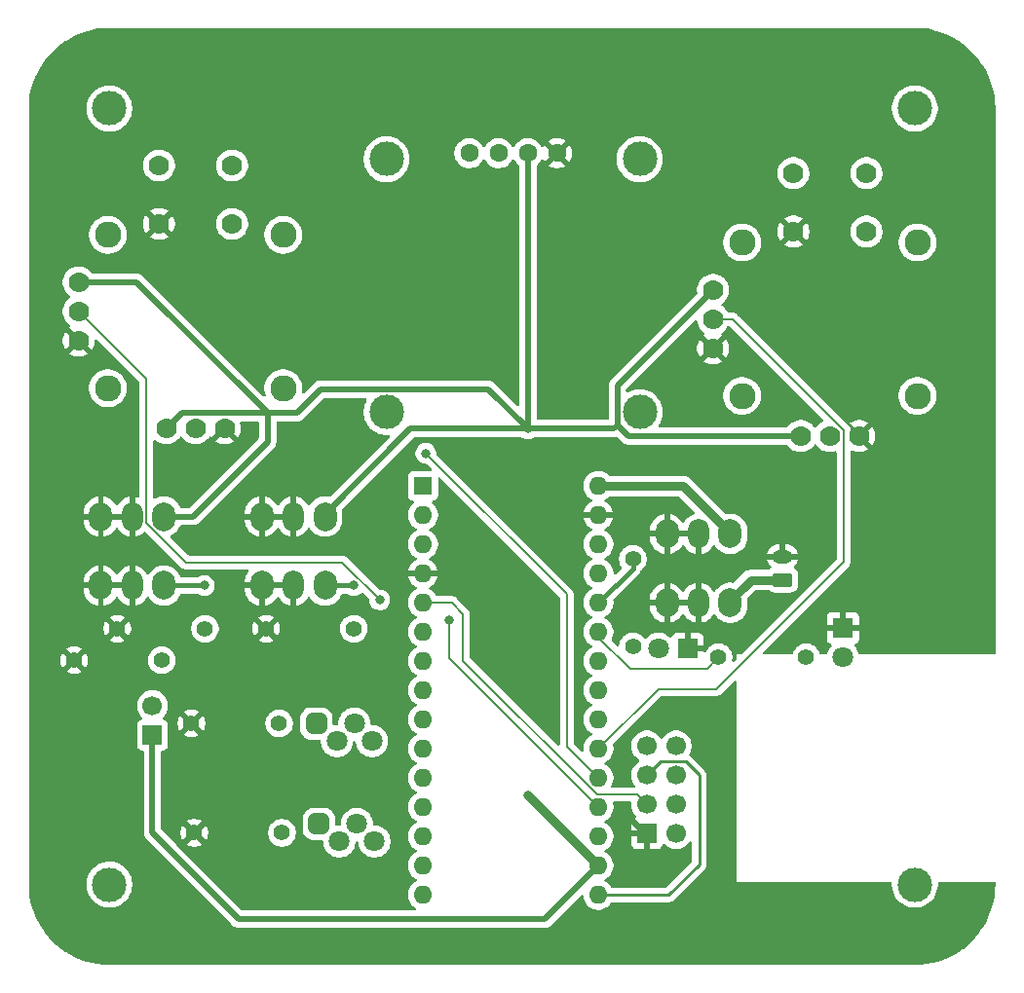
<source format=gbr>
%TF.GenerationSoftware,KiCad,Pcbnew,9.0.2*%
%TF.CreationDate,2025-07-28T12:51:29+08:00*%
%TF.ProjectId,PF-MKIII_Controller ,50462d4d-4b49-4494-995f-436f6e74726f,rev?*%
%TF.SameCoordinates,Original*%
%TF.FileFunction,Copper,L2,Bot*%
%TF.FilePolarity,Positive*%
%FSLAX46Y46*%
G04 Gerber Fmt 4.6, Leading zero omitted, Abs format (unit mm)*
G04 Created by KiCad (PCBNEW 9.0.2) date 2025-07-28 12:51:29*
%MOMM*%
%LPD*%
G01*
G04 APERTURE LIST*
G04 Aperture macros list*
%AMRoundRect*
0 Rectangle with rounded corners*
0 $1 Rounding radius*
0 $2 $3 $4 $5 $6 $7 $8 $9 X,Y pos of 4 corners*
0 Add a 4 corners polygon primitive as box body*
4,1,4,$2,$3,$4,$5,$6,$7,$8,$9,$2,$3,0*
0 Add four circle primitives for the rounded corners*
1,1,$1+$1,$2,$3*
1,1,$1+$1,$4,$5*
1,1,$1+$1,$6,$7*
1,1,$1+$1,$8,$9*
0 Add four rect primitives between the rounded corners*
20,1,$1+$1,$2,$3,$4,$5,0*
20,1,$1+$1,$4,$5,$6,$7,0*
20,1,$1+$1,$6,$7,$8,$9,0*
20,1,$1+$1,$8,$9,$2,$3,0*%
G04 Aperture macros list end*
%TA.AperFunction,ComponentPad*%
%ADD10C,1.400000*%
%TD*%
%TA.AperFunction,ComponentPad*%
%ADD11C,1.800000*%
%TD*%
%TA.AperFunction,ComponentPad*%
%ADD12R,1.800000X1.800000*%
%TD*%
%TA.AperFunction,ComponentPad*%
%ADD13O,2.000000X2.500000*%
%TD*%
%TA.AperFunction,ComponentPad*%
%ADD14O,1.850000X2.500000*%
%TD*%
%TA.AperFunction,WasherPad*%
%ADD15C,3.000000*%
%TD*%
%TA.AperFunction,ComponentPad*%
%ADD16RoundRect,0.450000X-0.450000X-0.450000X0.450000X-0.450000X0.450000X0.450000X-0.450000X0.450000X0*%
%TD*%
%TA.AperFunction,ComponentPad*%
%ADD17R,1.700000X1.700000*%
%TD*%
%TA.AperFunction,ComponentPad*%
%ADD18C,1.700000*%
%TD*%
%TA.AperFunction,ComponentPad*%
%ADD19RoundRect,0.250000X0.625000X-0.350000X0.625000X0.350000X-0.625000X0.350000X-0.625000X-0.350000X0*%
%TD*%
%TA.AperFunction,ComponentPad*%
%ADD20O,1.750000X1.200000*%
%TD*%
%TA.AperFunction,ComponentPad*%
%ADD21C,1.778000*%
%TD*%
%TA.AperFunction,ComponentPad*%
%ADD22C,2.286000*%
%TD*%
%TA.AperFunction,ComponentPad*%
%ADD23R,1.600000X1.600000*%
%TD*%
%TA.AperFunction,ComponentPad*%
%ADD24O,1.600000X1.600000*%
%TD*%
%TA.AperFunction,ComponentPad*%
%ADD25C,1.600000*%
%TD*%
%TA.AperFunction,ViaPad*%
%ADD26C,0.812800*%
%TD*%
%TA.AperFunction,ViaPad*%
%ADD27C,0.808000*%
%TD*%
%TA.AperFunction,ViaPad*%
%ADD28C,0.889000*%
%TD*%
%TA.AperFunction,Conductor*%
%ADD29C,0.508000*%
%TD*%
%TA.AperFunction,Conductor*%
%ADD30C,0.200000*%
%TD*%
%TA.AperFunction,Conductor*%
%ADD31C,0.762000*%
%TD*%
%TA.AperFunction,Conductor*%
%ADD32C,0.254000*%
%TD*%
%TA.AperFunction,Conductor*%
%ADD33C,0.381000*%
%TD*%
G04 APERTURE END LIST*
D10*
%TO.P,R4,1*%
%TO.N,/A6*%
X207940000Y-82750000D03*
%TO.P,R4,2*%
%TO.N,Net-(D1-A)*%
X215560000Y-82750000D03*
%TD*%
D11*
%TO.P,D1,2,A*%
%TO.N,Net-(D1-A)*%
X218750000Y-82750000D03*
D12*
%TO.P,D1,1,K*%
%TO.N,GND*%
X218750000Y-80210000D03*
%TD*%
D13*
%TO.P,J3,1,Pin_1*%
%TO.N,+3.3V*%
X173740000Y-70500000D03*
D14*
%TO.P,J3,2,Pin_2*%
%TO.N,GND*%
X171000000Y-70500000D03*
D13*
%TO.P,J3,3,Pin_3*%
X168260000Y-70500000D03*
%TO.P,J3,4,Pin_4*%
X168260000Y-76500000D03*
D14*
%TO.P,J3,5,Pin_5*%
X171000000Y-76500000D03*
D13*
%TO.P,J3,6,Pin_6*%
%TO.N,/D0*%
X173740000Y-76500000D03*
%TD*%
D10*
%TO.P,R2,1*%
%TO.N,GND*%
X168630000Y-80250000D03*
%TO.P,R2,2*%
%TO.N,/D0*%
X176250000Y-80250000D03*
%TD*%
D15*
%TO.P,,*%
%TO.N,*%
X155000000Y-35000000D03*
%TD*%
D16*
%TO.P,D2,1,RA*%
%TO.N,/R1*%
X173000000Y-88500000D03*
D11*
%TO.P,D2,2,K*%
%TO.N,Net-(D2-K)*%
X174778000Y-90024000D03*
%TO.P,D2,3,GA*%
%TO.N,/G1*%
X176302000Y-88500000D03*
%TO.P,D2,4,BA*%
%TO.N,/B1*%
X177826000Y-90024000D03*
%TD*%
D15*
%TO.P,,*%
%TO.N,*%
X225000000Y-102500000D03*
%TD*%
D10*
%TO.P,R6,1*%
%TO.N,Net-(D2-K)*%
X169750000Y-88500000D03*
%TO.P,R6,2*%
%TO.N,GND*%
X162130000Y-88500000D03*
%TD*%
D17*
%TO.P,J5,1,Pin_1*%
%TO.N,+3.3V*%
X158750000Y-89500000D03*
D18*
%TO.P,J5,2,Pin_2*%
%TO.N,/Gait*%
X158750000Y-86960000D03*
%TD*%
D10*
%TO.P,R5,1*%
%TO.N,/A7*%
X200500000Y-74190000D03*
%TO.P,R5,2*%
%TO.N,Net-(D5-A)*%
X200500000Y-81810000D03*
%TD*%
D12*
%TO.P,D5,1,K*%
%TO.N,GND*%
X205250000Y-82000000D03*
D11*
%TO.P,D5,2,A*%
%TO.N,Net-(D5-A)*%
X202710000Y-82000000D03*
%TD*%
D15*
%TO.P,,*%
%TO.N,*%
X155000000Y-102500000D03*
%TD*%
D16*
%TO.P,D3,1,RA*%
%TO.N,/R2*%
X173210000Y-97226000D03*
D11*
%TO.P,D3,2,K*%
%TO.N,Net-(D3-K)*%
X174988000Y-98750000D03*
%TO.P,D3,3,GA*%
%TO.N,/G2*%
X176512000Y-97226000D03*
%TO.P,D3,4,BA*%
%TO.N,/B2*%
X178036000Y-98750000D03*
%TD*%
D13*
%TO.P,J7,1,Pin_1*%
%TO.N,Net-(A2-VIN)*%
X208950000Y-72000000D03*
D14*
%TO.P,J7,2,Pin_2*%
%TO.N,GND*%
X206210000Y-72000000D03*
D13*
%TO.P,J7,3,Pin_3*%
X203470000Y-72000000D03*
%TO.P,J7,4,Pin_4*%
X203470000Y-78000000D03*
D14*
%TO.P,J7,5,Pin_5*%
X206210000Y-78000000D03*
D13*
%TO.P,J7,6,Pin_6*%
%TO.N,Net-(BT1-+)*%
X208950000Y-78000000D03*
%TD*%
D19*
%TO.P,BT1,1,+*%
%TO.N,Net-(BT1-+)*%
X213500000Y-76000000D03*
D20*
%TO.P,BT1,2,-*%
%TO.N,GND*%
X213500000Y-74000000D03*
%TD*%
D21*
%TO.P,J1,B1A,SEL+*%
%TO.N,/B0*%
X159325000Y-39967500D03*
%TO.P,J1,B1B*%
%TO.N,N/C*%
X165675000Y-39967500D03*
%TO.P,J1,B2A,SEL-*%
%TO.N,GND*%
X159325000Y-45047500D03*
%TO.P,J1,B2B*%
%TO.N,N/C*%
X165675000Y-45047500D03*
%TO.P,J1,H1,H+*%
%TO.N,+3.3V*%
X159960000Y-62827500D03*
%TO.P,J1,H2,H*%
%TO.N,/A1*%
X162500000Y-62827500D03*
%TO.P,J1,H3,H-*%
%TO.N,GND*%
X165040000Y-62827500D03*
D22*
%TO.P,J1,S1,SHIELD*%
%TO.N,unconnected-(J1-SHIELD-PadS1)*%
X154880000Y-46000000D03*
%TO.P,J1,S2,SHIELD__1*%
%TO.N,unconnected-(J1-SHIELD__1-PadS2)*%
X154880000Y-59335000D03*
%TO.P,J1,S3,SHIELD__2*%
%TO.N,unconnected-(J1-SHIELD__2-PadS3)*%
X170120000Y-59335000D03*
%TO.P,J1,S4,SHIELD__3*%
%TO.N,unconnected-(J1-SHIELD__3-PadS4)*%
X170120000Y-46000000D03*
D21*
%TO.P,J1,V1,V+*%
%TO.N,+3.3V*%
X152340000Y-50127500D03*
%TO.P,J1,V2,V*%
%TO.N,/A0*%
X152340000Y-52667500D03*
%TO.P,J1,V3,V-*%
%TO.N,GND*%
X152340000Y-55207500D03*
%TD*%
D23*
%TO.P,A2,1,D1/TX*%
%TO.N,/D1*%
X182260000Y-67840000D03*
D24*
%TO.P,A2,2,D0/RX*%
%TO.N,/D0*%
X182260000Y-70380000D03*
%TO.P,A2,3,~{RESET}*%
%TO.N,unconnected-(A2-~{RESET}-Pad3)*%
X182260000Y-72920000D03*
%TO.P,A2,4,GND*%
%TO.N,GND*%
X182260000Y-75460000D03*
%TO.P,A2,5,D2*%
%TO.N,/CE*%
X182260000Y-78000000D03*
%TO.P,A2,6,D3*%
%TO.N,/Gait*%
X182260000Y-80540000D03*
%TO.P,A2,7,D4*%
%TO.N,/R1*%
X182260000Y-83080000D03*
%TO.P,A2,8,D5*%
%TO.N,/G1*%
X182260000Y-85620000D03*
%TO.P,A2,9,D6*%
%TO.N,/B1*%
X182260000Y-88160000D03*
%TO.P,A2,10,D7*%
%TO.N,/R2*%
X182260000Y-90700000D03*
%TO.P,A2,11,D8*%
%TO.N,/G2*%
X182260000Y-93240000D03*
%TO.P,A2,12,D9*%
%TO.N,/B2*%
X182260000Y-95780000D03*
%TO.P,A2,13,D10/CS*%
%TO.N,/CS*%
X182260000Y-98320000D03*
%TO.P,A2,14,D11/COPI*%
%TO.N,/MOSI*%
X182260000Y-100860000D03*
%TO.P,A2,15,D12/CIPO*%
%TO.N,/MISO*%
X182260000Y-103400000D03*
%TO.P,A2,16,D13/SCK*%
%TO.N,/SCK*%
X197500000Y-103400000D03*
%TO.P,A2,17,3V3*%
%TO.N,+3.3V*%
X197500000Y-100860000D03*
%TO.P,A2,18,B0*%
%TO.N,/B0*%
X197500000Y-98320000D03*
%TO.P,A2,19,A0*%
%TO.N,/A0*%
X197500000Y-95780000D03*
%TO.P,A2,20,A1*%
%TO.N,/A1*%
X197500000Y-93240000D03*
%TO.P,A2,21,A2*%
%TO.N,/A2*%
X197500000Y-90700000D03*
%TO.P,A2,22,A3*%
%TO.N,/A3*%
X197500000Y-88160000D03*
%TO.P,A2,23,SDA/A4*%
%TO.N,/SDA*%
X197500000Y-85620000D03*
%TO.P,A2,24,SCL/A5*%
%TO.N,/SCL*%
X197500000Y-83080000D03*
%TO.P,A2,25,A6*%
%TO.N,/A6*%
X197500000Y-80540000D03*
%TO.P,A2,26,A7*%
%TO.N,/A7*%
X197500000Y-78000000D03*
%TO.P,A2,27,VUSB/5V*%
%TO.N,unconnected-(A2-VUSB{slash}5V-Pad27)*%
X197500000Y-75460000D03*
%TO.P,A2,28,B1*%
%TO.N,/B11*%
X197500000Y-72920000D03*
%TO.P,A2,29,GND*%
%TO.N,GND*%
X197500000Y-70380000D03*
%TO.P,A2,30,VIN*%
%TO.N,Net-(A2-VIN)*%
X197500000Y-67840000D03*
%TD*%
D15*
%TO.P,,*%
%TO.N,*%
X225000000Y-35000000D03*
%TD*%
D21*
%TO.P,J2,B1A,SEL+*%
%TO.N,/B11*%
X214445000Y-40632500D03*
%TO.P,J2,B1B*%
%TO.N,N/C*%
X220795000Y-40632500D03*
%TO.P,J2,B2A,SEL-*%
%TO.N,GND*%
X214445000Y-45712500D03*
%TO.P,J2,B2B*%
%TO.N,N/C*%
X220795000Y-45712500D03*
%TO.P,J2,H1,H+*%
%TO.N,+3.3V*%
X215080000Y-63492500D03*
%TO.P,J2,H2,H*%
%TO.N,/A3*%
X217620000Y-63492500D03*
%TO.P,J2,H3,H-*%
%TO.N,GND*%
X220160000Y-63492500D03*
D22*
%TO.P,J2,S1,SHIELD*%
%TO.N,unconnected-(J2-SHIELD-PadS1)*%
X210000000Y-46665000D03*
%TO.P,J2,S2,SHIELD__1*%
%TO.N,unconnected-(J2-SHIELD__1-PadS2)*%
X210000000Y-60000000D03*
%TO.P,J2,S3,SHIELD__2*%
%TO.N,unconnected-(J2-SHIELD__2-PadS3)*%
X225240000Y-60000000D03*
%TO.P,J2,S4,SHIELD__3*%
%TO.N,unconnected-(J2-SHIELD__3-PadS4)*%
X225240000Y-46665000D03*
D21*
%TO.P,J2,V1,V+*%
%TO.N,+3.3V*%
X207460000Y-50792500D03*
%TO.P,J2,V2,V*%
%TO.N,/A2*%
X207460000Y-53332500D03*
%TO.P,J2,V3,V-*%
%TO.N,GND*%
X207460000Y-55872500D03*
%TD*%
D13*
%TO.P,J4,1,Pin_1*%
%TO.N,+3.3V*%
X159740000Y-70500000D03*
D14*
%TO.P,J4,2,Pin_2*%
%TO.N,GND*%
X157000000Y-70500000D03*
D13*
%TO.P,J4,3,Pin_3*%
X154260000Y-70500000D03*
%TO.P,J4,4,Pin_4*%
X154260000Y-76500000D03*
D14*
%TO.P,J4,5,Pin_5*%
X157000000Y-76500000D03*
D13*
%TO.P,J4,6,Pin_6*%
%TO.N,/D1*%
X159740000Y-76500000D03*
%TD*%
D15*
%TO.P,J6,*%
%TO.N,*%
X179095000Y-39405000D03*
X179095000Y-61405000D03*
X201095000Y-39405000D03*
X201095000Y-61405000D03*
D25*
%TO.P,J6,1,Pin_1*%
%TO.N,/SDA*%
X186285000Y-38905000D03*
%TO.P,J6,2,Pin_2*%
%TO.N,/SCL*%
X188825000Y-38905000D03*
%TO.P,J6,3,Pin_3*%
%TO.N,+3.3V*%
X191365000Y-38905000D03*
%TO.P,J6,4,Pin_4*%
%TO.N,GND*%
X193905000Y-38905000D03*
%TD*%
D10*
%TO.P,R7,1*%
%TO.N,GND*%
X162380000Y-98000000D03*
%TO.P,R7,2*%
%TO.N,Net-(D3-K)*%
X170000000Y-98000000D03*
%TD*%
%TO.P,R1,1*%
%TO.N,GND*%
X151940000Y-83000000D03*
%TO.P,R1,2*%
%TO.N,/Gait*%
X159560000Y-83000000D03*
%TD*%
%TO.P,R3,1*%
%TO.N,GND*%
X155690000Y-80250000D03*
%TO.P,R3,2*%
%TO.N,/D1*%
X163310000Y-80250000D03*
%TD*%
D17*
%TO.P,U1,1,GND*%
%TO.N,GND*%
X201710000Y-98080000D03*
D18*
%TO.P,U1,2,VCC*%
%TO.N,+3.3V*%
X204250000Y-98080000D03*
%TO.P,U1,3,CE*%
%TO.N,/CE*%
X201710000Y-95540000D03*
%TO.P,U1,4,~{CSN}*%
%TO.N,/CS*%
X204250000Y-95540000D03*
%TO.P,U1,5,SCK*%
%TO.N,/SCK*%
X201710000Y-93000000D03*
%TO.P,U1,6,MOSI*%
%TO.N,/MOSI*%
X204250000Y-93000000D03*
%TO.P,U1,7,MISO*%
%TO.N,/MISO*%
X201710000Y-90460000D03*
%TO.P,U1,8,IRQ*%
%TO.N,unconnected-(U1-IRQ-Pad8)*%
X204250000Y-90460000D03*
%TD*%
D26*
%TO.N,GND*%
X195500000Y-104500000D03*
X199500000Y-96000000D03*
D27*
%TO.N,/A1*%
X182500000Y-65000000D03*
D28*
%TO.N,GND*%
X172250000Y-64500000D03*
X211250000Y-67000000D03*
D27*
%TO.N,/A0*%
X178500000Y-77750000D03*
X184500000Y-79500000D03*
%TO.N,/D0*%
X176250000Y-76500000D03*
%TO.N,+3.3V*%
X191365000Y-62865000D03*
X191365000Y-94725000D03*
%TO.N,/D1*%
X163250000Y-76500000D03*
%TD*%
D29*
%TO.N,GND*%
X201710000Y-98080000D02*
X201580000Y-98080000D01*
X201580000Y-98080000D02*
X199500000Y-96000000D01*
D30*
%TO.N,/A6*%
X197500000Y-80540000D02*
X197500000Y-81000000D01*
X197500000Y-81000000D02*
X200250000Y-83750000D01*
X206940000Y-83750000D02*
X207940000Y-82750000D01*
X200250000Y-83750000D02*
X206940000Y-83750000D01*
D31*
%TO.N,Net-(A2-VIN)*%
X197500000Y-67840000D02*
X204840000Y-67840000D01*
X204840000Y-67840000D02*
X208750000Y-71750000D01*
X208750000Y-71750000D02*
X208750000Y-72000000D01*
D32*
%TO.N,/SCK*%
X197500000Y-103400000D02*
X203600000Y-103400000D01*
X203600000Y-103400000D02*
X206250000Y-100750000D01*
X206250000Y-93000000D02*
X205072000Y-91822000D01*
X206250000Y-100750000D02*
X206250000Y-93000000D01*
X205072000Y-91822000D02*
X202888000Y-91822000D01*
X202888000Y-91822000D02*
X201710000Y-93000000D01*
D30*
%TO.N,/A2*%
X207761160Y-85500000D02*
X202700000Y-85500000D01*
X218810000Y-74451160D02*
X207761160Y-85500000D01*
X202700000Y-85500000D02*
X197500000Y-90700000D01*
X218810000Y-62999585D02*
X218810000Y-74451160D01*
X209142915Y-53332500D02*
X218810000Y-62999585D01*
X207460000Y-53332500D02*
X209142915Y-53332500D01*
%TO.N,/A1*%
X194750000Y-90490000D02*
X197500000Y-93240000D01*
X182500000Y-65000000D02*
X194750000Y-77250000D01*
X194750000Y-77250000D02*
X194750000Y-90490000D01*
%TO.N,/A0*%
X178500000Y-77750000D02*
X175250000Y-74500000D01*
X158226000Y-58553500D02*
X152340000Y-52667500D01*
X161650108Y-74500000D02*
X158226000Y-71075892D01*
X158226000Y-71075892D02*
X158226000Y-58553500D01*
X175250000Y-74500000D02*
X161650108Y-74500000D01*
X184500000Y-82780000D02*
X184500000Y-79500000D01*
X197500000Y-95780000D02*
X184500000Y-82780000D01*
D33*
%TO.N,/D0*%
X173540000Y-76500000D02*
X176250000Y-76500000D01*
D29*
%TO.N,+3.3V*%
X187950000Y-59450000D02*
X173315034Y-59450000D01*
X200072661Y-63492500D02*
X215080000Y-63492500D01*
X158750000Y-98000000D02*
X158750000Y-89500000D01*
X161304000Y-61483500D02*
X159960000Y-62827500D01*
D31*
X191365000Y-94725000D02*
X197500000Y-100860000D01*
D29*
X173315034Y-59450000D02*
X171281534Y-61483500D01*
X191365000Y-62865000D02*
X187950000Y-59450000D01*
X191365000Y-38905000D02*
X191365000Y-41250000D01*
X162250000Y-70500000D02*
X159540000Y-70500000D01*
X198834839Y-62865000D02*
X199140000Y-62559839D01*
X168750000Y-61483500D02*
X157394000Y-50127500D01*
X197500000Y-100860000D02*
X192860000Y-105500000D01*
X168750000Y-64000000D02*
X162250000Y-70500000D01*
X171281534Y-61483500D02*
X168750000Y-61483500D01*
X192860000Y-105500000D02*
X166250000Y-105500000D01*
X191365000Y-62865000D02*
X198834839Y-62865000D01*
X166250000Y-105500000D02*
X158750000Y-98000000D01*
X168750000Y-61483500D02*
X168750000Y-64000000D01*
X191365000Y-41250000D02*
X191365000Y-62865000D01*
X191365000Y-62865000D02*
X181175000Y-62865000D01*
X199140000Y-62559839D02*
X199140000Y-59112500D01*
X199140000Y-59112500D02*
X207460000Y-50792500D01*
X157394000Y-50127500D02*
X152340000Y-50127500D01*
X168750000Y-61483500D02*
X161304000Y-61483500D01*
X200072661Y-63492500D02*
X199140000Y-62559839D01*
X181175000Y-62865000D02*
X173540000Y-70500000D01*
D33*
%TO.N,/A7*%
X197500000Y-78000000D02*
X200500000Y-75000000D01*
X200500000Y-75000000D02*
X200500000Y-74190000D01*
D30*
%TO.N,/CE*%
X185750000Y-83047050D02*
X185750000Y-79000000D01*
X185750000Y-79000000D02*
X184750000Y-78000000D01*
X201710000Y-95540000D02*
X200849000Y-94679000D01*
X184750000Y-78000000D02*
X182260000Y-78000000D01*
X200849000Y-94679000D02*
X197381950Y-94679000D01*
X197381950Y-94679000D02*
X185750000Y-83047050D01*
D33*
%TO.N,/D1*%
X159540000Y-76500000D02*
X163250000Y-76500000D01*
D31*
%TO.N,Net-(BT1-+)*%
X208750000Y-78000000D02*
X210750000Y-76000000D01*
X210750000Y-76000000D02*
X213500000Y-76000000D01*
%TD*%
%TA.AperFunction,Conductor*%
%TO.N,GND*%
G36*
X205889920Y-77754394D02*
G01*
X205837259Y-77845606D01*
X205810000Y-77947339D01*
X205810000Y-78052661D01*
X205837259Y-78154394D01*
X205889920Y-78245606D01*
X205894314Y-78250000D01*
X203985686Y-78250000D01*
X203990080Y-78245606D01*
X204042741Y-78154394D01*
X204070000Y-78052661D01*
X204070000Y-77947339D01*
X204042741Y-77845606D01*
X203990080Y-77754394D01*
X203985686Y-77750000D01*
X205894314Y-77750000D01*
X205889920Y-77754394D01*
G37*
%TD.AperFunction*%
%TA.AperFunction,Conductor*%
G36*
X156679920Y-76254394D02*
G01*
X156627259Y-76345606D01*
X156600000Y-76447339D01*
X156600000Y-76552661D01*
X156627259Y-76654394D01*
X156679920Y-76745606D01*
X156684314Y-76750000D01*
X154775686Y-76750000D01*
X154780080Y-76745606D01*
X154832741Y-76654394D01*
X154860000Y-76552661D01*
X154860000Y-76447339D01*
X154832741Y-76345606D01*
X154780080Y-76254394D01*
X154775686Y-76250000D01*
X156684314Y-76250000D01*
X156679920Y-76254394D01*
G37*
%TD.AperFunction*%
%TA.AperFunction,Conductor*%
G36*
X225002211Y-28000578D02*
G01*
X225494924Y-28018176D01*
X225503717Y-28018804D01*
X225991755Y-28071274D01*
X226000471Y-28072527D01*
X226483520Y-28159679D01*
X226492128Y-28161552D01*
X226967713Y-28282938D01*
X226976177Y-28285423D01*
X227441866Y-28440419D01*
X227450160Y-28443512D01*
X227903602Y-28631335D01*
X227911653Y-28635012D01*
X228237022Y-28797879D01*
X228350551Y-28854708D01*
X228358287Y-28858931D01*
X228780432Y-29109401D01*
X228787842Y-29114164D01*
X229035063Y-29285813D01*
X229191001Y-29394083D01*
X229198087Y-29399387D01*
X229395443Y-29558426D01*
X229580257Y-29707358D01*
X229586940Y-29713149D01*
X229946152Y-30047588D01*
X229952411Y-30053847D01*
X230286850Y-30413059D01*
X230292647Y-30419749D01*
X230600612Y-30801912D01*
X230605916Y-30808998D01*
X230885827Y-31212145D01*
X230890602Y-31219574D01*
X231141062Y-31641703D01*
X231145294Y-31649453D01*
X231364987Y-32088346D01*
X231368664Y-32096397D01*
X231556487Y-32549839D01*
X231559580Y-32558133D01*
X231714571Y-33023807D01*
X231717065Y-33032300D01*
X231838442Y-33507851D01*
X231840324Y-33516500D01*
X231927468Y-33999505D01*
X231928728Y-34008267D01*
X231981193Y-34496264D01*
X231981824Y-34505093D01*
X231999421Y-34997788D01*
X231999500Y-35002214D01*
X231999500Y-82376000D01*
X231979815Y-82443039D01*
X231927011Y-82488794D01*
X231875500Y-82500000D01*
X220231434Y-82500000D01*
X220164395Y-82480315D01*
X220118640Y-82427511D01*
X220113503Y-82414317D01*
X220047897Y-82212399D01*
X220047895Y-82212393D01*
X220013237Y-82144375D01*
X219947815Y-82015978D01*
X219930478Y-81992116D01*
X219818247Y-81837641D01*
X219818243Y-81837636D01*
X219767683Y-81787076D01*
X219734198Y-81725753D01*
X219739182Y-81656061D01*
X219781054Y-81600128D01*
X219812031Y-81583213D01*
X219892086Y-81553354D01*
X219892093Y-81553350D01*
X220007187Y-81467190D01*
X220007190Y-81467187D01*
X220093350Y-81352093D01*
X220093354Y-81352086D01*
X220143596Y-81217379D01*
X220143598Y-81217372D01*
X220149999Y-81157844D01*
X220150000Y-81157827D01*
X220150000Y-80460000D01*
X219125278Y-80460000D01*
X219169333Y-80383694D01*
X219200000Y-80269244D01*
X219200000Y-80150756D01*
X219169333Y-80036306D01*
X219125278Y-79960000D01*
X220150000Y-79960000D01*
X220150000Y-79262172D01*
X220149999Y-79262155D01*
X220143598Y-79202627D01*
X220143596Y-79202620D01*
X220093354Y-79067913D01*
X220093350Y-79067906D01*
X220007190Y-78952812D01*
X220007187Y-78952809D01*
X219892093Y-78866649D01*
X219892086Y-78866645D01*
X219757379Y-78816403D01*
X219757372Y-78816401D01*
X219697844Y-78810000D01*
X219000000Y-78810000D01*
X219000000Y-79834722D01*
X218923694Y-79790667D01*
X218809244Y-79760000D01*
X218690756Y-79760000D01*
X218576306Y-79790667D01*
X218500000Y-79834722D01*
X218500000Y-78810000D01*
X217802155Y-78810000D01*
X217742627Y-78816401D01*
X217742620Y-78816403D01*
X217607913Y-78866645D01*
X217607906Y-78866649D01*
X217492812Y-78952809D01*
X217492809Y-78952812D01*
X217406649Y-79067906D01*
X217406645Y-79067913D01*
X217356403Y-79202620D01*
X217356401Y-79202627D01*
X217350000Y-79262155D01*
X217350000Y-79960000D01*
X218374722Y-79960000D01*
X218330667Y-80036306D01*
X218300000Y-80150756D01*
X218300000Y-80269244D01*
X218330667Y-80383694D01*
X218374722Y-80460000D01*
X217350000Y-80460000D01*
X217350000Y-81157844D01*
X217356401Y-81217372D01*
X217356403Y-81217379D01*
X217406645Y-81352086D01*
X217406649Y-81352093D01*
X217492809Y-81467187D01*
X217492812Y-81467190D01*
X217607906Y-81553350D01*
X217607913Y-81553354D01*
X217687968Y-81583213D01*
X217743902Y-81625084D01*
X217768319Y-81690549D01*
X217753467Y-81758822D01*
X217732317Y-81787075D01*
X217681756Y-81837636D01*
X217681752Y-81837641D01*
X217552187Y-82015974D01*
X217452104Y-82212393D01*
X217452102Y-82212399D01*
X217386497Y-82414317D01*
X217347060Y-82471993D01*
X217282702Y-82499192D01*
X217268566Y-82500000D01*
X216831142Y-82500000D01*
X216764103Y-82480315D01*
X216718348Y-82427511D01*
X216713211Y-82414319D01*
X216672547Y-82289168D01*
X216672545Y-82289165D01*
X216672545Y-82289163D01*
X216586759Y-82120800D01*
X216562953Y-82088034D01*
X216475690Y-81967927D01*
X216342073Y-81834310D01*
X216189199Y-81723240D01*
X216142636Y-81699515D01*
X216020836Y-81637454D01*
X215841118Y-81579059D01*
X215654486Y-81549500D01*
X215654481Y-81549500D01*
X215465519Y-81549500D01*
X215465514Y-81549500D01*
X215278881Y-81579059D01*
X215099163Y-81637454D01*
X214930800Y-81723240D01*
X214856987Y-81776869D01*
X214777927Y-81834310D01*
X214777925Y-81834312D01*
X214777924Y-81834312D01*
X214644312Y-81967924D01*
X214644312Y-81967925D01*
X214644310Y-81967927D01*
X214609402Y-82015974D01*
X214533240Y-82120800D01*
X214447454Y-82289163D01*
X214419704Y-82374567D01*
X214406790Y-82414317D01*
X214406789Y-82414319D01*
X214367351Y-82471994D01*
X214302992Y-82499192D01*
X214288858Y-82500000D01*
X211909756Y-82500000D01*
X211842717Y-82480315D01*
X211796962Y-82427511D01*
X211787018Y-82358353D01*
X211816043Y-82294797D01*
X211822075Y-82288319D01*
X214939224Y-79171170D01*
X217048663Y-77061731D01*
X219168506Y-74941888D01*
X219168511Y-74941884D01*
X219178714Y-74931680D01*
X219178716Y-74931680D01*
X219290520Y-74819876D01*
X219369577Y-74682944D01*
X219410500Y-74530217D01*
X219410500Y-64871872D01*
X219430185Y-64804833D01*
X219482989Y-64759078D01*
X219552147Y-64749134D01*
X219590795Y-64761387D01*
X219626808Y-64779737D01*
X219626811Y-64779738D01*
X219834740Y-64847297D01*
X220050684Y-64881500D01*
X220269316Y-64881500D01*
X220485259Y-64847297D01*
X220693188Y-64779738D01*
X220693191Y-64779737D01*
X220887995Y-64680478D01*
X220949638Y-64635691D01*
X220949639Y-64635691D01*
X220244093Y-63930147D01*
X220331571Y-63906708D01*
X220432930Y-63848189D01*
X220515689Y-63765430D01*
X220574208Y-63664071D01*
X220597647Y-63576595D01*
X221303191Y-64282139D01*
X221303191Y-64282138D01*
X221347978Y-64220495D01*
X221447237Y-64025691D01*
X221447238Y-64025688D01*
X221514797Y-63817759D01*
X221549000Y-63601816D01*
X221549000Y-63383183D01*
X221514797Y-63167240D01*
X221447238Y-62959311D01*
X221447237Y-62959308D01*
X221347980Y-62764508D01*
X221303191Y-62702860D01*
X220597647Y-63408404D01*
X220574208Y-63320929D01*
X220515689Y-63219570D01*
X220432930Y-63136811D01*
X220331571Y-63078292D01*
X220244092Y-63054852D01*
X220949638Y-62349307D01*
X220949638Y-62349306D01*
X220887995Y-62304521D01*
X220887993Y-62304520D01*
X220693191Y-62205262D01*
X220693188Y-62205261D01*
X220485259Y-62137702D01*
X220269316Y-62103500D01*
X220050684Y-62103500D01*
X219834740Y-62137702D01*
X219626811Y-62205261D01*
X219626808Y-62205262D01*
X219432001Y-62304523D01*
X219370360Y-62349306D01*
X219370360Y-62349307D01*
X220075905Y-63054852D01*
X219988429Y-63078292D01*
X219887070Y-63136811D01*
X219804311Y-63219570D01*
X219745792Y-63320929D01*
X219722352Y-63408406D01*
X219446820Y-63132873D01*
X219413335Y-63071550D01*
X219410501Y-63045192D01*
X219410501Y-62920529D01*
X219374752Y-62787114D01*
X219369577Y-62767801D01*
X219341007Y-62718315D01*
X219290524Y-62630875D01*
X219290518Y-62630867D01*
X216613114Y-59953463D01*
X216530299Y-59870648D01*
X223596500Y-59870648D01*
X223596500Y-60129351D01*
X223630837Y-60346147D01*
X223636968Y-60384854D01*
X223716909Y-60630885D01*
X223834353Y-60861382D01*
X223986408Y-61070668D01*
X224169332Y-61253592D01*
X224378618Y-61405647D01*
X224609115Y-61523091D01*
X224855146Y-61603032D01*
X224950961Y-61618207D01*
X225110649Y-61643500D01*
X225110654Y-61643500D01*
X225369351Y-61643500D01*
X225511294Y-61621017D01*
X225624854Y-61603032D01*
X225870885Y-61523091D01*
X226101382Y-61405647D01*
X226310668Y-61253592D01*
X226493592Y-61070668D01*
X226645647Y-60861382D01*
X226763091Y-60630885D01*
X226843032Y-60384854D01*
X226872883Y-60196382D01*
X226883500Y-60129351D01*
X226883500Y-59870648D01*
X226853648Y-59682175D01*
X226843032Y-59615146D01*
X226763091Y-59369115D01*
X226645647Y-59138618D01*
X226493592Y-58929332D01*
X226310668Y-58746408D01*
X226101382Y-58594353D01*
X225870885Y-58476909D01*
X225624854Y-58396968D01*
X225624852Y-58396967D01*
X225624850Y-58396967D01*
X225369351Y-58356500D01*
X225369346Y-58356500D01*
X225110654Y-58356500D01*
X225110649Y-58356500D01*
X224855149Y-58396967D01*
X224609112Y-58476910D01*
X224378617Y-58594353D01*
X224169329Y-58746410D01*
X223986410Y-58929329D01*
X223834353Y-59138617D01*
X223716910Y-59369112D01*
X223636967Y-59615149D01*
X223596500Y-59870648D01*
X216530299Y-59870648D01*
X209630505Y-52970855D01*
X209630503Y-52970852D01*
X209511632Y-52851981D01*
X209511624Y-52851975D01*
X209420070Y-52799117D01*
X209420068Y-52799116D01*
X209374705Y-52772925D01*
X209374704Y-52772924D01*
X209362178Y-52769567D01*
X209221972Y-52731999D01*
X209063858Y-52731999D01*
X209056262Y-52731999D01*
X209056246Y-52732000D01*
X208789490Y-52732000D01*
X208722451Y-52712315D01*
X208679005Y-52664295D01*
X208648407Y-52604243D01*
X208640147Y-52592874D01*
X208519857Y-52427306D01*
X208365199Y-52272648D01*
X208214028Y-52162816D01*
X208171364Y-52107489D01*
X208165385Y-52037876D01*
X208197990Y-51976080D01*
X208214023Y-51962186D01*
X208365199Y-51852352D01*
X208519852Y-51697699D01*
X208519854Y-51697695D01*
X208519857Y-51697693D01*
X208585282Y-51607642D01*
X208648407Y-51520757D01*
X208747701Y-51325883D01*
X208815286Y-51117875D01*
X208832912Y-51006582D01*
X208849500Y-50901861D01*
X208849500Y-50683138D01*
X208829595Y-50557471D01*
X208815286Y-50467125D01*
X208747701Y-50259117D01*
X208747701Y-50259116D01*
X208713315Y-50191632D01*
X208648407Y-50064243D01*
X208640147Y-50052874D01*
X208519857Y-49887306D01*
X208365193Y-49732642D01*
X208188260Y-49604095D01*
X208188259Y-49604094D01*
X208188257Y-49604093D01*
X208125825Y-49572282D01*
X207993383Y-49504798D01*
X207993380Y-49504797D01*
X207785376Y-49437214D01*
X207569361Y-49403000D01*
X207569356Y-49403000D01*
X207350644Y-49403000D01*
X207350639Y-49403000D01*
X207134623Y-49437214D01*
X206926619Y-49504797D01*
X206926616Y-49504798D01*
X206731739Y-49604095D01*
X206554806Y-49732642D01*
X206400142Y-49887306D01*
X206271595Y-50064239D01*
X206172298Y-50259116D01*
X206172297Y-50259119D01*
X206104714Y-50467123D01*
X206070500Y-50683138D01*
X206070500Y-50901861D01*
X206089755Y-51023432D01*
X206080800Y-51092725D01*
X206054963Y-51130511D01*
X198553943Y-58631530D01*
X198553942Y-58631531D01*
X198471372Y-58755107D01*
X198471367Y-58755117D01*
X198440134Y-58830523D01*
X198440134Y-58830524D01*
X198426292Y-58863941D01*
X198414494Y-58892422D01*
X198414493Y-58892426D01*
X198385499Y-59038185D01*
X198385499Y-59192925D01*
X198385500Y-59192946D01*
X198385500Y-61986500D01*
X198365815Y-62053539D01*
X198313011Y-62099294D01*
X198261500Y-62110500D01*
X192243500Y-62110500D01*
X192176461Y-62090815D01*
X192130706Y-62038011D01*
X192119500Y-61986500D01*
X192119500Y-46535648D01*
X208356500Y-46535648D01*
X208356500Y-46794351D01*
X208389104Y-47000202D01*
X208396968Y-47049854D01*
X208476909Y-47295885D01*
X208594353Y-47526382D01*
X208746408Y-47735668D01*
X208929332Y-47918592D01*
X209138618Y-48070647D01*
X209369115Y-48188091D01*
X209615146Y-48268032D01*
X209710961Y-48283207D01*
X209870649Y-48308500D01*
X209870654Y-48308500D01*
X210129351Y-48308500D01*
X210271294Y-48286017D01*
X210384854Y-48268032D01*
X210630885Y-48188091D01*
X210861382Y-48070647D01*
X211070668Y-47918592D01*
X211253592Y-47735668D01*
X211405647Y-47526382D01*
X211523091Y-47295885D01*
X211603032Y-47049854D01*
X211643500Y-46794346D01*
X211643500Y-46535654D01*
X211643500Y-46535648D01*
X211603032Y-46280149D01*
X211603032Y-46280146D01*
X211523091Y-46034115D01*
X211405647Y-45803618D01*
X211260023Y-45603183D01*
X213056000Y-45603183D01*
X213056000Y-45821816D01*
X213090202Y-46037759D01*
X213157761Y-46245688D01*
X213157762Y-46245691D01*
X213257020Y-46440493D01*
X213257021Y-46440495D01*
X213301806Y-46502138D01*
X213301807Y-46502138D01*
X214002861Y-45801084D01*
X214025667Y-45886194D01*
X214084910Y-45988806D01*
X214168694Y-46072590D01*
X214271306Y-46131833D01*
X214356414Y-46154637D01*
X213655360Y-46855691D01*
X213717008Y-46900480D01*
X213911808Y-46999737D01*
X213911811Y-46999738D01*
X214119740Y-47067297D01*
X214335684Y-47101500D01*
X214554316Y-47101500D01*
X214770259Y-47067297D01*
X214978188Y-46999738D01*
X214978191Y-46999737D01*
X215172995Y-46900478D01*
X215234638Y-46855691D01*
X215234639Y-46855691D01*
X214533585Y-46154638D01*
X214618694Y-46131833D01*
X214721306Y-46072590D01*
X214805090Y-45988806D01*
X214864333Y-45886194D01*
X214887137Y-45801085D01*
X215588191Y-46502139D01*
X215588191Y-46502138D01*
X215632978Y-46440495D01*
X215732237Y-46245691D01*
X215732238Y-46245688D01*
X215799797Y-46037759D01*
X215834000Y-45821816D01*
X215834000Y-45603183D01*
X215833993Y-45603138D01*
X219405500Y-45603138D01*
X219405500Y-45821861D01*
X219439714Y-46037876D01*
X219507297Y-46245880D01*
X219507298Y-46245883D01*
X219574782Y-46378325D01*
X219606592Y-46440756D01*
X219606595Y-46440760D01*
X219735142Y-46617693D01*
X219889806Y-46772357D01*
X220004508Y-46855691D01*
X220066743Y-46900907D01*
X220194132Y-46965815D01*
X220261616Y-47000201D01*
X220261619Y-47000202D01*
X220365621Y-47033993D01*
X220469625Y-47067786D01*
X220569672Y-47083632D01*
X220685639Y-47102000D01*
X220685644Y-47102000D01*
X220904361Y-47102000D01*
X221009082Y-47085412D01*
X221120375Y-47067786D01*
X221328383Y-47000201D01*
X221523257Y-46900907D01*
X221622601Y-46828729D01*
X221700193Y-46772357D01*
X221700195Y-46772354D01*
X221700199Y-46772352D01*
X221854852Y-46617699D01*
X221914465Y-46535648D01*
X223596500Y-46535648D01*
X223596500Y-46794351D01*
X223629104Y-47000202D01*
X223636968Y-47049854D01*
X223716909Y-47295885D01*
X223834353Y-47526382D01*
X223986408Y-47735668D01*
X224169332Y-47918592D01*
X224378618Y-48070647D01*
X224609115Y-48188091D01*
X224855146Y-48268032D01*
X224950961Y-48283207D01*
X225110649Y-48308500D01*
X225110654Y-48308500D01*
X225369351Y-48308500D01*
X225511294Y-48286017D01*
X225624854Y-48268032D01*
X225870885Y-48188091D01*
X226101382Y-48070647D01*
X226310668Y-47918592D01*
X226493592Y-47735668D01*
X226645647Y-47526382D01*
X226763091Y-47295885D01*
X226843032Y-47049854D01*
X226883499Y-46794355D01*
X226883500Y-46794351D01*
X226883500Y-46535648D01*
X226843032Y-46280149D01*
X226843032Y-46280146D01*
X226763091Y-46034115D01*
X226645647Y-45803618D01*
X226493592Y-45594332D01*
X226310668Y-45411408D01*
X226101382Y-45259353D01*
X225870885Y-45141909D01*
X225624854Y-45061968D01*
X225624852Y-45061967D01*
X225624850Y-45061967D01*
X225369351Y-45021500D01*
X225369346Y-45021500D01*
X225110654Y-45021500D01*
X225110649Y-45021500D01*
X224855149Y-45061967D01*
X224609112Y-45141910D01*
X224378617Y-45259353D01*
X224169329Y-45411410D01*
X223986410Y-45594329D01*
X223834353Y-45803617D01*
X223716910Y-46034112D01*
X223636967Y-46280149D01*
X223596500Y-46535648D01*
X221914465Y-46535648D01*
X221983407Y-46440757D01*
X222082701Y-46245883D01*
X222150286Y-46037875D01*
X222174310Y-45886194D01*
X222184500Y-45821861D01*
X222184500Y-45603138D01*
X222162910Y-45466833D01*
X222150286Y-45387125D01*
X222108771Y-45259353D01*
X222082702Y-45179119D01*
X222082701Y-45179116D01*
X222023010Y-45061968D01*
X221983407Y-44984243D01*
X221949943Y-44938183D01*
X221854857Y-44807306D01*
X221700193Y-44652642D01*
X221523260Y-44524095D01*
X221523259Y-44524094D01*
X221523257Y-44524093D01*
X221430654Y-44476909D01*
X221328383Y-44424798D01*
X221328380Y-44424797D01*
X221120376Y-44357214D01*
X220904361Y-44323000D01*
X220904356Y-44323000D01*
X220685644Y-44323000D01*
X220685639Y-44323000D01*
X220469623Y-44357214D01*
X220261619Y-44424797D01*
X220261616Y-44424798D01*
X220066739Y-44524095D01*
X219889806Y-44652642D01*
X219735142Y-44807306D01*
X219606595Y-44984239D01*
X219507298Y-45179116D01*
X219507297Y-45179119D01*
X219439714Y-45387123D01*
X219405500Y-45603138D01*
X215833993Y-45603138D01*
X215799797Y-45387240D01*
X215732238Y-45179311D01*
X215732237Y-45179308D01*
X215632980Y-44984508D01*
X215588191Y-44922860D01*
X214887137Y-45623914D01*
X214864333Y-45538806D01*
X214805090Y-45436194D01*
X214721306Y-45352410D01*
X214618694Y-45293167D01*
X214533583Y-45270361D01*
X215234638Y-44569307D01*
X215234638Y-44569306D01*
X215172995Y-44524521D01*
X215172993Y-44524520D01*
X214978191Y-44425262D01*
X214978188Y-44425261D01*
X214770259Y-44357702D01*
X214554316Y-44323500D01*
X214335684Y-44323500D01*
X214119740Y-44357702D01*
X213911811Y-44425261D01*
X213911808Y-44425262D01*
X213717001Y-44524523D01*
X213655360Y-44569306D01*
X213655360Y-44569307D01*
X214356414Y-45270361D01*
X214271306Y-45293167D01*
X214168694Y-45352410D01*
X214084910Y-45436194D01*
X214025667Y-45538806D01*
X214002861Y-45623914D01*
X213301807Y-44922860D01*
X213301806Y-44922860D01*
X213257023Y-44984501D01*
X213157762Y-45179308D01*
X213157761Y-45179311D01*
X213090202Y-45387240D01*
X213056000Y-45603183D01*
X211260023Y-45603183D01*
X211253592Y-45594332D01*
X211070668Y-45411408D01*
X210861382Y-45259353D01*
X210630885Y-45141909D01*
X210384854Y-45061968D01*
X210384852Y-45061967D01*
X210384850Y-45061967D01*
X210129351Y-45021500D01*
X210129346Y-45021500D01*
X209870654Y-45021500D01*
X209870649Y-45021500D01*
X209615149Y-45061967D01*
X209369112Y-45141910D01*
X209138617Y-45259353D01*
X208929329Y-45411410D01*
X208746410Y-45594329D01*
X208594353Y-45803617D01*
X208476910Y-46034112D01*
X208396967Y-46280149D01*
X208356500Y-46535648D01*
X192119500Y-46535648D01*
X192119500Y-40027510D01*
X192129223Y-39994394D01*
X192139065Y-39960656D01*
X192139160Y-39960554D01*
X192139185Y-39960471D01*
X192162131Y-39933942D01*
X192166223Y-39930383D01*
X192212219Y-39896966D01*
X192356966Y-39752219D01*
X192356968Y-39752215D01*
X192356971Y-39752213D01*
X192477286Y-39586611D01*
X192477415Y-39586359D01*
X192524795Y-39493369D01*
X192572769Y-39442573D01*
X192640590Y-39425778D01*
X192706725Y-39448315D01*
X192745765Y-39493369D01*
X192793141Y-39586350D01*
X192793147Y-39586359D01*
X192825523Y-39630921D01*
X192825524Y-39630922D01*
X193505000Y-38951446D01*
X193505000Y-38957661D01*
X193532259Y-39059394D01*
X193584920Y-39150606D01*
X193659394Y-39225080D01*
X193750606Y-39277741D01*
X193852339Y-39305000D01*
X193858553Y-39305000D01*
X193179076Y-39984474D01*
X193223650Y-40016859D01*
X193405968Y-40109755D01*
X193600582Y-40172990D01*
X193802683Y-40205000D01*
X194007317Y-40205000D01*
X194209417Y-40172990D01*
X194404031Y-40109755D01*
X194586349Y-40016859D01*
X194630921Y-39984474D01*
X193951447Y-39305000D01*
X193957661Y-39305000D01*
X194059394Y-39277741D01*
X194150606Y-39225080D01*
X194225080Y-39150606D01*
X194277741Y-39059394D01*
X194305000Y-38957661D01*
X194305000Y-38951447D01*
X194984474Y-39630921D01*
X195016859Y-39586349D01*
X195109754Y-39404031D01*
X195152047Y-39273872D01*
X199094500Y-39273872D01*
X199094500Y-39536127D01*
X199108456Y-39642125D01*
X199128730Y-39796116D01*
X199190732Y-40027510D01*
X199196602Y-40049418D01*
X199196605Y-40049428D01*
X199296953Y-40291690D01*
X199296958Y-40291700D01*
X199428075Y-40518803D01*
X199587718Y-40726851D01*
X199587726Y-40726860D01*
X199773140Y-40912274D01*
X199773148Y-40912281D01*
X199981196Y-41071924D01*
X200208299Y-41203041D01*
X200208309Y-41203046D01*
X200450571Y-41303394D01*
X200450581Y-41303398D01*
X200703884Y-41371270D01*
X200963880Y-41405500D01*
X200963887Y-41405500D01*
X201226113Y-41405500D01*
X201226120Y-41405500D01*
X201486116Y-41371270D01*
X201739419Y-41303398D01*
X201981697Y-41203043D01*
X202208803Y-41071924D01*
X202416851Y-40912282D01*
X202416855Y-40912277D01*
X202416860Y-40912274D01*
X202602274Y-40726860D01*
X202602277Y-40726855D01*
X202602282Y-40726851D01*
X202758598Y-40523138D01*
X213055500Y-40523138D01*
X213055500Y-40741861D01*
X213089714Y-40957876D01*
X213157297Y-41165880D01*
X213157298Y-41165883D01*
X213256595Y-41360760D01*
X213385142Y-41537693D01*
X213539806Y-41692357D01*
X213705374Y-41812647D01*
X213716743Y-41820907D01*
X213844132Y-41885815D01*
X213911616Y-41920201D01*
X213911619Y-41920202D01*
X214015621Y-41953993D01*
X214119625Y-41987786D01*
X214219672Y-42003632D01*
X214335639Y-42022000D01*
X214335644Y-42022000D01*
X214554361Y-42022000D01*
X214659082Y-42005412D01*
X214770375Y-41987786D01*
X214978383Y-41920201D01*
X215173257Y-41820907D01*
X215272601Y-41748729D01*
X215350193Y-41692357D01*
X215350195Y-41692354D01*
X215350199Y-41692352D01*
X215504852Y-41537699D01*
X215504854Y-41537695D01*
X215504857Y-41537693D01*
X215561229Y-41460101D01*
X215633407Y-41360757D01*
X215732701Y-41165883D01*
X215800286Y-40957875D01*
X215817912Y-40846582D01*
X215834500Y-40741861D01*
X215834500Y-40523138D01*
X219405500Y-40523138D01*
X219405500Y-40741861D01*
X219439714Y-40957876D01*
X219507297Y-41165880D01*
X219507298Y-41165883D01*
X219606595Y-41360760D01*
X219735142Y-41537693D01*
X219889806Y-41692357D01*
X220055374Y-41812647D01*
X220066743Y-41820907D01*
X220194132Y-41885815D01*
X220261616Y-41920201D01*
X220261619Y-41920202D01*
X220365621Y-41953993D01*
X220469625Y-41987786D01*
X220569672Y-42003632D01*
X220685639Y-42022000D01*
X220685644Y-42022000D01*
X220904361Y-42022000D01*
X221009082Y-42005412D01*
X221120375Y-41987786D01*
X221328383Y-41920201D01*
X221523257Y-41820907D01*
X221622601Y-41748729D01*
X221700193Y-41692357D01*
X221700195Y-41692354D01*
X221700199Y-41692352D01*
X221854852Y-41537699D01*
X221854854Y-41537695D01*
X221854857Y-41537693D01*
X221911229Y-41460101D01*
X221983407Y-41360757D01*
X222082701Y-41165883D01*
X222150286Y-40957875D01*
X222167912Y-40846582D01*
X222184500Y-40741861D01*
X222184500Y-40523138D01*
X222164595Y-40397471D01*
X222150286Y-40307125D01*
X222106862Y-40173477D01*
X222082702Y-40099119D01*
X222082701Y-40099116D01*
X222040788Y-40016859D01*
X221983407Y-39904243D01*
X221975147Y-39892874D01*
X221854857Y-39727306D01*
X221700193Y-39572642D01*
X221523260Y-39444095D01*
X221523259Y-39444094D01*
X221523257Y-39444093D01*
X221460825Y-39412282D01*
X221328383Y-39344798D01*
X221328380Y-39344797D01*
X221120376Y-39277214D01*
X220904361Y-39243000D01*
X220904356Y-39243000D01*
X220685644Y-39243000D01*
X220685639Y-39243000D01*
X220469623Y-39277214D01*
X220261619Y-39344797D01*
X220261616Y-39344798D01*
X220066739Y-39444095D01*
X219889806Y-39572642D01*
X219735142Y-39727306D01*
X219606595Y-39904239D01*
X219507298Y-40099116D01*
X219507297Y-40099119D01*
X219439714Y-40307123D01*
X219405500Y-40523138D01*
X215834500Y-40523138D01*
X215814595Y-40397471D01*
X215800286Y-40307125D01*
X215756862Y-40173477D01*
X215732702Y-40099119D01*
X215732701Y-40099116D01*
X215690788Y-40016859D01*
X215633407Y-39904243D01*
X215625147Y-39892874D01*
X215504857Y-39727306D01*
X215350193Y-39572642D01*
X215173260Y-39444095D01*
X215173259Y-39444094D01*
X215173257Y-39444093D01*
X215110825Y-39412282D01*
X214978383Y-39344798D01*
X214978380Y-39344797D01*
X214770376Y-39277214D01*
X214554361Y-39243000D01*
X214554356Y-39243000D01*
X214335644Y-39243000D01*
X214335639Y-39243000D01*
X214119623Y-39277214D01*
X213911619Y-39344797D01*
X213911616Y-39344798D01*
X213716739Y-39444095D01*
X213539806Y-39572642D01*
X213385142Y-39727306D01*
X213256595Y-39904239D01*
X213157298Y-40099116D01*
X213157297Y-40099119D01*
X213089714Y-40307123D01*
X213055500Y-40523138D01*
X202758598Y-40523138D01*
X202761924Y-40518803D01*
X202893043Y-40291697D01*
X202993398Y-40049419D01*
X203061270Y-39796116D01*
X203095500Y-39536120D01*
X203095500Y-39273880D01*
X203061270Y-39013884D01*
X202993398Y-38760581D01*
X202951485Y-38659394D01*
X202893046Y-38518309D01*
X202893041Y-38518299D01*
X202761924Y-38291196D01*
X202602281Y-38083148D01*
X202602274Y-38083140D01*
X202416860Y-37897726D01*
X202416851Y-37897718D01*
X202208803Y-37738075D01*
X201981700Y-37606958D01*
X201981690Y-37606953D01*
X201739428Y-37506605D01*
X201739421Y-37506603D01*
X201739419Y-37506602D01*
X201486116Y-37438730D01*
X201428339Y-37431123D01*
X201226127Y-37404500D01*
X201226120Y-37404500D01*
X200963880Y-37404500D01*
X200963872Y-37404500D01*
X200732772Y-37434926D01*
X200703884Y-37438730D01*
X200450581Y-37506602D01*
X200450571Y-37506605D01*
X200208309Y-37606953D01*
X200208299Y-37606958D01*
X199981196Y-37738075D01*
X199773148Y-37897718D01*
X199587718Y-38083148D01*
X199428075Y-38291196D01*
X199296958Y-38518299D01*
X199296953Y-38518309D01*
X199196605Y-38760571D01*
X199196602Y-38760581D01*
X199128730Y-39013885D01*
X199094500Y-39273872D01*
X195152047Y-39273872D01*
X195165814Y-39231502D01*
X195165815Y-39231500D01*
X195172988Y-39209424D01*
X195172989Y-39209418D01*
X195205000Y-39007317D01*
X195205000Y-38802682D01*
X195172990Y-38600582D01*
X195109755Y-38405968D01*
X195016859Y-38223650D01*
X194984474Y-38179077D01*
X194984474Y-38179076D01*
X194305000Y-38858551D01*
X194305000Y-38852339D01*
X194277741Y-38750606D01*
X194225080Y-38659394D01*
X194150606Y-38584920D01*
X194059394Y-38532259D01*
X193957661Y-38505000D01*
X193951446Y-38505000D01*
X194630922Y-37825524D01*
X194630921Y-37825523D01*
X194586359Y-37793147D01*
X194586350Y-37793141D01*
X194404031Y-37700244D01*
X194209417Y-37637009D01*
X194007317Y-37605000D01*
X193802683Y-37605000D01*
X193600582Y-37637009D01*
X193405968Y-37700244D01*
X193223644Y-37793143D01*
X193179077Y-37825523D01*
X193179077Y-37825524D01*
X193858554Y-38505000D01*
X193852339Y-38505000D01*
X193750606Y-38532259D01*
X193659394Y-38584920D01*
X193584920Y-38659394D01*
X193532259Y-38750606D01*
X193505000Y-38852339D01*
X193505000Y-38858553D01*
X192825524Y-38179077D01*
X192825523Y-38179077D01*
X192793143Y-38223644D01*
X192745765Y-38316630D01*
X192697790Y-38367426D01*
X192629969Y-38384221D01*
X192563834Y-38361683D01*
X192524795Y-38316630D01*
X192477284Y-38223385D01*
X192356971Y-38057786D01*
X192212213Y-37913028D01*
X192046613Y-37792715D01*
X192046612Y-37792714D01*
X192046610Y-37792713D01*
X191989653Y-37763691D01*
X191864223Y-37699781D01*
X191669534Y-37636522D01*
X191482871Y-37606958D01*
X191467352Y-37604500D01*
X191262648Y-37604500D01*
X191247129Y-37606958D01*
X191060465Y-37636522D01*
X190865776Y-37699781D01*
X190683386Y-37792715D01*
X190517786Y-37913028D01*
X190373028Y-38057786D01*
X190252715Y-38223386D01*
X190205485Y-38316080D01*
X190157510Y-38366876D01*
X190089689Y-38383671D01*
X190023554Y-38361134D01*
X189984515Y-38316080D01*
X189937419Y-38223650D01*
X189937287Y-38223390D01*
X189905092Y-38179077D01*
X189816971Y-38057786D01*
X189672213Y-37913028D01*
X189506613Y-37792715D01*
X189506612Y-37792714D01*
X189506610Y-37792713D01*
X189449653Y-37763691D01*
X189324223Y-37699781D01*
X189129534Y-37636522D01*
X188942871Y-37606958D01*
X188927352Y-37604500D01*
X188722648Y-37604500D01*
X188707129Y-37606958D01*
X188520465Y-37636522D01*
X188325776Y-37699781D01*
X188143386Y-37792715D01*
X187977786Y-37913028D01*
X187833028Y-38057786D01*
X187712715Y-38223386D01*
X187665485Y-38316080D01*
X187617510Y-38366876D01*
X187549689Y-38383671D01*
X187483554Y-38361134D01*
X187444515Y-38316080D01*
X187397419Y-38223650D01*
X187397287Y-38223390D01*
X187365092Y-38179077D01*
X187276971Y-38057786D01*
X187132213Y-37913028D01*
X186966613Y-37792715D01*
X186966612Y-37792714D01*
X186966610Y-37792713D01*
X186909653Y-37763691D01*
X186784223Y-37699781D01*
X186589534Y-37636522D01*
X186402871Y-37606958D01*
X186387352Y-37604500D01*
X186182648Y-37604500D01*
X186167129Y-37606958D01*
X185980465Y-37636522D01*
X185785776Y-37699781D01*
X185603386Y-37792715D01*
X185437786Y-37913028D01*
X185293028Y-38057786D01*
X185172715Y-38223386D01*
X185079781Y-38405776D01*
X185016522Y-38600465D01*
X184984500Y-38802648D01*
X184984500Y-39007351D01*
X185016522Y-39209534D01*
X185079781Y-39404223D01*
X185143691Y-39529653D01*
X185172585Y-39586359D01*
X185172715Y-39586613D01*
X185293028Y-39752213D01*
X185437786Y-39896971D01*
X185558226Y-39984474D01*
X185603390Y-40017287D01*
X185719607Y-40076503D01*
X185785776Y-40110218D01*
X185785778Y-40110218D01*
X185785781Y-40110220D01*
X185890137Y-40144127D01*
X185980465Y-40173477D01*
X186081557Y-40189488D01*
X186182648Y-40205500D01*
X186182649Y-40205500D01*
X186387351Y-40205500D01*
X186387352Y-40205500D01*
X186589534Y-40173477D01*
X186784219Y-40110220D01*
X186966610Y-40017287D01*
X187059590Y-39949732D01*
X187132213Y-39896971D01*
X187132215Y-39896968D01*
X187132219Y-39896966D01*
X187276966Y-39752219D01*
X187276968Y-39752215D01*
X187276971Y-39752213D01*
X187397284Y-39586614D01*
X187397286Y-39586611D01*
X187397287Y-39586610D01*
X187444516Y-39493917D01*
X187492489Y-39443123D01*
X187560310Y-39426328D01*
X187626445Y-39448865D01*
X187665483Y-39493917D01*
X187686987Y-39536120D01*
X187712715Y-39586614D01*
X187833028Y-39752213D01*
X187977786Y-39896971D01*
X188098226Y-39984474D01*
X188143390Y-40017287D01*
X188259607Y-40076503D01*
X188325776Y-40110218D01*
X188325778Y-40110218D01*
X188325781Y-40110220D01*
X188430137Y-40144127D01*
X188520465Y-40173477D01*
X188621557Y-40189488D01*
X188722648Y-40205500D01*
X188722649Y-40205500D01*
X188927351Y-40205500D01*
X188927352Y-40205500D01*
X189129534Y-40173477D01*
X189324219Y-40110220D01*
X189506610Y-40017287D01*
X189599590Y-39949732D01*
X189672213Y-39896971D01*
X189672215Y-39896968D01*
X189672219Y-39896966D01*
X189816966Y-39752219D01*
X189816968Y-39752215D01*
X189816971Y-39752213D01*
X189937284Y-39586614D01*
X189937286Y-39586611D01*
X189937287Y-39586610D01*
X189984516Y-39493917D01*
X190032489Y-39443123D01*
X190100310Y-39426328D01*
X190166445Y-39448865D01*
X190205483Y-39493917D01*
X190226987Y-39536120D01*
X190252715Y-39586614D01*
X190373028Y-39752213D01*
X190373034Y-39752219D01*
X190517781Y-39896966D01*
X190559384Y-39927192D01*
X190602050Y-39982520D01*
X190610500Y-40027510D01*
X190610500Y-60744112D01*
X190590815Y-60811151D01*
X190538011Y-60856906D01*
X190468853Y-60866850D01*
X190405297Y-60837825D01*
X190398819Y-60831793D01*
X188430969Y-58863943D01*
X188430966Y-58863941D01*
X188307392Y-58781372D01*
X188307391Y-58781371D01*
X188307389Y-58781370D01*
X188307386Y-58781368D01*
X188307381Y-58781366D01*
X188226883Y-58748024D01*
X188226885Y-58748024D01*
X188222982Y-58746408D01*
X188170080Y-58724495D01*
X188145894Y-58719684D01*
X188138079Y-58718129D01*
X188138075Y-58718128D01*
X188024314Y-58695499D01*
X188024312Y-58695499D01*
X187875688Y-58695499D01*
X187869574Y-58695499D01*
X187869554Y-58695500D01*
X173240717Y-58695500D01*
X173094961Y-58724493D01*
X173094953Y-58724495D01*
X172957642Y-58781371D01*
X172834069Y-58863939D01*
X172834068Y-58863940D01*
X172805588Y-58892421D01*
X172728975Y-58969034D01*
X172728973Y-58969036D01*
X171944874Y-59753133D01*
X171883551Y-59786618D01*
X171813859Y-59781634D01*
X171757926Y-59739762D01*
X171733509Y-59674298D01*
X171734719Y-59646059D01*
X171756807Y-59506605D01*
X171763500Y-59464350D01*
X171763500Y-59205648D01*
X171736521Y-59035315D01*
X171723032Y-58950146D01*
X171643091Y-58704115D01*
X171525647Y-58473618D01*
X171373592Y-58264332D01*
X171190668Y-58081408D01*
X170981382Y-57929353D01*
X170750885Y-57811909D01*
X170504854Y-57731968D01*
X170504852Y-57731967D01*
X170504850Y-57731967D01*
X170249351Y-57691500D01*
X170249346Y-57691500D01*
X169990654Y-57691500D01*
X169990649Y-57691500D01*
X169735149Y-57731967D01*
X169489112Y-57811910D01*
X169258617Y-57929353D01*
X169049329Y-58081410D01*
X168866410Y-58264329D01*
X168714353Y-58473617D01*
X168596910Y-58704112D01*
X168516967Y-58950149D01*
X168476500Y-59205648D01*
X168476500Y-59464351D01*
X168516967Y-59719850D01*
X168516968Y-59719854D01*
X168522889Y-59738076D01*
X168580491Y-59915356D01*
X168582486Y-59985197D01*
X168546406Y-60045030D01*
X168483705Y-60075858D01*
X168414291Y-60067893D01*
X168374879Y-60041355D01*
X157874969Y-49541443D01*
X157874968Y-49541442D01*
X157820127Y-49504799D01*
X157751389Y-49458870D01*
X157751386Y-49458868D01*
X157751385Y-49458868D01*
X157670955Y-49425553D01*
X157614080Y-49401995D01*
X157589894Y-49397184D01*
X157468314Y-49372999D01*
X157468312Y-49372999D01*
X157319688Y-49372999D01*
X157313574Y-49372999D01*
X157313554Y-49373000D01*
X153572521Y-49373000D01*
X153505482Y-49353315D01*
X153472205Y-49321888D01*
X153399852Y-49222301D01*
X153245199Y-49067648D01*
X153245193Y-49067642D01*
X153068260Y-48939095D01*
X153068259Y-48939094D01*
X153068257Y-48939093D01*
X153005825Y-48907282D01*
X152873383Y-48839798D01*
X152873380Y-48839797D01*
X152665376Y-48772214D01*
X152449361Y-48738000D01*
X152449356Y-48738000D01*
X152230644Y-48738000D01*
X152230639Y-48738000D01*
X152014623Y-48772214D01*
X151806619Y-48839797D01*
X151806616Y-48839798D01*
X151611739Y-48939095D01*
X151434806Y-49067642D01*
X151280142Y-49222306D01*
X151151595Y-49399239D01*
X151052298Y-49594116D01*
X151052297Y-49594119D01*
X150984714Y-49802123D01*
X150950500Y-50018138D01*
X150950500Y-50236861D01*
X150984714Y-50452876D01*
X151052297Y-50660880D01*
X151052298Y-50660883D01*
X151151595Y-50855760D01*
X151280142Y-51032693D01*
X151434806Y-51187357D01*
X151585969Y-51297182D01*
X151628635Y-51352511D01*
X151634614Y-51422125D01*
X151602009Y-51483920D01*
X151585969Y-51497818D01*
X151434806Y-51607642D01*
X151280142Y-51762306D01*
X151151595Y-51939239D01*
X151052298Y-52134116D01*
X151052297Y-52134119D01*
X150984714Y-52342123D01*
X150950500Y-52558138D01*
X150950500Y-52776861D01*
X150984714Y-52992876D01*
X151052297Y-53200880D01*
X151052298Y-53200883D01*
X151151595Y-53395760D01*
X151280142Y-53572693D01*
X151280148Y-53572699D01*
X151434801Y-53727352D01*
X151586395Y-53837491D01*
X151629060Y-53892819D01*
X151635039Y-53962432D01*
X151602434Y-54024228D01*
X151586394Y-54038126D01*
X151550360Y-54064305D01*
X151550360Y-54064307D01*
X152255906Y-54769852D01*
X152168429Y-54793292D01*
X152067070Y-54851811D01*
X151984311Y-54934570D01*
X151925792Y-55035929D01*
X151902352Y-55123405D01*
X151196807Y-54417860D01*
X151196806Y-54417860D01*
X151152023Y-54479501D01*
X151052762Y-54674308D01*
X151052761Y-54674311D01*
X150985202Y-54882240D01*
X150951000Y-55098183D01*
X150951000Y-55316816D01*
X150985202Y-55532759D01*
X151052761Y-55740688D01*
X151052762Y-55740691D01*
X151152020Y-55935493D01*
X151152021Y-55935495D01*
X151196806Y-55997138D01*
X151196807Y-55997138D01*
X151902352Y-55291593D01*
X151925792Y-55379071D01*
X151984311Y-55480430D01*
X152067070Y-55563189D01*
X152168429Y-55621708D01*
X152255905Y-55645147D01*
X151550360Y-56350691D01*
X151612008Y-56395480D01*
X151806808Y-56494737D01*
X151806811Y-56494738D01*
X152014740Y-56562297D01*
X152230684Y-56596500D01*
X152449316Y-56596500D01*
X152665259Y-56562297D01*
X152873188Y-56494738D01*
X152873191Y-56494737D01*
X153067995Y-56395478D01*
X153129638Y-56350691D01*
X153129639Y-56350691D01*
X152424094Y-55645147D01*
X152511571Y-55621708D01*
X152612930Y-55563189D01*
X152695689Y-55480430D01*
X152754208Y-55379071D01*
X152777647Y-55291593D01*
X153483191Y-55997139D01*
X153483191Y-55997138D01*
X153527978Y-55935495D01*
X153627237Y-55740691D01*
X153627238Y-55740688D01*
X153694797Y-55532759D01*
X153729000Y-55316816D01*
X153729000Y-55205097D01*
X153748685Y-55138058D01*
X153801489Y-55092303D01*
X153870647Y-55082359D01*
X153934203Y-55111384D01*
X153940681Y-55117416D01*
X157589181Y-58765916D01*
X157622666Y-58827239D01*
X157625500Y-58853597D01*
X157625500Y-68709232D01*
X157605815Y-68776271D01*
X157553011Y-68822026D01*
X157483853Y-68831970D01*
X157463183Y-68827163D01*
X157333686Y-68785088D01*
X157250000Y-68771833D01*
X157250000Y-70184314D01*
X157245606Y-70179920D01*
X157154394Y-70127259D01*
X157052661Y-70100000D01*
X156947339Y-70100000D01*
X156845606Y-70127259D01*
X156754394Y-70179920D01*
X156750000Y-70184314D01*
X156750000Y-68771833D01*
X156749999Y-68771833D01*
X156666315Y-68785088D01*
X156452992Y-68854399D01*
X156452989Y-68854400D01*
X156253136Y-68956231D01*
X156071673Y-69088073D01*
X156071672Y-69088073D01*
X155913073Y-69246672D01*
X155913073Y-69246673D01*
X155781229Y-69428139D01*
X155763462Y-69463007D01*
X155715486Y-69513802D01*
X155647665Y-69530595D01*
X155581530Y-69508055D01*
X155546342Y-69467440D01*
X155545460Y-69467981D01*
X155542919Y-69463835D01*
X155404133Y-69272813D01*
X155237186Y-69105866D01*
X155046171Y-68967085D01*
X154835802Y-68859897D01*
X154611247Y-68786934D01*
X154510000Y-68770897D01*
X154510000Y-70100000D01*
X154407339Y-70100000D01*
X154305606Y-70127259D01*
X154214394Y-70179920D01*
X154139920Y-70254394D01*
X154087259Y-70345606D01*
X154060000Y-70447339D01*
X154060000Y-70552661D01*
X154087259Y-70654394D01*
X154139920Y-70745606D01*
X154214394Y-70820080D01*
X154305606Y-70872741D01*
X154407339Y-70900000D01*
X154510000Y-70900000D01*
X154510000Y-72229101D01*
X154611249Y-72213065D01*
X154611255Y-72213063D01*
X154835804Y-72140102D01*
X155046171Y-72032914D01*
X155237186Y-71894133D01*
X155404133Y-71727186D01*
X155542919Y-71536164D01*
X155545460Y-71532019D01*
X155546566Y-71532696D01*
X155590432Y-71486220D01*
X155658247Y-71469401D01*
X155724390Y-71491916D01*
X155763463Y-71536993D01*
X155781229Y-71571860D01*
X155913073Y-71753326D01*
X155913073Y-71753327D01*
X156071672Y-71911926D01*
X156253136Y-72043768D01*
X156452989Y-72145599D01*
X156452992Y-72145600D01*
X156666310Y-72214910D01*
X156750000Y-72228166D01*
X156750000Y-70815686D01*
X156754394Y-70820080D01*
X156845606Y-70872741D01*
X156947339Y-70900000D01*
X157052661Y-70900000D01*
X157154394Y-70872741D01*
X157245606Y-70820080D01*
X157250000Y-70815686D01*
X157250000Y-72228165D01*
X157333689Y-72214910D01*
X157547007Y-72145600D01*
X157547010Y-72145599D01*
X157746863Y-72043768D01*
X157928326Y-71911926D01*
X157928327Y-71911926D01*
X157982881Y-71857372D01*
X158044204Y-71823886D01*
X158113896Y-71828870D01*
X158158244Y-71857371D01*
X161165247Y-74864374D01*
X161165257Y-74864385D01*
X161169587Y-74868715D01*
X161169588Y-74868716D01*
X161281392Y-74980520D01*
X161362759Y-75027496D01*
X161368203Y-75030639D01*
X161368205Y-75030641D01*
X161406259Y-75052611D01*
X161418323Y-75059577D01*
X161571051Y-75100501D01*
X161571054Y-75100501D01*
X161736761Y-75100501D01*
X161736777Y-75100500D01*
X166997695Y-75100500D01*
X167064734Y-75120185D01*
X167110489Y-75172989D01*
X167120433Y-75242147D01*
X167098013Y-75297385D01*
X166977087Y-75463825D01*
X166869897Y-75674197D01*
X166796934Y-75898752D01*
X166760000Y-76131947D01*
X166760000Y-76250000D01*
X168144314Y-76250000D01*
X168139920Y-76254394D01*
X168087259Y-76345606D01*
X168060000Y-76447339D01*
X168060000Y-76552661D01*
X168087259Y-76654394D01*
X168139920Y-76745606D01*
X168214394Y-76820080D01*
X168305606Y-76872741D01*
X168407339Y-76900000D01*
X168510000Y-76900000D01*
X168510000Y-78229100D01*
X168611249Y-78213065D01*
X168611255Y-78213063D01*
X168835804Y-78140102D01*
X169046171Y-78032914D01*
X169237186Y-77894133D01*
X169404133Y-77727186D01*
X169542919Y-77536164D01*
X169545460Y-77532019D01*
X169546566Y-77532696D01*
X169590432Y-77486220D01*
X169658247Y-77469401D01*
X169724390Y-77491916D01*
X169763463Y-77536993D01*
X169781229Y-77571860D01*
X169913073Y-77753326D01*
X169913073Y-77753327D01*
X170071672Y-77911926D01*
X170253136Y-78043768D01*
X170452989Y-78145599D01*
X170452992Y-78145600D01*
X170666310Y-78214910D01*
X170750000Y-78228166D01*
X170750000Y-76815686D01*
X170754394Y-76820080D01*
X170845606Y-76872741D01*
X170947339Y-76900000D01*
X171052661Y-76900000D01*
X171154394Y-76872741D01*
X171245606Y-76820080D01*
X171250000Y-76815686D01*
X171250000Y-78228165D01*
X171333689Y-78214910D01*
X171547007Y-78145600D01*
X171547010Y-78145599D01*
X171746863Y-78043768D01*
X171928326Y-77911926D01*
X171928327Y-77911926D01*
X172086926Y-77753327D01*
X172086926Y-77753326D01*
X172218768Y-77571863D01*
X172236253Y-77537547D01*
X172284227Y-77486750D01*
X172352048Y-77469954D01*
X172418183Y-77492490D01*
X172453163Y-77532862D01*
X172454112Y-77532281D01*
X172456652Y-77536426D01*
X172456656Y-77536432D01*
X172456657Y-77536433D01*
X172595483Y-77727510D01*
X172762490Y-77894517D01*
X172953567Y-78033343D01*
X172991481Y-78052661D01*
X173164003Y-78140566D01*
X173164005Y-78140566D01*
X173164008Y-78140568D01*
X173280563Y-78178439D01*
X173388631Y-78213553D01*
X173621903Y-78250500D01*
X173621908Y-78250500D01*
X173858097Y-78250500D01*
X174091368Y-78213553D01*
X174092876Y-78213063D01*
X174315992Y-78140568D01*
X174526433Y-78033343D01*
X174717510Y-77894517D01*
X174884517Y-77727510D01*
X175023343Y-77536433D01*
X175130568Y-77325992D01*
X175146590Y-77276680D01*
X175186028Y-77219006D01*
X175250387Y-77191808D01*
X175264521Y-77191000D01*
X175618483Y-77191000D01*
X175685522Y-77210685D01*
X175687373Y-77211898D01*
X175821557Y-77301556D01*
X175821556Y-77301556D01*
X175862185Y-77318385D01*
X175986167Y-77369740D01*
X175986171Y-77369740D01*
X175986172Y-77369741D01*
X176160912Y-77404500D01*
X176160915Y-77404500D01*
X176339087Y-77404500D01*
X176463183Y-77379815D01*
X176513833Y-77369740D01*
X176678441Y-77301557D01*
X176826585Y-77202571D01*
X176838156Y-77191000D01*
X176877280Y-77151877D01*
X176938603Y-77118392D01*
X177008295Y-77123376D01*
X177052642Y-77151877D01*
X177559181Y-77658416D01*
X177592666Y-77719739D01*
X177595500Y-77746097D01*
X177595500Y-77839085D01*
X177595500Y-77839087D01*
X177595499Y-77839087D01*
X177630258Y-78013827D01*
X177630260Y-78013833D01*
X177698442Y-78178439D01*
X177797430Y-78326587D01*
X177923412Y-78452569D01*
X177923415Y-78452571D01*
X178071559Y-78551557D01*
X178236167Y-78619740D01*
X178236171Y-78619740D01*
X178236172Y-78619741D01*
X178410912Y-78654500D01*
X178410915Y-78654500D01*
X178589087Y-78654500D01*
X178710946Y-78630260D01*
X178763833Y-78619740D01*
X178928441Y-78551557D01*
X179076585Y-78452571D01*
X179202571Y-78326585D01*
X179301557Y-78178441D01*
X179369740Y-78013833D01*
X179393474Y-77894517D01*
X179404500Y-77839087D01*
X179404500Y-77660912D01*
X179369741Y-77486172D01*
X179369740Y-77486171D01*
X179369740Y-77486167D01*
X179301557Y-77321559D01*
X179202571Y-77173415D01*
X179202569Y-77173412D01*
X179076587Y-77047430D01*
X178957682Y-76967981D01*
X178928441Y-76948443D01*
X178914605Y-76942712D01*
X178763833Y-76880260D01*
X178763827Y-76880258D01*
X178589087Y-76845500D01*
X178589085Y-76845500D01*
X178496097Y-76845500D01*
X178429058Y-76825815D01*
X178408416Y-76809181D01*
X175737590Y-74138355D01*
X175737588Y-74138352D01*
X175618717Y-74019481D01*
X175618716Y-74019480D01*
X175531904Y-73969360D01*
X175531904Y-73969359D01*
X175531900Y-73969358D01*
X175481785Y-73940423D01*
X175329057Y-73899499D01*
X175170943Y-73899499D01*
X175163347Y-73899499D01*
X175163331Y-73899500D01*
X161950205Y-73899500D01*
X161883166Y-73879815D01*
X161862524Y-73863181D01*
X160320028Y-72320685D01*
X160286543Y-72259362D01*
X160291527Y-72189670D01*
X160333399Y-72133737D01*
X160351408Y-72122522D01*
X160526433Y-72033343D01*
X160717510Y-71894517D01*
X160884517Y-71727510D01*
X161023343Y-71536433D01*
X161130568Y-71325992D01*
X161132498Y-71322205D01*
X161180473Y-71271409D01*
X161242983Y-71254500D01*
X162169554Y-71254500D01*
X162169574Y-71254501D01*
X162175688Y-71254501D01*
X162324314Y-71254501D01*
X162356918Y-71248014D01*
X162445894Y-71230315D01*
X162470080Y-71225505D01*
X162560439Y-71188077D01*
X162607389Y-71168630D01*
X162730966Y-71086059D01*
X162948973Y-70868052D01*
X166760000Y-70868052D01*
X166796934Y-71101247D01*
X166869897Y-71325802D01*
X166977085Y-71536171D01*
X167115866Y-71727186D01*
X167282813Y-71894133D01*
X167473828Y-72032914D01*
X167684195Y-72140102D01*
X167908744Y-72213063D01*
X167908750Y-72213065D01*
X168010000Y-72229101D01*
X168010000Y-70750000D01*
X166760000Y-70750000D01*
X166760000Y-70868052D01*
X162948973Y-70868052D01*
X163206069Y-70610957D01*
X163685078Y-70131947D01*
X166760000Y-70131947D01*
X166760000Y-70250000D01*
X168010000Y-70250000D01*
X168010000Y-68770897D01*
X167908752Y-68786934D01*
X167684197Y-68859897D01*
X167473828Y-68967085D01*
X167282813Y-69105866D01*
X167115866Y-69272813D01*
X166977085Y-69463828D01*
X166869897Y-69674197D01*
X166796934Y-69898752D01*
X166760000Y-70131947D01*
X163685078Y-70131947D01*
X163777631Y-70039394D01*
X166476248Y-67340776D01*
X169230963Y-64586060D01*
X169230966Y-64586059D01*
X169336059Y-64480966D01*
X169418629Y-64357390D01*
X169475505Y-64220080D01*
X169487231Y-64161129D01*
X169496367Y-64115201D01*
X169504501Y-64074314D01*
X169504501Y-63920578D01*
X169504500Y-63920552D01*
X169504500Y-62362000D01*
X169524185Y-62294961D01*
X169576989Y-62249206D01*
X169628500Y-62238000D01*
X171201088Y-62238000D01*
X171201108Y-62238001D01*
X171207222Y-62238001D01*
X171355848Y-62238001D01*
X171392543Y-62230700D01*
X171477428Y-62213815D01*
X171501614Y-62209005D01*
X171558489Y-62185446D01*
X171638923Y-62152130D01*
X171762500Y-62069559D01*
X173591239Y-60240818D01*
X173652562Y-60207334D01*
X173678920Y-60204500D01*
X177263356Y-60204500D01*
X177330395Y-60224185D01*
X177376150Y-60276989D01*
X177386094Y-60346147D01*
X177370744Y-60390499D01*
X177296956Y-60518304D01*
X177296953Y-60518309D01*
X177196605Y-60760571D01*
X177196602Y-60760581D01*
X177149055Y-60938032D01*
X177128730Y-61013885D01*
X177094500Y-61273872D01*
X177094500Y-61536127D01*
X177103309Y-61603032D01*
X177128730Y-61796116D01*
X177196602Y-62049418D01*
X177196605Y-62049428D01*
X177296953Y-62291690D01*
X177296958Y-62291700D01*
X177428075Y-62518803D01*
X177587718Y-62726851D01*
X177587726Y-62726860D01*
X177773140Y-62912274D01*
X177773148Y-62912281D01*
X177773149Y-62912282D01*
X177805122Y-62936816D01*
X177981196Y-63071924D01*
X178208299Y-63203041D01*
X178208309Y-63203046D01*
X178450571Y-63303394D01*
X178450581Y-63303398D01*
X178703884Y-63371270D01*
X178963880Y-63405500D01*
X178963887Y-63405500D01*
X179226113Y-63405500D01*
X179226120Y-63405500D01*
X179257061Y-63401426D01*
X179326095Y-63412191D01*
X179378352Y-63458570D01*
X179397238Y-63525838D01*
X179376759Y-63592639D01*
X179360928Y-63612046D01*
X174216921Y-68756052D01*
X174155598Y-68789537D01*
X174096357Y-68786572D01*
X174096114Y-68787586D01*
X174091368Y-68786447D01*
X173858097Y-68749500D01*
X173858092Y-68749500D01*
X173621908Y-68749500D01*
X173621903Y-68749500D01*
X173388631Y-68786446D01*
X173164003Y-68859433D01*
X172953566Y-68966657D01*
X172854223Y-69038835D01*
X172762490Y-69105483D01*
X172762488Y-69105485D01*
X172762487Y-69105485D01*
X172595485Y-69272487D01*
X172595485Y-69272488D01*
X172595483Y-69272490D01*
X172537641Y-69352102D01*
X172456652Y-69463573D01*
X172454112Y-69467719D01*
X172452934Y-69466997D01*
X172409243Y-69513254D01*
X172341421Y-69530045D01*
X172275287Y-69507503D01*
X172236254Y-69462453D01*
X172218770Y-69428138D01*
X172086926Y-69246673D01*
X172086926Y-69246672D01*
X171928327Y-69088073D01*
X171746863Y-68956231D01*
X171547010Y-68854400D01*
X171547007Y-68854399D01*
X171333684Y-68785088D01*
X171250000Y-68771833D01*
X171250000Y-70184314D01*
X171245606Y-70179920D01*
X171154394Y-70127259D01*
X171052661Y-70100000D01*
X170947339Y-70100000D01*
X170845606Y-70127259D01*
X170754394Y-70179920D01*
X170750000Y-70184314D01*
X170750000Y-68771833D01*
X170749999Y-68771833D01*
X170666315Y-68785088D01*
X170452992Y-68854399D01*
X170452989Y-68854400D01*
X170253136Y-68956231D01*
X170071673Y-69088073D01*
X170071672Y-69088073D01*
X169913073Y-69246672D01*
X169913073Y-69246673D01*
X169781229Y-69428139D01*
X169763462Y-69463007D01*
X169715486Y-69513802D01*
X169647665Y-69530595D01*
X169581530Y-69508055D01*
X169546342Y-69467440D01*
X169545460Y-69467981D01*
X169542919Y-69463835D01*
X169404133Y-69272813D01*
X169237186Y-69105866D01*
X169046171Y-68967085D01*
X168835802Y-68859897D01*
X168611247Y-68786934D01*
X168510000Y-68770897D01*
X168510000Y-70100000D01*
X168407339Y-70100000D01*
X168305606Y-70127259D01*
X168214394Y-70179920D01*
X168139920Y-70254394D01*
X168087259Y-70345606D01*
X168060000Y-70447339D01*
X168060000Y-70552661D01*
X168087259Y-70654394D01*
X168139920Y-70745606D01*
X168214394Y-70820080D01*
X168305606Y-70872741D01*
X168407339Y-70900000D01*
X168510000Y-70900000D01*
X168510000Y-72229100D01*
X168611249Y-72213065D01*
X168611255Y-72213063D01*
X168835804Y-72140102D01*
X169046171Y-72032914D01*
X169237186Y-71894133D01*
X169404133Y-71727186D01*
X169542919Y-71536164D01*
X169545460Y-71532019D01*
X169546566Y-71532696D01*
X169590432Y-71486220D01*
X169658247Y-71469401D01*
X169724390Y-71491916D01*
X169763463Y-71536993D01*
X169781229Y-71571860D01*
X169913073Y-71753326D01*
X169913073Y-71753327D01*
X170071672Y-71911926D01*
X170253136Y-72043768D01*
X170452989Y-72145599D01*
X170452992Y-72145600D01*
X170666310Y-72214910D01*
X170750000Y-72228166D01*
X170750000Y-70815686D01*
X170754394Y-70820080D01*
X170845606Y-70872741D01*
X170947339Y-70900000D01*
X171052661Y-70900000D01*
X171154394Y-70872741D01*
X171245606Y-70820080D01*
X171250000Y-70815686D01*
X171250000Y-72228165D01*
X171333689Y-72214910D01*
X171547007Y-72145600D01*
X171547010Y-72145599D01*
X171746863Y-72043768D01*
X171928326Y-71911926D01*
X171928327Y-71911926D01*
X172086926Y-71753327D01*
X172086926Y-71753326D01*
X172218768Y-71571863D01*
X172236253Y-71537547D01*
X172284227Y-71486750D01*
X172352048Y-71469954D01*
X172418183Y-71492490D01*
X172453163Y-71532862D01*
X172454112Y-71532281D01*
X172456652Y-71536426D01*
X172456656Y-71536432D01*
X172456657Y-71536433D01*
X172595483Y-71727510D01*
X172762490Y-71894517D01*
X172953567Y-72033343D01*
X173030978Y-72072786D01*
X173164003Y-72140566D01*
X173164005Y-72140566D01*
X173164008Y-72140568D01*
X173284412Y-72179689D01*
X173388631Y-72213553D01*
X173621903Y-72250500D01*
X173621908Y-72250500D01*
X173858097Y-72250500D01*
X174091368Y-72213553D01*
X174092876Y-72213063D01*
X174315992Y-72140568D01*
X174526433Y-72033343D01*
X174717510Y-71894517D01*
X174884517Y-71727510D01*
X175023343Y-71536433D01*
X175130568Y-71325992D01*
X175203553Y-71101368D01*
X175217422Y-71013802D01*
X175240500Y-70868097D01*
X175240500Y-70131910D01*
X175240500Y-70131908D01*
X175214097Y-69965210D01*
X175223051Y-69895920D01*
X175248886Y-69858137D01*
X181451205Y-63655819D01*
X181512528Y-63622334D01*
X181538886Y-63619500D01*
X190828518Y-63619500D01*
X190895557Y-63639185D01*
X190897409Y-63640398D01*
X190936553Y-63666553D01*
X190936561Y-63666558D01*
X190973850Y-63682003D01*
X191101167Y-63734740D01*
X191101171Y-63734740D01*
X191101172Y-63734741D01*
X191275912Y-63769500D01*
X191275915Y-63769500D01*
X191454087Y-63769500D01*
X191571649Y-63746114D01*
X191628833Y-63734740D01*
X191793441Y-63666557D01*
X191832591Y-63640398D01*
X191899268Y-63619520D01*
X191901482Y-63619500D01*
X198754393Y-63619500D01*
X198754413Y-63619501D01*
X198760527Y-63619501D01*
X198909152Y-63619501D01*
X198933288Y-63614699D01*
X199030550Y-63595351D01*
X199100140Y-63601577D01*
X199142423Y-63629287D01*
X199482261Y-63969124D01*
X199482282Y-63969147D01*
X199591692Y-64078557D01*
X199591695Y-64078559D01*
X199669072Y-64130260D01*
X199715272Y-64161130D01*
X199767555Y-64182786D01*
X199852581Y-64218005D01*
X199852583Y-64218005D01*
X199852585Y-64218006D01*
X199876765Y-64222815D01*
X199876771Y-64222816D01*
X199998347Y-64247001D01*
X199998349Y-64247001D01*
X200153087Y-64247001D01*
X200153107Y-64247000D01*
X213847479Y-64247000D01*
X213914518Y-64266685D01*
X213947794Y-64298111D01*
X214020148Y-64397699D01*
X214020150Y-64397701D01*
X214174806Y-64552357D01*
X214289508Y-64635691D01*
X214351743Y-64680907D01*
X214460194Y-64736166D01*
X214546616Y-64780201D01*
X214546619Y-64780202D01*
X214646677Y-64812712D01*
X214754625Y-64847786D01*
X214854672Y-64863632D01*
X214970639Y-64882000D01*
X214970644Y-64882000D01*
X215189361Y-64882000D01*
X215294082Y-64865412D01*
X215405375Y-64847786D01*
X215613383Y-64780201D01*
X215808257Y-64680907D01*
X215938805Y-64586059D01*
X215985193Y-64552357D01*
X215985195Y-64552354D01*
X215985199Y-64552352D01*
X216139852Y-64397699D01*
X216249683Y-64246528D01*
X216305011Y-64203864D01*
X216374624Y-64197885D01*
X216436420Y-64230490D01*
X216450313Y-64246523D01*
X216530862Y-64357390D01*
X216560148Y-64397699D01*
X216714806Y-64552357D01*
X216829508Y-64635691D01*
X216891743Y-64680907D01*
X217000194Y-64736166D01*
X217086616Y-64780201D01*
X217086619Y-64780202D01*
X217186677Y-64812712D01*
X217294625Y-64847786D01*
X217394672Y-64863632D01*
X217510639Y-64882000D01*
X217510644Y-64882000D01*
X217729361Y-64882000D01*
X217945375Y-64847786D01*
X217946880Y-64847297D01*
X218047183Y-64814706D01*
X218117023Y-64812712D01*
X218176856Y-64848792D01*
X218207684Y-64911493D01*
X218209500Y-64932638D01*
X218209500Y-74151063D01*
X218189815Y-74218102D01*
X218173181Y-74238744D01*
X209948244Y-82463681D01*
X209886921Y-82497166D01*
X209860563Y-82500000D01*
X209500000Y-82500000D01*
X209500000Y-82860563D01*
X209491355Y-82890003D01*
X209484832Y-82919990D01*
X209481077Y-82925005D01*
X209480315Y-82927602D01*
X209463685Y-82948239D01*
X209380809Y-83031116D01*
X209330008Y-83081917D01*
X209268685Y-83115401D01*
X209198993Y-83110417D01*
X209143060Y-83068545D01*
X209118643Y-83003081D01*
X209119854Y-82974837D01*
X209140500Y-82844486D01*
X209140500Y-82655513D01*
X209110940Y-82468881D01*
X209065148Y-82327951D01*
X209052547Y-82289168D01*
X209052545Y-82289165D01*
X209052545Y-82289163D01*
X208966759Y-82120800D01*
X208942953Y-82088034D01*
X208855690Y-81967927D01*
X208722073Y-81834310D01*
X208569199Y-81723240D01*
X208522636Y-81699515D01*
X208400836Y-81637454D01*
X208221118Y-81579059D01*
X208034486Y-81549500D01*
X208034481Y-81549500D01*
X207845519Y-81549500D01*
X207845514Y-81549500D01*
X207658881Y-81579059D01*
X207479163Y-81637454D01*
X207310800Y-81723240D01*
X207236987Y-81776869D01*
X207157927Y-81834310D01*
X207157925Y-81834312D01*
X207157924Y-81834312D01*
X207024312Y-81967924D01*
X207024312Y-81967925D01*
X207024310Y-81967927D01*
X206989402Y-82015974D01*
X206913240Y-82120800D01*
X206858259Y-82228707D01*
X206810284Y-82279503D01*
X206742463Y-82296298D01*
X206676328Y-82273760D01*
X206660093Y-82260093D01*
X206650000Y-82250000D01*
X205625278Y-82250000D01*
X205669333Y-82173694D01*
X205700000Y-82059244D01*
X205700000Y-81940756D01*
X205669333Y-81826306D01*
X205625278Y-81750000D01*
X206650000Y-81750000D01*
X206650000Y-81052172D01*
X206649999Y-81052155D01*
X206643598Y-80992627D01*
X206643596Y-80992620D01*
X206593354Y-80857913D01*
X206593350Y-80857906D01*
X206507190Y-80742812D01*
X206507187Y-80742809D01*
X206392093Y-80656649D01*
X206392086Y-80656645D01*
X206257379Y-80606403D01*
X206257372Y-80606401D01*
X206197844Y-80600000D01*
X205500000Y-80600000D01*
X205500000Y-81624722D01*
X205423694Y-81580667D01*
X205309244Y-81550000D01*
X205190756Y-81550000D01*
X205076306Y-81580667D01*
X205000000Y-81624722D01*
X205000000Y-80600000D01*
X204302155Y-80600000D01*
X204242627Y-80606401D01*
X204242620Y-80606403D01*
X204107913Y-80656645D01*
X204107906Y-80656649D01*
X203992812Y-80742809D01*
X203992809Y-80742812D01*
X203906649Y-80857906D01*
X203906643Y-80857918D01*
X203876785Y-80937969D01*
X203834914Y-80993903D01*
X203769449Y-81018319D01*
X203701176Y-81003467D01*
X203672923Y-80982316D01*
X203622363Y-80931756D01*
X203622358Y-80931752D01*
X203444025Y-80802187D01*
X203444024Y-80802186D01*
X203444022Y-80802185D01*
X203381096Y-80770122D01*
X203247606Y-80702104D01*
X203247603Y-80702103D01*
X203037952Y-80633985D01*
X202883359Y-80609500D01*
X202820222Y-80599500D01*
X202599778Y-80599500D01*
X202536641Y-80609500D01*
X202382047Y-80633985D01*
X202172396Y-80702103D01*
X202172393Y-80702104D01*
X201975974Y-80802187D01*
X201797642Y-80931751D01*
X201638608Y-81090785D01*
X201577285Y-81124269D01*
X201507593Y-81119285D01*
X201451660Y-81077413D01*
X201450609Y-81075989D01*
X201433305Y-81052172D01*
X201415690Y-81027927D01*
X201282073Y-80894310D01*
X201129199Y-80783240D01*
X200960836Y-80697454D01*
X200781118Y-80639059D01*
X200594486Y-80609500D01*
X200594481Y-80609500D01*
X200405519Y-80609500D01*
X200405514Y-80609500D01*
X200218881Y-80639059D01*
X200039163Y-80697454D01*
X199870800Y-80783240D01*
X199786437Y-80844534D01*
X199717927Y-80894310D01*
X199717925Y-80894312D01*
X199717924Y-80894312D01*
X199584312Y-81027924D01*
X199584312Y-81027925D01*
X199584310Y-81027927D01*
X199566695Y-81052172D01*
X199473240Y-81180800D01*
X199387454Y-81349163D01*
X199329059Y-81528881D01*
X199305473Y-81677801D01*
X199275544Y-81740936D01*
X199216232Y-81777867D01*
X199146369Y-81776869D01*
X199095319Y-81746084D01*
X198662002Y-81312767D01*
X198628517Y-81251444D01*
X198633501Y-81181752D01*
X198639191Y-81168806D01*
X198705220Y-81039219D01*
X198768477Y-80844534D01*
X198800500Y-80642352D01*
X198800500Y-80437648D01*
X198768477Y-80235466D01*
X198705220Y-80040781D01*
X198705218Y-80040778D01*
X198705218Y-80040776D01*
X198650656Y-79933694D01*
X198612287Y-79858390D01*
X198561995Y-79789168D01*
X198491971Y-79692786D01*
X198347213Y-79548028D01*
X198181614Y-79427715D01*
X198116453Y-79394514D01*
X198088917Y-79380483D01*
X198038123Y-79332511D01*
X198021328Y-79264690D01*
X198043865Y-79198555D01*
X198088917Y-79159516D01*
X198181610Y-79112287D01*
X198226672Y-79079548D01*
X198347213Y-78991971D01*
X198347215Y-78991968D01*
X198347219Y-78991966D01*
X198491966Y-78847219D01*
X198491968Y-78847215D01*
X198491971Y-78847213D01*
X198553670Y-78762290D01*
X198612287Y-78681610D01*
X198705220Y-78499219D01*
X198747839Y-78368052D01*
X201970000Y-78368052D01*
X202006934Y-78601247D01*
X202079897Y-78825802D01*
X202187085Y-79036171D01*
X202325866Y-79227186D01*
X202492813Y-79394133D01*
X202683828Y-79532914D01*
X202894195Y-79640102D01*
X203118744Y-79713063D01*
X203118750Y-79713065D01*
X203220000Y-79729101D01*
X203220000Y-78250000D01*
X201970000Y-78250000D01*
X201970000Y-78368052D01*
X198747839Y-78368052D01*
X198768477Y-78304534D01*
X198777035Y-78250500D01*
X198788322Y-78179240D01*
X198800500Y-78102351D01*
X198800500Y-77947339D01*
X203270000Y-77947339D01*
X203270000Y-78052661D01*
X203297259Y-78154394D01*
X203349920Y-78245606D01*
X203424394Y-78320080D01*
X203515606Y-78372741D01*
X203617339Y-78400000D01*
X203720000Y-78400000D01*
X203720000Y-79729100D01*
X203821249Y-79713065D01*
X203821255Y-79713063D01*
X204045804Y-79640102D01*
X204256171Y-79532914D01*
X204447186Y-79394133D01*
X204614133Y-79227186D01*
X204752919Y-79036164D01*
X204755460Y-79032019D01*
X204756566Y-79032696D01*
X204800432Y-78986220D01*
X204868247Y-78969401D01*
X204934390Y-78991916D01*
X204973463Y-79036993D01*
X204991229Y-79071860D01*
X205123073Y-79253326D01*
X205123073Y-79253327D01*
X205281672Y-79411926D01*
X205463136Y-79543768D01*
X205662989Y-79645599D01*
X205662992Y-79645600D01*
X205876310Y-79714910D01*
X205960000Y-79728166D01*
X205960000Y-78315686D01*
X205964394Y-78320080D01*
X206055606Y-78372741D01*
X206157339Y-78400000D01*
X206262661Y-78400000D01*
X206364394Y-78372741D01*
X206455606Y-78320080D01*
X206460000Y-78315686D01*
X206460000Y-79728165D01*
X206543689Y-79714910D01*
X206757007Y-79645600D01*
X206757010Y-79645599D01*
X206956863Y-79543768D01*
X207138326Y-79411926D01*
X207138327Y-79411926D01*
X207296926Y-79253327D01*
X207296926Y-79253326D01*
X207428768Y-79071863D01*
X207446253Y-79037547D01*
X207494227Y-78986750D01*
X207562048Y-78969954D01*
X207628183Y-78992490D01*
X207663163Y-79032862D01*
X207664112Y-79032281D01*
X207666652Y-79036426D01*
X207666656Y-79036432D01*
X207666657Y-79036433D01*
X207805483Y-79227510D01*
X207972490Y-79394517D01*
X208163567Y-79533343D01*
X208192400Y-79548034D01*
X208374003Y-79640566D01*
X208374005Y-79640566D01*
X208374008Y-79640568D01*
X208494412Y-79679689D01*
X208598631Y-79713553D01*
X208831903Y-79750500D01*
X208831908Y-79750500D01*
X209068097Y-79750500D01*
X209301368Y-79713553D01*
X209302876Y-79713063D01*
X209525992Y-79640568D01*
X209736433Y-79533343D01*
X209927510Y-79394517D01*
X210094517Y-79227510D01*
X210233343Y-79036433D01*
X210340568Y-78825992D01*
X210413553Y-78601368D01*
X210437120Y-78452571D01*
X210450500Y-78368097D01*
X210450500Y-77631909D01*
X210450401Y-77631284D01*
X210448655Y-77620260D01*
X210457609Y-77550967D01*
X210483444Y-77513184D01*
X211078811Y-76917819D01*
X211140134Y-76884334D01*
X211166492Y-76881500D01*
X212293770Y-76881500D01*
X212360809Y-76901185D01*
X212381451Y-76917819D01*
X212406344Y-76942712D01*
X212555666Y-77034814D01*
X212722203Y-77089999D01*
X212824991Y-77100500D01*
X214175008Y-77100499D01*
X214277797Y-77089999D01*
X214444334Y-77034814D01*
X214593656Y-76942712D01*
X214717712Y-76818656D01*
X214809814Y-76669334D01*
X214864999Y-76502797D01*
X214875500Y-76400009D01*
X214875499Y-75599992D01*
X214864999Y-75497203D01*
X214809814Y-75330666D01*
X214717712Y-75181344D01*
X214593656Y-75057288D01*
X214593655Y-75057287D01*
X214529019Y-75017420D01*
X214482294Y-74965472D01*
X214471071Y-74896510D01*
X214498914Y-74832428D01*
X214506434Y-74824199D01*
X214614035Y-74716598D01*
X214715804Y-74576524D01*
X214794408Y-74422255D01*
X214847914Y-74257584D01*
X214849115Y-74250000D01*
X213780330Y-74250000D01*
X213800075Y-74230255D01*
X213849444Y-74144745D01*
X213875000Y-74049370D01*
X213875000Y-73950630D01*
X213849444Y-73855255D01*
X213800075Y-73769745D01*
X213780330Y-73750000D01*
X214849115Y-73750000D01*
X214849115Y-73749999D01*
X214847914Y-73742415D01*
X214794408Y-73577744D01*
X214715804Y-73423475D01*
X214614032Y-73283397D01*
X214491602Y-73160967D01*
X214351524Y-73059195D01*
X214197257Y-72980591D01*
X214032584Y-72927085D01*
X213861571Y-72900000D01*
X213750000Y-72900000D01*
X213750000Y-73719670D01*
X213730255Y-73699925D01*
X213644745Y-73650556D01*
X213549370Y-73625000D01*
X213450630Y-73625000D01*
X213355255Y-73650556D01*
X213269745Y-73699925D01*
X213250000Y-73719670D01*
X213250000Y-72900000D01*
X213138429Y-72900000D01*
X212967415Y-72927085D01*
X212802742Y-72980591D01*
X212648475Y-73059195D01*
X212508397Y-73160967D01*
X212385967Y-73283397D01*
X212284195Y-73423475D01*
X212205591Y-73577744D01*
X212152085Y-73742415D01*
X212150884Y-73749999D01*
X212150885Y-73750000D01*
X213219670Y-73750000D01*
X213199925Y-73769745D01*
X213150556Y-73855255D01*
X213125000Y-73950630D01*
X213125000Y-74049370D01*
X213150556Y-74144745D01*
X213199925Y-74230255D01*
X213219670Y-74250000D01*
X212150885Y-74250000D01*
X212152085Y-74257584D01*
X212205591Y-74422255D01*
X212284195Y-74576524D01*
X212385967Y-74716602D01*
X212493565Y-74824200D01*
X212502327Y-74840246D01*
X212515160Y-74853274D01*
X212518725Y-74870277D01*
X212527050Y-74885523D01*
X212525745Y-74903761D01*
X212529498Y-74921657D01*
X212523305Y-74937886D01*
X212522066Y-74955215D01*
X212511107Y-74969853D01*
X212504589Y-74986936D01*
X212485055Y-75004653D01*
X212480194Y-75011148D01*
X212479446Y-75011704D01*
X212475328Y-75014738D01*
X212406344Y-75057288D01*
X212374846Y-75088785D01*
X212367332Y-75094323D01*
X212342924Y-75103217D01*
X212320128Y-75115666D01*
X212304014Y-75117398D01*
X212301686Y-75118247D01*
X212299889Y-75117842D01*
X212293770Y-75118500D01*
X210663177Y-75118500D01*
X210492881Y-75152374D01*
X210492871Y-75152377D01*
X210332456Y-75218822D01*
X210188073Y-75315295D01*
X209273143Y-76230225D01*
X209211820Y-76263710D01*
X209166063Y-76265017D01*
X209068096Y-76249500D01*
X209068092Y-76249500D01*
X208831908Y-76249500D01*
X208831903Y-76249500D01*
X208598631Y-76286446D01*
X208374003Y-76359433D01*
X208163566Y-76466657D01*
X208090580Y-76519685D01*
X207972490Y-76605483D01*
X207972488Y-76605485D01*
X207972487Y-76605485D01*
X207805485Y-76772487D01*
X207805485Y-76772488D01*
X207805483Y-76772490D01*
X207756082Y-76840485D01*
X207666652Y-76963573D01*
X207664112Y-76967719D01*
X207662934Y-76966997D01*
X207619243Y-77013254D01*
X207551421Y-77030045D01*
X207485287Y-77007503D01*
X207446254Y-76962453D01*
X207428770Y-76928138D01*
X207296926Y-76746673D01*
X207296926Y-76746672D01*
X207138327Y-76588073D01*
X206956863Y-76456231D01*
X206757010Y-76354400D01*
X206757007Y-76354399D01*
X206543684Y-76285088D01*
X206460000Y-76271833D01*
X206460000Y-77684314D01*
X206455606Y-77679920D01*
X206364394Y-77627259D01*
X206262661Y-77600000D01*
X206157339Y-77600000D01*
X206055606Y-77627259D01*
X205964394Y-77679920D01*
X205960000Y-77684314D01*
X205960000Y-76271833D01*
X205959999Y-76271833D01*
X205876315Y-76285088D01*
X205662992Y-76354399D01*
X205662989Y-76354400D01*
X205463136Y-76456231D01*
X205281673Y-76588073D01*
X205281672Y-76588073D01*
X205123073Y-76746672D01*
X205123073Y-76746673D01*
X204991229Y-76928139D01*
X204973462Y-76963007D01*
X204925486Y-77013802D01*
X204857665Y-77030595D01*
X204791530Y-77008055D01*
X204756342Y-76967440D01*
X204755460Y-76967981D01*
X204752919Y-76963835D01*
X204614133Y-76772813D01*
X204447186Y-76605866D01*
X204256171Y-76467085D01*
X204045802Y-76359897D01*
X203821247Y-76286934D01*
X203720000Y-76270897D01*
X203720000Y-77600000D01*
X203617339Y-77600000D01*
X203515606Y-77627259D01*
X203424394Y-77679920D01*
X203349920Y-77754394D01*
X203297259Y-77845606D01*
X203270000Y-77947339D01*
X198800500Y-77947339D01*
X198800500Y-77897649D01*
X198800003Y-77894514D01*
X198780176Y-77769331D01*
X198780877Y-77763905D01*
X198778965Y-77758779D01*
X198785306Y-77729628D01*
X198789130Y-77700038D01*
X198792962Y-77694432D01*
X198793817Y-77690506D01*
X198814965Y-77662255D01*
X198845273Y-77631947D01*
X201970000Y-77631947D01*
X201970000Y-77750000D01*
X203220000Y-77750000D01*
X203220000Y-76270897D01*
X203118752Y-76286934D01*
X202894197Y-76359897D01*
X202683828Y-76467085D01*
X202492813Y-76605866D01*
X202325866Y-76772813D01*
X202187085Y-76963828D01*
X202079897Y-77174197D01*
X202006934Y-77398752D01*
X201970000Y-77631947D01*
X198845273Y-77631947D01*
X201036735Y-75440486D01*
X201112356Y-75327311D01*
X201135064Y-75272490D01*
X201157228Y-75218981D01*
X201198903Y-75166116D01*
X201282073Y-75105690D01*
X201415690Y-74972073D01*
X201526760Y-74819199D01*
X201612547Y-74650832D01*
X201670940Y-74471118D01*
X201678679Y-74422255D01*
X201700500Y-74284486D01*
X201700500Y-74095513D01*
X201670940Y-73908881D01*
X201625731Y-73769745D01*
X201612547Y-73729168D01*
X201612545Y-73729165D01*
X201612545Y-73729163D01*
X201559471Y-73625000D01*
X201526760Y-73560801D01*
X201415690Y-73407927D01*
X201282073Y-73274310D01*
X201129199Y-73163240D01*
X201124738Y-73160967D01*
X200960836Y-73077454D01*
X200781118Y-73019059D01*
X200594486Y-72989500D01*
X200594481Y-72989500D01*
X200405519Y-72989500D01*
X200405514Y-72989500D01*
X200218881Y-73019059D01*
X200039163Y-73077454D01*
X199870800Y-73163240D01*
X199786437Y-73224534D01*
X199717927Y-73274310D01*
X199717925Y-73274312D01*
X199717924Y-73274312D01*
X199584312Y-73407924D01*
X199584312Y-73407925D01*
X199584310Y-73407927D01*
X199581405Y-73411926D01*
X199473240Y-73560800D01*
X199387454Y-73729163D01*
X199329059Y-73908881D01*
X199299500Y-74095513D01*
X199299500Y-74284486D01*
X199329059Y-74471118D01*
X199387454Y-74650836D01*
X199473242Y-74819202D01*
X199507918Y-74866930D01*
X199531398Y-74932736D01*
X199515573Y-75000790D01*
X199495281Y-75027496D01*
X199012181Y-75510596D01*
X198950858Y-75544081D01*
X198881166Y-75539097D01*
X198825233Y-75497225D01*
X198800816Y-75431761D01*
X198800500Y-75422915D01*
X198800500Y-75357648D01*
X198768477Y-75155465D01*
X198719475Y-75004653D01*
X198705220Y-74960781D01*
X198705218Y-74960778D01*
X198705218Y-74960776D01*
X198657400Y-74866930D01*
X198612287Y-74778390D01*
X198604556Y-74767749D01*
X198491971Y-74612786D01*
X198347213Y-74468028D01*
X198181614Y-74347715D01*
X198175006Y-74344348D01*
X198088917Y-74300483D01*
X198038123Y-74252511D01*
X198021328Y-74184690D01*
X198043865Y-74118555D01*
X198088917Y-74079516D01*
X198181610Y-74032287D01*
X198202770Y-74016913D01*
X198347213Y-73911971D01*
X198347215Y-73911968D01*
X198347219Y-73911966D01*
X198491966Y-73767219D01*
X198491968Y-73767215D01*
X198491971Y-73767213D01*
X198576726Y-73650556D01*
X198612287Y-73601610D01*
X198705220Y-73419219D01*
X198768477Y-73224534D01*
X198800500Y-73022352D01*
X198800500Y-72817648D01*
X198768477Y-72615466D01*
X198763896Y-72601368D01*
X198705218Y-72420776D01*
X198678354Y-72368052D01*
X201970000Y-72368052D01*
X202006934Y-72601247D01*
X202079897Y-72825802D01*
X202187085Y-73036171D01*
X202325866Y-73227186D01*
X202492813Y-73394133D01*
X202683828Y-73532914D01*
X202894195Y-73640102D01*
X203118744Y-73713063D01*
X203118750Y-73713065D01*
X203220000Y-73729101D01*
X203220000Y-72250000D01*
X201970000Y-72250000D01*
X201970000Y-72368052D01*
X198678354Y-72368052D01*
X198620716Y-72254933D01*
X198618457Y-72250500D01*
X198612287Y-72238390D01*
X198594242Y-72213553D01*
X198491971Y-72072786D01*
X198347213Y-71928028D01*
X198181611Y-71807713D01*
X198088369Y-71760203D01*
X198079215Y-71751557D01*
X198067550Y-71746823D01*
X198054297Y-71728023D01*
X198037574Y-71712229D01*
X198034547Y-71700008D01*
X198027293Y-71689717D01*
X198026307Y-71666733D01*
X198020779Y-71644407D01*
X198024840Y-71632490D01*
X198024817Y-71631947D01*
X201970000Y-71631947D01*
X201970000Y-71750000D01*
X203220000Y-71750000D01*
X203220000Y-70270897D01*
X203118752Y-70286934D01*
X202894197Y-70359897D01*
X202683828Y-70467085D01*
X202492813Y-70605866D01*
X202325866Y-70772813D01*
X202187085Y-70963828D01*
X202079897Y-71174197D01*
X202006934Y-71398752D01*
X201970000Y-71631947D01*
X198024817Y-71631947D01*
X198024301Y-71619911D01*
X198035897Y-71600044D01*
X198043317Y-71578273D01*
X198054019Y-71568999D01*
X198059524Y-71559569D01*
X198088371Y-71539234D01*
X198132813Y-71516590D01*
X198181347Y-71491861D01*
X198346894Y-71371582D01*
X198346895Y-71371582D01*
X198491582Y-71226895D01*
X198491582Y-71226894D01*
X198611859Y-71061349D01*
X198704755Y-70879029D01*
X198767990Y-70684413D01*
X198776609Y-70630000D01*
X197933012Y-70630000D01*
X197965925Y-70572993D01*
X198000000Y-70445826D01*
X198000000Y-70314174D01*
X197965925Y-70187007D01*
X197933012Y-70130000D01*
X198776609Y-70130000D01*
X198767990Y-70075586D01*
X198704755Y-69880970D01*
X198611859Y-69698650D01*
X198491582Y-69533105D01*
X198491582Y-69533104D01*
X198346895Y-69388417D01*
X198181349Y-69268140D01*
X198088370Y-69220765D01*
X198037574Y-69172790D01*
X198020779Y-69104969D01*
X198043316Y-69038835D01*
X198088370Y-68999795D01*
X198092788Y-68997544D01*
X198181610Y-68952287D01*
X198217577Y-68926156D01*
X198347215Y-68831970D01*
X198347216Y-68831967D01*
X198347219Y-68831966D01*
X198421366Y-68757819D01*
X198482689Y-68724334D01*
X198509047Y-68721500D01*
X204423508Y-68721500D01*
X204490547Y-68741185D01*
X204511189Y-68757819D01*
X205855611Y-70102241D01*
X205889096Y-70163564D01*
X205884112Y-70233256D01*
X205842240Y-70289189D01*
X205806248Y-70307853D01*
X205662992Y-70354399D01*
X205662989Y-70354400D01*
X205463136Y-70456231D01*
X205281673Y-70588073D01*
X205281672Y-70588073D01*
X205123073Y-70746672D01*
X205123073Y-70746673D01*
X204991229Y-70928139D01*
X204973462Y-70963007D01*
X204925486Y-71013802D01*
X204857665Y-71030595D01*
X204791530Y-71008055D01*
X204756342Y-70967440D01*
X204755460Y-70967981D01*
X204752919Y-70963835D01*
X204614133Y-70772813D01*
X204447186Y-70605866D01*
X204256171Y-70467085D01*
X204045802Y-70359897D01*
X203821247Y-70286934D01*
X203720000Y-70270897D01*
X203720000Y-71600000D01*
X203617339Y-71600000D01*
X203515606Y-71627259D01*
X203424394Y-71679920D01*
X203349920Y-71754394D01*
X203297259Y-71845606D01*
X203270000Y-71947339D01*
X203270000Y-72052661D01*
X203297259Y-72154394D01*
X203349920Y-72245606D01*
X203424394Y-72320080D01*
X203515606Y-72372741D01*
X203617339Y-72400000D01*
X203720000Y-72400000D01*
X203720000Y-73729100D01*
X203821249Y-73713065D01*
X203821255Y-73713063D01*
X204045804Y-73640102D01*
X204256171Y-73532914D01*
X204447186Y-73394133D01*
X204614133Y-73227186D01*
X204752919Y-73036164D01*
X204755460Y-73032019D01*
X204756566Y-73032696D01*
X204800432Y-72986220D01*
X204868247Y-72969401D01*
X204934390Y-72991916D01*
X204973463Y-73036993D01*
X204991229Y-73071860D01*
X205123073Y-73253326D01*
X205123073Y-73253327D01*
X205281672Y-73411926D01*
X205463136Y-73543768D01*
X205662989Y-73645599D01*
X205662992Y-73645600D01*
X205876310Y-73714910D01*
X205960000Y-73728166D01*
X205960000Y-72315686D01*
X205964394Y-72320080D01*
X206055606Y-72372741D01*
X206157339Y-72400000D01*
X206262661Y-72400000D01*
X206364394Y-72372741D01*
X206455606Y-72320080D01*
X206460000Y-72315686D01*
X206460000Y-73728165D01*
X206543689Y-73714910D01*
X206757007Y-73645600D01*
X206757010Y-73645599D01*
X206956863Y-73543768D01*
X207138326Y-73411926D01*
X207138327Y-73411926D01*
X207296926Y-73253327D01*
X207296926Y-73253326D01*
X207428768Y-73071863D01*
X207446253Y-73037547D01*
X207494227Y-72986750D01*
X207562048Y-72969954D01*
X207628183Y-72992490D01*
X207663163Y-73032862D01*
X207664112Y-73032281D01*
X207666652Y-73036426D01*
X207666656Y-73036432D01*
X207666657Y-73036433D01*
X207805483Y-73227510D01*
X207972490Y-73394517D01*
X208163567Y-73533343D01*
X208250709Y-73577744D01*
X208374003Y-73640566D01*
X208374005Y-73640566D01*
X208374008Y-73640568D01*
X208461925Y-73669134D01*
X208598631Y-73713553D01*
X208831903Y-73750500D01*
X208831908Y-73750500D01*
X209068097Y-73750500D01*
X209301368Y-73713553D01*
X209302876Y-73713063D01*
X209525992Y-73640568D01*
X209736433Y-73533343D01*
X209927510Y-73394517D01*
X210094517Y-73227510D01*
X210233343Y-73036433D01*
X210340568Y-72825992D01*
X210413553Y-72601368D01*
X210413572Y-72601247D01*
X210450500Y-72368097D01*
X210450500Y-71631902D01*
X210413553Y-71398631D01*
X210366722Y-71254501D01*
X210340568Y-71174008D01*
X210340566Y-71174005D01*
X210340566Y-71174003D01*
X210258939Y-71013802D01*
X210233343Y-70963567D01*
X210094517Y-70772490D01*
X209927510Y-70605483D01*
X209736433Y-70466657D01*
X209715971Y-70456231D01*
X209525996Y-70359433D01*
X209301368Y-70286446D01*
X209068097Y-70249500D01*
X209068092Y-70249500D01*
X208831908Y-70249500D01*
X208831903Y-70249500D01*
X208604443Y-70285526D01*
X208535149Y-70276571D01*
X208497364Y-70250734D01*
X205401927Y-67155296D01*
X205401926Y-67155295D01*
X205257543Y-67058822D01*
X205097128Y-66992377D01*
X205097118Y-66992374D01*
X204926823Y-66958500D01*
X204926821Y-66958500D01*
X204926820Y-66958500D01*
X198509047Y-66958500D01*
X198442008Y-66938815D01*
X198421366Y-66922181D01*
X198347213Y-66848028D01*
X198181613Y-66727715D01*
X198181612Y-66727714D01*
X198181610Y-66727713D01*
X198124653Y-66698691D01*
X197999223Y-66634781D01*
X197804534Y-66571522D01*
X197629995Y-66543878D01*
X197602352Y-66539500D01*
X197397648Y-66539500D01*
X197373329Y-66543351D01*
X197195465Y-66571522D01*
X197000776Y-66634781D01*
X196818386Y-66727715D01*
X196652786Y-66848028D01*
X196508028Y-66992786D01*
X196387715Y-67158386D01*
X196294781Y-67340776D01*
X196231522Y-67535465D01*
X196199500Y-67737648D01*
X196199500Y-67942351D01*
X196231522Y-68144534D01*
X196294781Y-68339223D01*
X196387715Y-68521613D01*
X196508028Y-68687213D01*
X196652785Y-68831970D01*
X196782423Y-68926156D01*
X196818390Y-68952287D01*
X196890424Y-68988990D01*
X196911629Y-68999795D01*
X196962425Y-69047770D01*
X196979220Y-69115591D01*
X196956682Y-69181726D01*
X196911629Y-69220765D01*
X196818650Y-69268140D01*
X196653105Y-69388417D01*
X196653104Y-69388417D01*
X196508417Y-69533104D01*
X196508417Y-69533105D01*
X196388140Y-69698650D01*
X196295244Y-69880970D01*
X196232009Y-70075586D01*
X196223391Y-70130000D01*
X197066988Y-70130000D01*
X197034075Y-70187007D01*
X197000000Y-70314174D01*
X197000000Y-70445826D01*
X197034075Y-70572993D01*
X197066988Y-70630000D01*
X196223391Y-70630000D01*
X196232009Y-70684413D01*
X196295244Y-70879029D01*
X196388140Y-71061349D01*
X196508417Y-71226894D01*
X196508417Y-71226895D01*
X196653104Y-71371582D01*
X196818652Y-71491861D01*
X196911628Y-71539234D01*
X196962425Y-71587208D01*
X196979220Y-71655029D01*
X196956683Y-71721164D01*
X196911630Y-71760203D01*
X196818388Y-71807713D01*
X196652786Y-71928028D01*
X196508028Y-72072786D01*
X196387715Y-72238386D01*
X196294781Y-72420776D01*
X196231522Y-72615465D01*
X196199500Y-72817648D01*
X196199500Y-73022351D01*
X196231522Y-73224534D01*
X196294781Y-73419223D01*
X196387715Y-73601613D01*
X196508028Y-73767213D01*
X196652786Y-73911971D01*
X196800764Y-74019481D01*
X196818390Y-74032287D01*
X196909840Y-74078883D01*
X196911080Y-74079515D01*
X196961876Y-74127490D01*
X196978671Y-74195311D01*
X196956134Y-74261446D01*
X196911080Y-74300485D01*
X196818386Y-74347715D01*
X196652786Y-74468028D01*
X196508028Y-74612786D01*
X196387715Y-74778386D01*
X196294781Y-74960776D01*
X196231522Y-75155465D01*
X196199500Y-75357648D01*
X196199500Y-75562351D01*
X196231522Y-75764534D01*
X196294781Y-75959223D01*
X196352020Y-76071559D01*
X196382789Y-76131947D01*
X196387715Y-76141613D01*
X196508028Y-76307213D01*
X196652786Y-76451971D01*
X196791377Y-76552661D01*
X196818390Y-76572287D01*
X196909840Y-76618883D01*
X196911080Y-76619515D01*
X196961876Y-76667490D01*
X196978671Y-76735311D01*
X196956134Y-76801446D01*
X196911080Y-76840485D01*
X196818386Y-76887715D01*
X196652786Y-77008028D01*
X196508028Y-77152786D01*
X196387715Y-77318386D01*
X196294781Y-77500776D01*
X196231522Y-77695465D01*
X196199500Y-77897648D01*
X196199500Y-78102351D01*
X196231522Y-78304534D01*
X196294781Y-78499223D01*
X196349564Y-78606738D01*
X196383320Y-78672989D01*
X196387715Y-78681613D01*
X196508028Y-78847213D01*
X196652786Y-78991971D01*
X196773328Y-79079548D01*
X196818390Y-79112287D01*
X196909840Y-79158883D01*
X196911080Y-79159515D01*
X196961876Y-79207490D01*
X196978671Y-79275311D01*
X196956134Y-79341446D01*
X196911080Y-79380485D01*
X196818386Y-79427715D01*
X196652786Y-79548028D01*
X196508028Y-79692786D01*
X196387715Y-79858386D01*
X196294781Y-80040776D01*
X196231522Y-80235465D01*
X196199500Y-80437648D01*
X196199500Y-80642352D01*
X196202295Y-80660000D01*
X196231522Y-80844534D01*
X196294781Y-81039223D01*
X196358691Y-81164653D01*
X196386421Y-81219075D01*
X196387715Y-81221613D01*
X196508028Y-81387213D01*
X196652786Y-81531971D01*
X196797974Y-81637454D01*
X196818390Y-81652287D01*
X196909840Y-81698883D01*
X196911080Y-81699515D01*
X196961876Y-81747490D01*
X196978671Y-81815311D01*
X196956134Y-81881446D01*
X196911080Y-81920485D01*
X196818386Y-81967715D01*
X196652786Y-82088028D01*
X196508028Y-82232786D01*
X196387715Y-82398386D01*
X196294781Y-82580776D01*
X196231522Y-82775465D01*
X196199500Y-82977648D01*
X196199500Y-83182351D01*
X196231522Y-83384534D01*
X196294781Y-83579223D01*
X196387715Y-83761613D01*
X196508028Y-83927213D01*
X196652786Y-84071971D01*
X196788335Y-84170451D01*
X196818390Y-84192287D01*
X196909840Y-84238883D01*
X196911080Y-84239515D01*
X196961876Y-84287490D01*
X196978671Y-84355311D01*
X196956134Y-84421446D01*
X196911080Y-84460485D01*
X196818386Y-84507715D01*
X196652786Y-84628028D01*
X196508028Y-84772786D01*
X196387715Y-84938386D01*
X196294781Y-85120776D01*
X196231522Y-85315465D01*
X196199500Y-85517648D01*
X196199500Y-85722351D01*
X196231522Y-85924534D01*
X196294781Y-86119223D01*
X196387715Y-86301613D01*
X196508028Y-86467213D01*
X196652786Y-86611971D01*
X196807749Y-86724556D01*
X196818390Y-86732287D01*
X196909840Y-86778883D01*
X196911080Y-86779515D01*
X196961876Y-86827490D01*
X196978671Y-86895311D01*
X196956134Y-86961446D01*
X196911080Y-87000485D01*
X196818386Y-87047715D01*
X196652786Y-87168028D01*
X196508028Y-87312786D01*
X196387715Y-87478386D01*
X196294781Y-87660776D01*
X196231522Y-87855465D01*
X196199500Y-88057648D01*
X196199500Y-88262351D01*
X196231522Y-88464534D01*
X196294781Y-88659223D01*
X196387715Y-88841613D01*
X196508028Y-89007213D01*
X196652786Y-89151971D01*
X196807749Y-89264556D01*
X196818390Y-89272287D01*
X196882493Y-89304949D01*
X196911080Y-89319515D01*
X196961876Y-89367490D01*
X196978671Y-89435311D01*
X196956134Y-89501446D01*
X196911080Y-89540485D01*
X196818386Y-89587715D01*
X196652786Y-89708028D01*
X196508028Y-89852786D01*
X196387715Y-90018386D01*
X196294781Y-90200776D01*
X196231522Y-90395465D01*
X196199500Y-90597648D01*
X196199500Y-90790903D01*
X196179815Y-90857942D01*
X196127011Y-90903697D01*
X196057853Y-90913641D01*
X195994297Y-90884616D01*
X195987819Y-90878584D01*
X195386819Y-90277584D01*
X195353334Y-90216261D01*
X195350500Y-90189903D01*
X195350500Y-77170945D01*
X195350499Y-77170941D01*
X195345633Y-77152781D01*
X195334802Y-77112356D01*
X195309577Y-77018215D01*
X195265985Y-76942712D01*
X195230520Y-76881284D01*
X195118716Y-76769480D01*
X195114385Y-76765149D01*
X195114374Y-76765139D01*
X183440819Y-65091584D01*
X183407334Y-65030261D01*
X183404500Y-65003903D01*
X183404500Y-64910912D01*
X183369741Y-64736172D01*
X183369740Y-64736171D01*
X183369740Y-64736167D01*
X183301557Y-64571559D01*
X183202571Y-64423415D01*
X183202569Y-64423412D01*
X183076587Y-64297430D01*
X182964918Y-64222816D01*
X182928441Y-64198443D01*
X182890639Y-64182785D01*
X182763833Y-64130260D01*
X182763827Y-64130258D01*
X182589087Y-64095500D01*
X182589085Y-64095500D01*
X182410915Y-64095500D01*
X182410913Y-64095500D01*
X182236172Y-64130258D01*
X182236166Y-64130260D01*
X182071560Y-64198442D01*
X181923412Y-64297430D01*
X181797430Y-64423412D01*
X181698442Y-64571560D01*
X181630260Y-64736166D01*
X181630258Y-64736172D01*
X181595500Y-64910912D01*
X181595500Y-64910915D01*
X181595500Y-65089085D01*
X181595500Y-65089087D01*
X181595499Y-65089087D01*
X181630258Y-65263827D01*
X181630260Y-65263833D01*
X181698442Y-65428439D01*
X181797430Y-65576587D01*
X181923412Y-65702569D01*
X181923415Y-65702571D01*
X182071559Y-65801557D01*
X182236167Y-65869740D01*
X182236171Y-65869740D01*
X182236172Y-65869741D01*
X182410912Y-65904500D01*
X182410915Y-65904500D01*
X182503903Y-65904500D01*
X182570942Y-65924185D01*
X182591584Y-65940819D01*
X182978584Y-66327819D01*
X183012069Y-66389142D01*
X183007085Y-66458834D01*
X182965213Y-66514767D01*
X182899749Y-66539184D01*
X182890903Y-66539500D01*
X181412129Y-66539500D01*
X181412123Y-66539501D01*
X181352516Y-66545908D01*
X181217671Y-66596202D01*
X181217664Y-66596206D01*
X181102455Y-66682452D01*
X181102452Y-66682455D01*
X181016206Y-66797664D01*
X181016202Y-66797671D01*
X180965908Y-66932517D01*
X180959501Y-66992116D01*
X180959500Y-66992135D01*
X180959500Y-68687870D01*
X180959501Y-68687876D01*
X180965908Y-68747483D01*
X181016202Y-68882328D01*
X181016206Y-68882335D01*
X181102452Y-68997544D01*
X181102455Y-68997547D01*
X181217664Y-69083793D01*
X181217671Y-69083797D01*
X181229136Y-69088073D01*
X181352517Y-69134091D01*
X181389441Y-69138060D01*
X181453989Y-69164796D01*
X181493838Y-69222188D01*
X181496333Y-69292013D01*
X181460681Y-69352102D01*
X181449071Y-69361666D01*
X181412784Y-69388030D01*
X181268028Y-69532786D01*
X181147715Y-69698386D01*
X181054781Y-69880776D01*
X180991522Y-70075465D01*
X180959500Y-70277648D01*
X180959500Y-70482351D01*
X180991522Y-70684534D01*
X181054781Y-70879223D01*
X181147715Y-71061613D01*
X181268028Y-71227213D01*
X181412786Y-71371971D01*
X181546890Y-71469401D01*
X181578390Y-71492287D01*
X181656883Y-71532281D01*
X181671080Y-71539515D01*
X181721876Y-71587490D01*
X181738671Y-71655311D01*
X181716134Y-71721446D01*
X181671080Y-71760485D01*
X181578386Y-71807715D01*
X181412786Y-71928028D01*
X181268028Y-72072786D01*
X181147715Y-72238386D01*
X181054781Y-72420776D01*
X180991522Y-72615465D01*
X180959500Y-72817648D01*
X180959500Y-73022351D01*
X180991522Y-73224534D01*
X181054781Y-73419223D01*
X181147715Y-73601613D01*
X181268028Y-73767213D01*
X181412786Y-73911971D01*
X181560764Y-74019481D01*
X181578390Y-74032287D01*
X181650424Y-74068990D01*
X181671629Y-74079795D01*
X181722425Y-74127770D01*
X181739220Y-74195591D01*
X181716682Y-74261726D01*
X181671629Y-74300765D01*
X181578650Y-74348140D01*
X181413105Y-74468417D01*
X181413104Y-74468417D01*
X181268417Y-74613104D01*
X181268417Y-74613105D01*
X181148140Y-74778650D01*
X181055244Y-74960970D01*
X180992009Y-75155586D01*
X180983391Y-75210000D01*
X181826988Y-75210000D01*
X181794075Y-75267007D01*
X181760000Y-75394174D01*
X181760000Y-75525826D01*
X181794075Y-75652993D01*
X181826988Y-75710000D01*
X180983391Y-75710000D01*
X180992009Y-75764413D01*
X181055244Y-75959029D01*
X181148140Y-76141349D01*
X181268417Y-76306894D01*
X181268417Y-76306895D01*
X181413104Y-76451582D01*
X181578652Y-76571861D01*
X181671628Y-76619234D01*
X181722425Y-76667208D01*
X181739220Y-76735029D01*
X181716683Y-76801164D01*
X181671630Y-76840203D01*
X181578388Y-76887713D01*
X181412786Y-77008028D01*
X181268028Y-77152786D01*
X181147715Y-77318386D01*
X181054781Y-77500776D01*
X180991522Y-77695465D01*
X180959500Y-77897648D01*
X180959500Y-78102351D01*
X180991522Y-78304534D01*
X181054781Y-78499223D01*
X181109564Y-78606738D01*
X181143320Y-78672989D01*
X181147715Y-78681613D01*
X181268028Y-78847213D01*
X181412786Y-78991971D01*
X181533328Y-79079548D01*
X181578390Y-79112287D01*
X181669840Y-79158883D01*
X181671080Y-79159515D01*
X181721876Y-79207490D01*
X181738671Y-79275311D01*
X181716134Y-79341446D01*
X181671080Y-79380485D01*
X181578386Y-79427715D01*
X181412786Y-79548028D01*
X181268028Y-79692786D01*
X181147715Y-79858386D01*
X181054781Y-80040776D01*
X180991522Y-80235465D01*
X180959500Y-80437648D01*
X180959500Y-80642352D01*
X180962295Y-80660000D01*
X180991522Y-80844534D01*
X181054781Y-81039223D01*
X181118691Y-81164653D01*
X181146421Y-81219075D01*
X181147715Y-81221613D01*
X181268028Y-81387213D01*
X181412786Y-81531971D01*
X181557974Y-81637454D01*
X181578390Y-81652287D01*
X181669840Y-81698883D01*
X181671080Y-81699515D01*
X181721876Y-81747490D01*
X181738671Y-81815311D01*
X181716134Y-81881446D01*
X181671080Y-81920485D01*
X181578386Y-81967715D01*
X181412786Y-82088028D01*
X181268028Y-82232786D01*
X181147715Y-82398386D01*
X181054781Y-82580776D01*
X180991522Y-82775465D01*
X180959500Y-82977648D01*
X180959500Y-83182351D01*
X180991522Y-83384534D01*
X181054781Y-83579223D01*
X181147715Y-83761613D01*
X181268028Y-83927213D01*
X181412786Y-84071971D01*
X181548335Y-84170451D01*
X181578390Y-84192287D01*
X181669840Y-84238883D01*
X181671080Y-84239515D01*
X181721876Y-84287490D01*
X181738671Y-84355311D01*
X181716134Y-84421446D01*
X181671080Y-84460485D01*
X181578386Y-84507715D01*
X181412786Y-84628028D01*
X181268028Y-84772786D01*
X181147715Y-84938386D01*
X181054781Y-85120776D01*
X180991522Y-85315465D01*
X180959500Y-85517648D01*
X180959500Y-85722351D01*
X180991522Y-85924534D01*
X181054781Y-86119223D01*
X181147715Y-86301613D01*
X181268028Y-86467213D01*
X181412786Y-86611971D01*
X181567749Y-86724556D01*
X181578390Y-86732287D01*
X181669840Y-86778883D01*
X181671080Y-86779515D01*
X181721876Y-86827490D01*
X181738671Y-86895311D01*
X181716134Y-86961446D01*
X181671080Y-87000485D01*
X181578386Y-87047715D01*
X181412786Y-87168028D01*
X181268028Y-87312786D01*
X181147715Y-87478386D01*
X181054781Y-87660776D01*
X180991522Y-87855465D01*
X180959500Y-88057648D01*
X180959500Y-88262351D01*
X180991522Y-88464534D01*
X181054781Y-88659223D01*
X181147715Y-88841613D01*
X181268028Y-89007213D01*
X181412786Y-89151971D01*
X181567749Y-89264556D01*
X181578390Y-89272287D01*
X181642493Y-89304949D01*
X181671080Y-89319515D01*
X181721876Y-89367490D01*
X181738671Y-89435311D01*
X181716134Y-89501446D01*
X181671080Y-89540485D01*
X181578386Y-89587715D01*
X181412786Y-89708028D01*
X181268028Y-89852786D01*
X181147715Y-90018386D01*
X181054781Y-90200776D01*
X180991522Y-90395465D01*
X180959500Y-90597648D01*
X180959500Y-90802351D01*
X180991522Y-91004534D01*
X181054781Y-91199223D01*
X181147715Y-91381613D01*
X181268028Y-91547213D01*
X181412786Y-91691971D01*
X181563470Y-91801447D01*
X181578390Y-91812287D01*
X181633730Y-91840484D01*
X181671080Y-91859515D01*
X181721876Y-91907490D01*
X181738671Y-91975311D01*
X181716134Y-92041446D01*
X181671080Y-92080485D01*
X181578386Y-92127715D01*
X181412786Y-92248028D01*
X181268028Y-92392786D01*
X181147715Y-92558386D01*
X181054781Y-92740776D01*
X180991522Y-92935465D01*
X180959500Y-93137648D01*
X180959500Y-93342351D01*
X180991522Y-93544534D01*
X181054781Y-93739223D01*
X181113905Y-93855258D01*
X181127334Y-93881615D01*
X181147715Y-93921613D01*
X181268028Y-94087213D01*
X181412786Y-94231971D01*
X181551172Y-94332512D01*
X181578390Y-94352287D01*
X181633730Y-94380484D01*
X181671080Y-94399515D01*
X181721876Y-94447490D01*
X181738671Y-94515311D01*
X181716134Y-94581446D01*
X181671080Y-94620485D01*
X181578386Y-94667715D01*
X181412786Y-94788028D01*
X181268028Y-94932786D01*
X181147715Y-95098386D01*
X181054781Y-95280776D01*
X180991522Y-95475465D01*
X180964467Y-95646286D01*
X180959500Y-95677648D01*
X180959500Y-95882352D01*
X180963878Y-95909995D01*
X180991522Y-96084534D01*
X181054781Y-96279223D01*
X181147715Y-96461613D01*
X181268028Y-96627213D01*
X181412786Y-96771971D01*
X181551585Y-96872812D01*
X181578390Y-96892287D01*
X181633730Y-96920484D01*
X181671080Y-96939515D01*
X181721876Y-96987490D01*
X181738671Y-97055311D01*
X181716134Y-97121446D01*
X181671080Y-97160485D01*
X181578386Y-97207715D01*
X181412786Y-97328028D01*
X181268028Y-97472786D01*
X181147715Y-97638386D01*
X181054781Y-97820776D01*
X180991522Y-98015465D01*
X180959500Y-98217648D01*
X180959500Y-98422351D01*
X180991522Y-98624534D01*
X181054781Y-98819223D01*
X181118691Y-98944653D01*
X181139043Y-98984595D01*
X181147715Y-99001613D01*
X181268028Y-99167213D01*
X181412786Y-99311971D01*
X181566428Y-99423596D01*
X181578390Y-99432287D01*
X181669840Y-99478883D01*
X181671080Y-99479515D01*
X181721876Y-99527490D01*
X181738671Y-99595311D01*
X181716134Y-99661446D01*
X181671080Y-99700485D01*
X181578386Y-99747715D01*
X181412786Y-99868028D01*
X181268028Y-100012786D01*
X181147715Y-100178386D01*
X181054781Y-100360776D01*
X180991522Y-100555465D01*
X180959500Y-100757648D01*
X180959500Y-100962351D01*
X180991522Y-101164534D01*
X181054781Y-101359223D01*
X181147715Y-101541613D01*
X181268028Y-101707213D01*
X181412786Y-101851971D01*
X181567749Y-101964556D01*
X181578390Y-101972287D01*
X181669840Y-102018883D01*
X181671080Y-102019515D01*
X181721876Y-102067490D01*
X181738671Y-102135311D01*
X181716134Y-102201446D01*
X181671080Y-102240485D01*
X181578386Y-102287715D01*
X181412786Y-102408028D01*
X181268028Y-102552786D01*
X181147715Y-102718386D01*
X181054781Y-102900776D01*
X180991522Y-103095465D01*
X180959500Y-103297648D01*
X180959500Y-103502351D01*
X180991522Y-103704534D01*
X181054781Y-103899223D01*
X181147715Y-104081613D01*
X181268028Y-104247213D01*
X181412786Y-104391971D01*
X181578389Y-104512287D01*
X181582542Y-104514832D01*
X181581585Y-104516392D01*
X181626688Y-104558986D01*
X181643485Y-104626807D01*
X181620950Y-104692942D01*
X181566236Y-104736395D01*
X181519599Y-104745500D01*
X166613886Y-104745500D01*
X166546847Y-104725815D01*
X166526205Y-104709181D01*
X160865329Y-99048304D01*
X160824907Y-99007882D01*
X161725669Y-99007882D01*
X161725670Y-99007883D01*
X161751059Y-99026329D01*
X161919362Y-99112085D01*
X162098997Y-99170451D01*
X162285553Y-99200000D01*
X162474447Y-99200000D01*
X162661002Y-99170451D01*
X162840637Y-99112085D01*
X163008937Y-99026331D01*
X163034328Y-99007883D01*
X163034328Y-99007882D01*
X162380001Y-98353554D01*
X162380000Y-98353554D01*
X161725669Y-99007882D01*
X160824907Y-99007882D01*
X159722577Y-97905552D01*
X161180000Y-97905552D01*
X161180000Y-98094447D01*
X161209548Y-98281002D01*
X161267914Y-98460637D01*
X161353666Y-98628933D01*
X161372116Y-98654328D01*
X162026446Y-98000000D01*
X162026446Y-97999999D01*
X161980369Y-97953922D01*
X162030000Y-97953922D01*
X162030000Y-98046078D01*
X162053852Y-98135095D01*
X162099930Y-98214905D01*
X162165095Y-98280070D01*
X162244905Y-98326148D01*
X162333922Y-98350000D01*
X162426078Y-98350000D01*
X162515095Y-98326148D01*
X162594905Y-98280070D01*
X162660070Y-98214905D01*
X162706148Y-98135095D01*
X162730000Y-98046078D01*
X162730000Y-97999999D01*
X162733554Y-97999999D01*
X162733554Y-98000000D01*
X163387882Y-98654328D01*
X163387883Y-98654328D01*
X163406331Y-98628937D01*
X163492085Y-98460637D01*
X163550451Y-98281002D01*
X163580000Y-98094447D01*
X163580000Y-97905552D01*
X163579994Y-97905513D01*
X168799500Y-97905513D01*
X168799500Y-98094486D01*
X168829059Y-98281118D01*
X168887454Y-98460836D01*
X168948172Y-98580000D01*
X168973240Y-98629199D01*
X169084310Y-98782073D01*
X169217927Y-98915690D01*
X169370801Y-99026760D01*
X169413084Y-99048304D01*
X169539163Y-99112545D01*
X169539165Y-99112545D01*
X169539168Y-99112547D01*
X169635497Y-99143846D01*
X169718881Y-99170940D01*
X169905514Y-99200500D01*
X169905519Y-99200500D01*
X170094486Y-99200500D01*
X170281118Y-99170940D01*
X170292588Y-99167213D01*
X170460832Y-99112547D01*
X170629199Y-99026760D01*
X170782073Y-98915690D01*
X170915690Y-98782073D01*
X171026760Y-98629199D01*
X171112547Y-98460832D01*
X171170940Y-98281118D01*
X171176172Y-98248082D01*
X171200500Y-98094486D01*
X171200500Y-97905513D01*
X171170940Y-97718881D01*
X171125814Y-97580000D01*
X171112547Y-97539168D01*
X171112545Y-97539165D01*
X171112545Y-97539163D01*
X171041680Y-97400084D01*
X171026760Y-97370801D01*
X170915690Y-97217927D01*
X170782073Y-97084310D01*
X170629199Y-96973240D01*
X170460836Y-96887454D01*
X170302613Y-96836044D01*
X170281118Y-96829059D01*
X170094486Y-96799500D01*
X170094481Y-96799500D01*
X169905519Y-96799500D01*
X169905514Y-96799500D01*
X169718881Y-96829059D01*
X169539163Y-96887454D01*
X169370800Y-96973240D01*
X169283579Y-97036610D01*
X169217927Y-97084310D01*
X169217925Y-97084312D01*
X169217924Y-97084312D01*
X169084312Y-97217924D01*
X169084312Y-97217925D01*
X169084310Y-97217927D01*
X169078808Y-97225500D01*
X168973240Y-97370800D01*
X168887454Y-97539163D01*
X168829059Y-97718881D01*
X168799500Y-97905513D01*
X163579994Y-97905513D01*
X163550451Y-97718997D01*
X163492085Y-97539362D01*
X163406329Y-97371059D01*
X163387883Y-97345670D01*
X163387882Y-97345669D01*
X162733554Y-97999999D01*
X162730000Y-97999999D01*
X162730000Y-97953922D01*
X162706148Y-97864905D01*
X162660070Y-97785095D01*
X162594905Y-97719930D01*
X162515095Y-97673852D01*
X162426078Y-97650000D01*
X162333922Y-97650000D01*
X162244905Y-97673852D01*
X162165095Y-97719930D01*
X162099930Y-97785095D01*
X162053852Y-97864905D01*
X162030000Y-97953922D01*
X161980369Y-97953922D01*
X161372116Y-97345669D01*
X161372116Y-97345670D01*
X161353669Y-97371060D01*
X161267914Y-97539362D01*
X161209548Y-97718997D01*
X161180000Y-97905552D01*
X159722577Y-97905552D01*
X159540819Y-97723794D01*
X159507334Y-97662471D01*
X159504500Y-97636113D01*
X159504500Y-96992116D01*
X161725669Y-96992116D01*
X162380000Y-97646446D01*
X162380001Y-97646446D01*
X163034328Y-96992116D01*
X163008933Y-96973666D01*
X162840637Y-96887914D01*
X162661002Y-96829548D01*
X162474447Y-96800000D01*
X162285553Y-96800000D01*
X162098997Y-96829548D01*
X161919362Y-96887914D01*
X161751060Y-96973669D01*
X161725670Y-96992116D01*
X161725669Y-96992116D01*
X159504500Y-96992116D01*
X159504500Y-96720863D01*
X171809500Y-96720863D01*
X171809500Y-97731136D01*
X171819582Y-97844548D01*
X171872762Y-98030405D01*
X171933053Y-98145826D01*
X171962266Y-98201751D01*
X172000044Y-98248082D01*
X172084428Y-98351571D01*
X172139214Y-98396243D01*
X172234249Y-98473734D01*
X172405594Y-98563237D01*
X172591448Y-98616417D01*
X172704862Y-98626500D01*
X173463500Y-98626500D01*
X173530539Y-98646185D01*
X173576294Y-98698989D01*
X173587500Y-98750500D01*
X173587500Y-98860222D01*
X173596285Y-98915687D01*
X173621985Y-99077952D01*
X173690103Y-99287603D01*
X173690104Y-99287606D01*
X173712498Y-99331555D01*
X173763824Y-99432287D01*
X173790187Y-99484025D01*
X173919752Y-99662358D01*
X173919756Y-99662363D01*
X174075636Y-99818243D01*
X174075641Y-99818247D01*
X174144168Y-99868034D01*
X174253978Y-99947815D01*
X174381480Y-100012781D01*
X174450393Y-100047895D01*
X174450396Y-100047896D01*
X174555221Y-100081955D01*
X174660049Y-100116015D01*
X174877778Y-100150500D01*
X174877779Y-100150500D01*
X175098221Y-100150500D01*
X175098222Y-100150500D01*
X175315951Y-100116015D01*
X175525606Y-100047895D01*
X175722022Y-99947815D01*
X175900365Y-99818242D01*
X176056242Y-99662365D01*
X176185815Y-99484022D01*
X176285895Y-99287606D01*
X176354015Y-99077951D01*
X176388500Y-98860222D01*
X176388500Y-98860220D01*
X176389262Y-98855410D01*
X176390697Y-98855637D01*
X176413270Y-98796421D01*
X176469503Y-98754953D01*
X176539229Y-98750469D01*
X176600309Y-98784394D01*
X176633353Y-98845957D01*
X176634712Y-98855414D01*
X176634738Y-98855410D01*
X176635500Y-98860221D01*
X176635500Y-98860222D01*
X176644285Y-98915687D01*
X176669985Y-99077952D01*
X176738103Y-99287603D01*
X176738104Y-99287606D01*
X176760498Y-99331555D01*
X176811824Y-99432287D01*
X176838187Y-99484025D01*
X176967752Y-99662358D01*
X176967756Y-99662363D01*
X177123636Y-99818243D01*
X177123641Y-99818247D01*
X177192168Y-99868034D01*
X177301978Y-99947815D01*
X177429480Y-100012781D01*
X177498393Y-100047895D01*
X177498396Y-100047896D01*
X177603221Y-100081955D01*
X177708049Y-100116015D01*
X177925778Y-100150500D01*
X177925779Y-100150500D01*
X178146221Y-100150500D01*
X178146222Y-100150500D01*
X178363951Y-100116015D01*
X178573606Y-100047895D01*
X178770022Y-99947815D01*
X178948365Y-99818242D01*
X179104242Y-99662365D01*
X179233815Y-99484022D01*
X179333895Y-99287606D01*
X179402015Y-99077951D01*
X179436500Y-98860222D01*
X179436500Y-98639778D01*
X179402015Y-98422049D01*
X179366541Y-98312870D01*
X179333896Y-98212396D01*
X179333895Y-98212393D01*
X179273817Y-98094486D01*
X179233815Y-98015978D01*
X179161526Y-97916480D01*
X179104247Y-97837641D01*
X179104243Y-97837636D01*
X178948363Y-97681756D01*
X178948358Y-97681752D01*
X178770025Y-97552187D01*
X178770024Y-97552186D01*
X178770022Y-97552185D01*
X178707096Y-97520122D01*
X178573606Y-97452104D01*
X178573603Y-97452103D01*
X178363952Y-97383985D01*
X178213558Y-97360165D01*
X178146222Y-97349500D01*
X178036500Y-97349500D01*
X177969461Y-97329815D01*
X177923706Y-97277011D01*
X177912500Y-97225500D01*
X177912500Y-97115778D01*
X177902064Y-97049889D01*
X177878015Y-96898049D01*
X177843414Y-96791557D01*
X177809896Y-96688396D01*
X177809895Y-96688393D01*
X177768652Y-96607451D01*
X177709815Y-96491978D01*
X177687754Y-96461613D01*
X177580247Y-96313641D01*
X177580243Y-96313636D01*
X177424363Y-96157756D01*
X177424358Y-96157752D01*
X177246025Y-96028187D01*
X177246024Y-96028186D01*
X177246022Y-96028185D01*
X177183096Y-95996122D01*
X177049606Y-95928104D01*
X177049603Y-95928103D01*
X176839952Y-95859985D01*
X176685877Y-95835582D01*
X176622222Y-95825500D01*
X176401778Y-95825500D01*
X176338123Y-95835582D01*
X176184047Y-95859985D01*
X175974396Y-95928103D01*
X175974393Y-95928104D01*
X175777974Y-96028187D01*
X175599641Y-96157752D01*
X175599636Y-96157756D01*
X175443756Y-96313636D01*
X175443752Y-96313641D01*
X175314187Y-96491974D01*
X175214104Y-96688393D01*
X175214103Y-96688396D01*
X175145985Y-96898047D01*
X175111500Y-97115778D01*
X175111500Y-97225500D01*
X175091815Y-97292539D01*
X175039011Y-97338294D01*
X174987500Y-97349500D01*
X174877778Y-97349500D01*
X174753897Y-97369120D01*
X174684604Y-97360165D01*
X174631152Y-97315169D01*
X174610513Y-97248417D01*
X174610500Y-97246647D01*
X174610500Y-96720869D01*
X174610500Y-96720862D01*
X174600417Y-96607448D01*
X174547237Y-96421594D01*
X174457734Y-96250249D01*
X174382317Y-96157758D01*
X174335571Y-96100428D01*
X174214429Y-96001650D01*
X174185751Y-95978266D01*
X174089719Y-95928103D01*
X174014405Y-95888762D01*
X173859845Y-95844537D01*
X173828552Y-95835583D01*
X173828551Y-95835582D01*
X173828548Y-95835582D01*
X173739662Y-95827680D01*
X173715138Y-95825500D01*
X172704862Y-95825500D01*
X172692599Y-95826590D01*
X172591451Y-95835582D01*
X172405594Y-95888762D01*
X172234250Y-95978265D01*
X172084428Y-96100428D01*
X171962265Y-96250250D01*
X171872762Y-96421594D01*
X171819582Y-96607451D01*
X171809500Y-96720863D01*
X159504500Y-96720863D01*
X159504500Y-90974499D01*
X159524185Y-90907460D01*
X159576989Y-90861705D01*
X159628500Y-90850499D01*
X159647871Y-90850499D01*
X159647872Y-90850499D01*
X159707483Y-90844091D01*
X159842331Y-90793796D01*
X159957546Y-90707546D01*
X160043796Y-90592331D01*
X160094091Y-90457483D01*
X160100500Y-90397873D01*
X160100500Y-89507882D01*
X161475669Y-89507882D01*
X161475670Y-89507883D01*
X161501059Y-89526329D01*
X161669362Y-89612085D01*
X161848997Y-89670451D01*
X162035553Y-89700000D01*
X162224447Y-89700000D01*
X162411002Y-89670451D01*
X162590637Y-89612085D01*
X162758937Y-89526331D01*
X162784328Y-89507883D01*
X162784328Y-89507882D01*
X162130001Y-88853554D01*
X162130000Y-88853554D01*
X161475669Y-89507882D01*
X160100500Y-89507882D01*
X160100499Y-88602128D01*
X160094091Y-88542517D01*
X160086594Y-88522417D01*
X160057354Y-88444019D01*
X160043797Y-88407671D01*
X160043793Y-88407664D01*
X160042212Y-88405552D01*
X160930000Y-88405552D01*
X160930000Y-88594447D01*
X160959548Y-88781002D01*
X161017914Y-88960637D01*
X161103666Y-89128933D01*
X161122116Y-89154328D01*
X161776446Y-88500000D01*
X161776446Y-88499999D01*
X161730369Y-88453922D01*
X161780000Y-88453922D01*
X161780000Y-88546078D01*
X161803852Y-88635095D01*
X161849930Y-88714905D01*
X161915095Y-88780070D01*
X161994905Y-88826148D01*
X162083922Y-88850000D01*
X162176078Y-88850000D01*
X162265095Y-88826148D01*
X162344905Y-88780070D01*
X162410070Y-88714905D01*
X162456148Y-88635095D01*
X162480000Y-88546078D01*
X162480000Y-88499999D01*
X162483554Y-88499999D01*
X162483554Y-88500000D01*
X163137882Y-89154328D01*
X163137883Y-89154328D01*
X163156331Y-89128937D01*
X163242085Y-88960637D01*
X163300451Y-88781002D01*
X163330000Y-88594447D01*
X163330000Y-88405552D01*
X163329994Y-88405513D01*
X168549500Y-88405513D01*
X168549500Y-88594486D01*
X168579059Y-88781118D01*
X168637454Y-88960836D01*
X168661088Y-89007219D01*
X168723240Y-89129199D01*
X168834310Y-89282073D01*
X168967927Y-89415690D01*
X169120801Y-89526760D01*
X169200347Y-89567290D01*
X169289163Y-89612545D01*
X169289165Y-89612545D01*
X169289168Y-89612547D01*
X169385497Y-89643846D01*
X169468881Y-89670940D01*
X169655514Y-89700500D01*
X169655519Y-89700500D01*
X169844486Y-89700500D01*
X170031118Y-89670940D01*
X170032623Y-89670451D01*
X170210832Y-89612547D01*
X170379199Y-89526760D01*
X170532073Y-89415690D01*
X170665690Y-89282073D01*
X170776760Y-89129199D01*
X170862547Y-88960832D01*
X170920940Y-88781118D01*
X170929653Y-88726104D01*
X170950500Y-88594486D01*
X170950500Y-88405513D01*
X170920940Y-88218881D01*
X170887203Y-88115051D01*
X170862547Y-88039168D01*
X170862545Y-88039165D01*
X170862545Y-88039163D01*
X170839972Y-87994862D01*
X171599500Y-87994862D01*
X171599500Y-89005138D01*
X171599685Y-89007219D01*
X171609582Y-89118548D01*
X171609582Y-89118551D01*
X171609583Y-89118552D01*
X171612555Y-89128937D01*
X171662762Y-89304405D01*
X171695715Y-89367490D01*
X171752266Y-89475751D01*
X171793507Y-89526329D01*
X171874428Y-89625571D01*
X171930069Y-89670940D01*
X172024249Y-89747734D01*
X172195594Y-89837237D01*
X172381448Y-89890417D01*
X172494862Y-89900500D01*
X173253500Y-89900500D01*
X173320539Y-89920185D01*
X173366294Y-89972989D01*
X173377500Y-90024500D01*
X173377500Y-90134221D01*
X173411985Y-90351952D01*
X173480103Y-90561603D01*
X173480104Y-90561606D01*
X173503569Y-90607657D01*
X173554466Y-90707547D01*
X173580187Y-90758025D01*
X173709752Y-90936358D01*
X173709756Y-90936363D01*
X173865636Y-91092243D01*
X173865641Y-91092247D01*
X174010000Y-91197129D01*
X174043978Y-91221815D01*
X174172375Y-91287237D01*
X174240393Y-91321895D01*
X174240396Y-91321896D01*
X174295476Y-91339792D01*
X174450049Y-91390015D01*
X174667778Y-91424500D01*
X174667779Y-91424500D01*
X174888221Y-91424500D01*
X174888222Y-91424500D01*
X175105951Y-91390015D01*
X175315606Y-91321895D01*
X175512022Y-91221815D01*
X175690365Y-91092242D01*
X175846242Y-90936365D01*
X175975815Y-90758022D01*
X176075895Y-90561606D01*
X176144015Y-90351951D01*
X176178500Y-90134222D01*
X176178500Y-90134220D01*
X176179262Y-90129410D01*
X176180697Y-90129637D01*
X176203270Y-90070421D01*
X176259503Y-90028953D01*
X176329229Y-90024469D01*
X176390309Y-90058394D01*
X176423353Y-90119957D01*
X176424712Y-90129414D01*
X176424738Y-90129410D01*
X176459985Y-90351952D01*
X176528103Y-90561603D01*
X176528104Y-90561606D01*
X176551569Y-90607657D01*
X176602466Y-90707547D01*
X176628187Y-90758025D01*
X176757752Y-90936358D01*
X176757756Y-90936363D01*
X176913636Y-91092243D01*
X176913641Y-91092247D01*
X177058000Y-91197129D01*
X177091978Y-91221815D01*
X177220375Y-91287237D01*
X177288393Y-91321895D01*
X177288396Y-91321896D01*
X177343476Y-91339792D01*
X177498049Y-91390015D01*
X177715778Y-91424500D01*
X177715779Y-91424500D01*
X177936221Y-91424500D01*
X177936222Y-91424500D01*
X178153951Y-91390015D01*
X178363606Y-91321895D01*
X178560022Y-91221815D01*
X178738365Y-91092242D01*
X178894242Y-90936365D01*
X179023815Y-90758022D01*
X179123895Y-90561606D01*
X179192015Y-90351951D01*
X179226500Y-90134222D01*
X179226500Y-89913778D01*
X179192015Y-89696049D01*
X179136871Y-89526331D01*
X179123896Y-89486396D01*
X179123895Y-89486393D01*
X179065506Y-89371801D01*
X179023815Y-89289978D01*
X179007260Y-89267192D01*
X178894247Y-89111641D01*
X178894243Y-89111636D01*
X178738363Y-88955756D01*
X178738358Y-88955752D01*
X178560025Y-88826187D01*
X178560024Y-88826186D01*
X178560022Y-88826185D01*
X178471574Y-88781118D01*
X178363606Y-88726104D01*
X178363603Y-88726103D01*
X178153952Y-88657985D01*
X178033851Y-88638963D01*
X177936222Y-88623500D01*
X177826500Y-88623500D01*
X177759461Y-88603815D01*
X177713706Y-88551011D01*
X177702500Y-88499500D01*
X177702500Y-88389778D01*
X177692274Y-88325212D01*
X177668015Y-88172049D01*
X177624838Y-88039163D01*
X177599896Y-87962396D01*
X177599895Y-87962393D01*
X177558652Y-87881451D01*
X177499815Y-87765978D01*
X177464902Y-87717924D01*
X177370247Y-87587641D01*
X177370243Y-87587636D01*
X177214363Y-87431756D01*
X177214358Y-87431752D01*
X177036025Y-87302187D01*
X177036024Y-87302186D01*
X177036022Y-87302185D01*
X176973096Y-87270122D01*
X176839606Y-87202104D01*
X176839603Y-87202103D01*
X176629952Y-87133985D01*
X176475877Y-87109582D01*
X176412222Y-87099500D01*
X176191778Y-87099500D01*
X176128123Y-87109582D01*
X175974047Y-87133985D01*
X175764396Y-87202103D01*
X175764393Y-87202104D01*
X175567974Y-87302187D01*
X175389641Y-87431752D01*
X175389636Y-87431756D01*
X175233756Y-87587636D01*
X175233752Y-87587641D01*
X175104187Y-87765974D01*
X175004104Y-87962393D01*
X175004103Y-87962396D01*
X174935985Y-88172047D01*
X174901500Y-88389778D01*
X174901500Y-88499500D01*
X174881815Y-88566539D01*
X174829011Y-88612294D01*
X174777500Y-88623500D01*
X174667778Y-88623500D01*
X174543897Y-88643120D01*
X174474604Y-88634165D01*
X174421152Y-88589169D01*
X174400513Y-88522417D01*
X174400500Y-88520647D01*
X174400500Y-87994869D01*
X174400500Y-87994862D01*
X174390417Y-87881448D01*
X174337237Y-87695594D01*
X174247734Y-87524249D01*
X174172317Y-87431758D01*
X174125571Y-87374428D01*
X174005151Y-87276239D01*
X173975751Y-87252266D01*
X173879719Y-87202103D01*
X173804405Y-87162762D01*
X173649845Y-87118537D01*
X173618552Y-87109583D01*
X173618551Y-87109582D01*
X173618548Y-87109582D01*
X173529662Y-87101680D01*
X173505138Y-87099500D01*
X172494862Y-87099500D01*
X172482599Y-87100590D01*
X172381451Y-87109582D01*
X172195594Y-87162762D01*
X172024250Y-87252265D01*
X171874428Y-87374428D01*
X171752265Y-87524250D01*
X171662762Y-87695594D01*
X171609582Y-87881451D01*
X171602386Y-87962396D01*
X171599500Y-87994862D01*
X170839972Y-87994862D01*
X170782186Y-87881451D01*
X170776760Y-87870801D01*
X170665690Y-87717927D01*
X170532073Y-87584310D01*
X170379199Y-87473240D01*
X170210836Y-87387454D01*
X170031118Y-87329059D01*
X169844486Y-87299500D01*
X169844481Y-87299500D01*
X169655519Y-87299500D01*
X169655514Y-87299500D01*
X169468881Y-87329059D01*
X169289163Y-87387454D01*
X169120800Y-87473240D01*
X169050593Y-87524249D01*
X168967927Y-87584310D01*
X168967925Y-87584312D01*
X168967924Y-87584312D01*
X168834312Y-87717924D01*
X168834312Y-87717925D01*
X168834310Y-87717927D01*
X168799402Y-87765974D01*
X168723240Y-87870800D01*
X168637454Y-88039163D01*
X168579059Y-88218881D01*
X168549500Y-88405513D01*
X163329994Y-88405513D01*
X163300451Y-88218997D01*
X163242085Y-88039362D01*
X163156329Y-87871059D01*
X163137883Y-87845670D01*
X163137882Y-87845669D01*
X162483554Y-88499999D01*
X162480000Y-88499999D01*
X162480000Y-88453922D01*
X162456148Y-88364905D01*
X162410070Y-88285095D01*
X162344905Y-88219930D01*
X162265095Y-88173852D01*
X162176078Y-88150000D01*
X162083922Y-88150000D01*
X161994905Y-88173852D01*
X161915095Y-88219930D01*
X161849930Y-88285095D01*
X161803852Y-88364905D01*
X161780000Y-88453922D01*
X161730369Y-88453922D01*
X161122116Y-87845669D01*
X161122116Y-87845670D01*
X161103669Y-87871060D01*
X161017914Y-88039362D01*
X160959548Y-88218997D01*
X160930000Y-88405552D01*
X160042212Y-88405552D01*
X159957547Y-88292455D01*
X159957544Y-88292452D01*
X159842335Y-88206206D01*
X159842328Y-88206202D01*
X159710917Y-88157189D01*
X159654983Y-88115318D01*
X159630566Y-88049853D01*
X159645418Y-87981580D01*
X159666563Y-87953332D01*
X159780104Y-87839792D01*
X159905051Y-87667816D01*
X159978202Y-87524249D01*
X159994575Y-87492116D01*
X161475669Y-87492116D01*
X162130000Y-88146446D01*
X162130001Y-88146446D01*
X162784328Y-87492116D01*
X162758933Y-87473666D01*
X162590637Y-87387914D01*
X162411002Y-87329548D01*
X162224447Y-87300000D01*
X162035553Y-87300000D01*
X161848997Y-87329548D01*
X161669362Y-87387914D01*
X161501060Y-87473669D01*
X161475670Y-87492116D01*
X161475669Y-87492116D01*
X159994575Y-87492116D01*
X159999179Y-87483080D01*
X159999180Y-87483078D01*
X160001554Y-87478418D01*
X160001554Y-87478417D01*
X160001557Y-87478412D01*
X160067246Y-87276243D01*
X160100500Y-87066287D01*
X160100500Y-86853713D01*
X160067246Y-86643757D01*
X160001557Y-86441588D01*
X159905051Y-86252184D01*
X159905049Y-86252181D01*
X159905048Y-86252179D01*
X159780109Y-86080213D01*
X159629786Y-85929890D01*
X159457820Y-85804951D01*
X159268414Y-85708444D01*
X159268413Y-85708443D01*
X159268412Y-85708443D01*
X159066243Y-85642754D01*
X159066241Y-85642753D01*
X159066240Y-85642753D01*
X158904957Y-85617208D01*
X158856287Y-85609500D01*
X158643713Y-85609500D01*
X158595042Y-85617208D01*
X158433760Y-85642753D01*
X158231585Y-85708444D01*
X158042179Y-85804951D01*
X157870213Y-85929890D01*
X157719890Y-86080213D01*
X157594951Y-86252179D01*
X157498444Y-86441585D01*
X157432753Y-86643760D01*
X157404013Y-86825220D01*
X157399500Y-86853713D01*
X157399500Y-87066287D01*
X157409534Y-87129644D01*
X157421011Y-87202105D01*
X157432754Y-87276243D01*
X157483283Y-87431756D01*
X157498444Y-87478414D01*
X157594951Y-87667820D01*
X157719890Y-87839786D01*
X157833430Y-87953326D01*
X157866915Y-88014649D01*
X157861931Y-88084341D01*
X157820059Y-88140274D01*
X157789083Y-88157189D01*
X157657669Y-88206203D01*
X157657664Y-88206206D01*
X157542455Y-88292452D01*
X157542452Y-88292455D01*
X157456206Y-88407664D01*
X157456202Y-88407671D01*
X157405908Y-88542517D01*
X157399501Y-88602116D01*
X157399501Y-88602123D01*
X157399500Y-88602135D01*
X157399500Y-90397870D01*
X157399501Y-90397876D01*
X157405908Y-90457483D01*
X157456202Y-90592328D01*
X157456206Y-90592335D01*
X157542452Y-90707544D01*
X157542455Y-90707547D01*
X157657664Y-90793793D01*
X157657671Y-90793797D01*
X157680606Y-90802351D01*
X157792517Y-90844091D01*
X157852127Y-90850500D01*
X157871497Y-90850499D01*
X157938535Y-90870181D01*
X157984292Y-90922983D01*
X157995500Y-90974499D01*
X157995500Y-97925682D01*
X157995499Y-97925688D01*
X157995499Y-98074312D01*
X158009380Y-98144092D01*
X158010964Y-98152058D01*
X158010965Y-98152064D01*
X158024493Y-98220072D01*
X158024495Y-98220080D01*
X158036094Y-98248082D01*
X158081368Y-98357385D01*
X158081372Y-98357392D01*
X158163942Y-98480968D01*
X158163943Y-98480969D01*
X165659600Y-105976624D01*
X165659621Y-105976647D01*
X165769029Y-106086055D01*
X165769032Y-106086057D01*
X165769034Y-106086059D01*
X165851605Y-106141230D01*
X165892611Y-106168630D01*
X165973045Y-106201946D01*
X166029920Y-106225505D01*
X166029929Y-106225506D01*
X166029930Y-106225507D01*
X166054103Y-106230315D01*
X166054110Y-106230316D01*
X166175686Y-106254501D01*
X166175688Y-106254501D01*
X166330426Y-106254501D01*
X166330446Y-106254500D01*
X192779554Y-106254500D01*
X192779574Y-106254501D01*
X192785688Y-106254501D01*
X192934314Y-106254501D01*
X192971009Y-106247200D01*
X193055894Y-106230315D01*
X193080080Y-106225505D01*
X193136955Y-106201946D01*
X193217389Y-106168630D01*
X193340966Y-106086059D01*
X195989841Y-103437181D01*
X196051162Y-103403698D01*
X196120853Y-103408682D01*
X196176787Y-103450553D01*
X196199993Y-103505466D01*
X196231522Y-103704534D01*
X196294781Y-103899223D01*
X196387715Y-104081613D01*
X196508028Y-104247213D01*
X196652786Y-104391971D01*
X196757019Y-104467699D01*
X196818390Y-104512287D01*
X196910042Y-104558986D01*
X197000776Y-104605218D01*
X197000778Y-104605218D01*
X197000781Y-104605220D01*
X197067219Y-104626807D01*
X197195465Y-104668477D01*
X197296557Y-104684488D01*
X197397648Y-104700500D01*
X197397649Y-104700500D01*
X197602351Y-104700500D01*
X197602352Y-104700500D01*
X197804534Y-104668477D01*
X197999219Y-104605220D01*
X198181610Y-104512287D01*
X198274590Y-104444732D01*
X198347213Y-104391971D01*
X198347215Y-104391968D01*
X198347219Y-104391966D01*
X198491966Y-104247219D01*
X198612287Y-104081610D01*
X198612289Y-104081605D01*
X198614462Y-104078615D01*
X198669792Y-104035949D01*
X198714781Y-104027500D01*
X203661804Y-104027500D01*
X203661805Y-104027499D01*
X203783035Y-104003386D01*
X203863784Y-103969937D01*
X203897233Y-103956083D01*
X204000008Y-103887411D01*
X204087411Y-103800008D01*
X206737411Y-101150008D01*
X206784136Y-101080079D01*
X206806083Y-101047233D01*
X206841242Y-100962352D01*
X206853386Y-100933035D01*
X206877500Y-100811803D01*
X206877500Y-100688197D01*
X206877500Y-92938197D01*
X206870192Y-92901459D01*
X206853386Y-92816966D01*
X206806401Y-92703536D01*
X206806223Y-92702976D01*
X206737414Y-92599996D01*
X206737413Y-92599994D01*
X206695805Y-92558386D01*
X206650008Y-92512589D01*
X206102109Y-91964690D01*
X205472011Y-91334591D01*
X205472009Y-91334589D01*
X205462478Y-91328221D01*
X205453010Y-91321895D01*
X205450258Y-91320056D01*
X205426209Y-91291267D01*
X205405475Y-91266454D01*
X205405473Y-91266444D01*
X205405466Y-91266435D01*
X205400704Y-91228452D01*
X205396771Y-91197129D01*
X205396775Y-91197116D01*
X205396774Y-91197108D01*
X205396786Y-91197082D01*
X205408687Y-91160679D01*
X205501557Y-90978412D01*
X205567246Y-90776243D01*
X205600500Y-90566287D01*
X205600500Y-90353713D01*
X205567246Y-90143757D01*
X205501557Y-89941588D01*
X205405051Y-89752184D01*
X205405049Y-89752181D01*
X205405048Y-89752179D01*
X205280109Y-89580213D01*
X205129786Y-89429890D01*
X204957820Y-89304951D01*
X204768414Y-89208444D01*
X204768413Y-89208443D01*
X204768412Y-89208443D01*
X204566243Y-89142754D01*
X204566241Y-89142753D01*
X204566240Y-89142753D01*
X204404957Y-89117208D01*
X204356287Y-89109500D01*
X204143713Y-89109500D01*
X204095042Y-89117208D01*
X203933760Y-89142753D01*
X203731585Y-89208444D01*
X203542179Y-89304951D01*
X203370213Y-89429890D01*
X203219890Y-89580213D01*
X203094949Y-89752182D01*
X203090484Y-89760946D01*
X203042509Y-89811742D01*
X202974688Y-89828536D01*
X202908553Y-89805998D01*
X202869516Y-89760946D01*
X202865050Y-89752182D01*
X202740109Y-89580213D01*
X202589786Y-89429890D01*
X202417820Y-89304951D01*
X202228414Y-89208444D01*
X202228413Y-89208443D01*
X202228412Y-89208443D01*
X202026243Y-89142754D01*
X202026241Y-89142753D01*
X202026240Y-89142753D01*
X201864957Y-89117208D01*
X201816287Y-89109500D01*
X201603713Y-89109500D01*
X201555042Y-89117208D01*
X201393760Y-89142753D01*
X201191585Y-89208444D01*
X201002179Y-89304951D01*
X200830213Y-89429890D01*
X200679890Y-89580213D01*
X200554951Y-89752179D01*
X200458444Y-89941585D01*
X200392753Y-90143760D01*
X200359500Y-90353713D01*
X200359500Y-90566286D01*
X200389868Y-90758025D01*
X200392754Y-90776243D01*
X200444780Y-90936363D01*
X200458444Y-90978414D01*
X200554951Y-91167820D01*
X200679890Y-91339786D01*
X200830213Y-91490109D01*
X201002182Y-91615050D01*
X201010946Y-91619516D01*
X201061742Y-91667491D01*
X201078536Y-91735312D01*
X201055998Y-91801447D01*
X201010946Y-91840484D01*
X201002182Y-91844949D01*
X200830213Y-91969890D01*
X200679890Y-92120213D01*
X200554951Y-92292179D01*
X200458444Y-92481585D01*
X200392753Y-92683760D01*
X200359500Y-92893713D01*
X200359500Y-93106287D01*
X200392754Y-93316243D01*
X200401237Y-93342352D01*
X200458444Y-93518414D01*
X200554948Y-93707815D01*
X200681220Y-93881615D01*
X200704699Y-93947422D01*
X200688873Y-94015476D01*
X200638767Y-94064170D01*
X200580901Y-94078500D01*
X198734697Y-94078500D01*
X198667658Y-94058815D01*
X198621903Y-94006011D01*
X198611959Y-93936853D01*
X198624212Y-93898205D01*
X198632666Y-93881615D01*
X198705220Y-93739219D01*
X198768477Y-93544534D01*
X198800500Y-93342352D01*
X198800500Y-93137648D01*
X198768477Y-92935466D01*
X198757427Y-92901459D01*
X198705218Y-92740776D01*
X198633484Y-92599992D01*
X198612287Y-92558390D01*
X198556488Y-92481588D01*
X198491971Y-92392786D01*
X198347213Y-92248028D01*
X198181614Y-92127715D01*
X198166881Y-92120208D01*
X198088917Y-92080483D01*
X198038123Y-92032511D01*
X198021328Y-91964690D01*
X198043865Y-91898555D01*
X198088917Y-91859516D01*
X198181610Y-91812287D01*
X198202770Y-91796913D01*
X198347213Y-91691971D01*
X198347215Y-91691968D01*
X198347219Y-91691966D01*
X198491966Y-91547219D01*
X198491968Y-91547215D01*
X198491971Y-91547213D01*
X198544732Y-91474590D01*
X198612287Y-91381610D01*
X198705220Y-91199219D01*
X198768477Y-91004534D01*
X198800500Y-90802352D01*
X198800500Y-90597648D01*
X198768477Y-90395466D01*
X198763825Y-90381151D01*
X198761832Y-90311312D01*
X198794075Y-90255158D01*
X202912417Y-86136819D01*
X202973740Y-86103334D01*
X203000098Y-86100500D01*
X207674491Y-86100500D01*
X207674507Y-86100501D01*
X207682103Y-86100501D01*
X207840214Y-86100501D01*
X207840217Y-86100501D01*
X207992945Y-86059577D01*
X208043064Y-86030639D01*
X208129876Y-85980520D01*
X208241680Y-85868716D01*
X208241680Y-85868714D01*
X208251888Y-85858507D01*
X208251890Y-85858504D01*
X209288319Y-84822075D01*
X209349642Y-84788590D01*
X209419334Y-84793574D01*
X209475267Y-84835446D01*
X209499684Y-84900910D01*
X209500000Y-84909756D01*
X209500000Y-102250000D01*
X222875500Y-102250000D01*
X222942539Y-102269685D01*
X222988294Y-102322489D01*
X222999500Y-102374000D01*
X222999500Y-102631127D01*
X223018219Y-102773305D01*
X223033730Y-102891116D01*
X223063906Y-103003735D01*
X223101602Y-103144418D01*
X223101605Y-103144428D01*
X223201953Y-103386690D01*
X223201958Y-103386700D01*
X223333075Y-103613803D01*
X223492718Y-103821851D01*
X223492726Y-103821860D01*
X223678140Y-104007274D01*
X223678148Y-104007281D01*
X223678149Y-104007282D01*
X223715508Y-104035949D01*
X223886196Y-104166924D01*
X224113299Y-104298041D01*
X224113309Y-104298046D01*
X224348196Y-104395339D01*
X224355581Y-104398398D01*
X224608884Y-104466270D01*
X224868880Y-104500500D01*
X224868887Y-104500500D01*
X225131113Y-104500500D01*
X225131120Y-104500500D01*
X225391116Y-104466270D01*
X225644419Y-104398398D01*
X225886697Y-104298043D01*
X226113803Y-104166924D01*
X226321851Y-104007282D01*
X226321855Y-104007277D01*
X226321860Y-104007274D01*
X226507274Y-103821860D01*
X226507277Y-103821855D01*
X226507282Y-103821851D01*
X226666924Y-103613803D01*
X226798043Y-103386697D01*
X226898398Y-103144419D01*
X226966270Y-102891116D01*
X227000500Y-102631120D01*
X227000500Y-102374000D01*
X227020185Y-102306961D01*
X227072989Y-102261206D01*
X227124500Y-102250000D01*
X231875500Y-102250000D01*
X231884185Y-102252550D01*
X231893147Y-102251262D01*
X231917187Y-102262240D01*
X231942539Y-102269685D01*
X231948466Y-102276525D01*
X231956703Y-102280287D01*
X231970992Y-102302521D01*
X231988294Y-102322489D01*
X231990581Y-102333003D01*
X231994477Y-102339065D01*
X231999500Y-102374000D01*
X231999500Y-102497785D01*
X231999421Y-102502211D01*
X231981824Y-102994906D01*
X231981193Y-103003735D01*
X231928728Y-103491732D01*
X231927468Y-103500494D01*
X231840324Y-103983499D01*
X231838442Y-103992148D01*
X231717065Y-104467699D01*
X231714571Y-104476192D01*
X231559580Y-104941866D01*
X231556487Y-104950160D01*
X231368664Y-105403602D01*
X231364987Y-105411653D01*
X231145294Y-105850546D01*
X231141056Y-105858308D01*
X230920334Y-106230316D01*
X230890613Y-106280408D01*
X230885827Y-106287854D01*
X230605916Y-106691001D01*
X230600612Y-106698087D01*
X230292647Y-107080250D01*
X230286850Y-107086940D01*
X229952411Y-107446152D01*
X229946152Y-107452411D01*
X229586940Y-107786850D01*
X229580250Y-107792647D01*
X229198087Y-108100612D01*
X229191001Y-108105916D01*
X228787854Y-108385827D01*
X228780412Y-108390610D01*
X228358308Y-108641056D01*
X228350546Y-108645294D01*
X227911653Y-108864987D01*
X227903602Y-108868664D01*
X227450160Y-109056487D01*
X227441866Y-109059580D01*
X226976192Y-109214571D01*
X226967699Y-109217065D01*
X226492148Y-109338442D01*
X226483499Y-109340324D01*
X226000494Y-109427468D01*
X225991732Y-109428728D01*
X225503735Y-109481193D01*
X225494906Y-109481824D01*
X225002212Y-109499421D01*
X224997786Y-109499500D01*
X155002214Y-109499500D01*
X154997788Y-109499421D01*
X154505093Y-109481824D01*
X154496264Y-109481193D01*
X154008267Y-109428728D01*
X153999505Y-109427468D01*
X153516500Y-109340324D01*
X153507851Y-109338442D01*
X153032300Y-109217065D01*
X153023807Y-109214571D01*
X152558133Y-109059580D01*
X152549839Y-109056487D01*
X152096397Y-108868664D01*
X152088346Y-108864987D01*
X151649453Y-108645294D01*
X151641703Y-108641062D01*
X151219574Y-108390602D01*
X151212145Y-108385827D01*
X150808998Y-108105916D01*
X150801912Y-108100612D01*
X150419749Y-107792647D01*
X150413059Y-107786850D01*
X150053847Y-107452411D01*
X150047588Y-107446152D01*
X149713149Y-107086940D01*
X149707352Y-107080250D01*
X149399387Y-106698087D01*
X149394083Y-106691001D01*
X149285813Y-106535063D01*
X149114164Y-106287842D01*
X149109401Y-106280432D01*
X148858931Y-105858287D01*
X148854705Y-105850546D01*
X148635012Y-105411653D01*
X148631335Y-105403602D01*
X148443512Y-104950160D01*
X148440419Y-104941866D01*
X148372032Y-104736395D01*
X148285423Y-104476177D01*
X148282938Y-104467713D01*
X148161552Y-103992128D01*
X148159679Y-103983520D01*
X148072527Y-103500471D01*
X148071274Y-103491755D01*
X148018804Y-103003717D01*
X148018176Y-102994924D01*
X148000579Y-102502211D01*
X148000500Y-102497785D01*
X148000500Y-102368872D01*
X152999500Y-102368872D01*
X152999500Y-102631127D01*
X153018219Y-102773305D01*
X153033730Y-102891116D01*
X153063906Y-103003735D01*
X153101602Y-103144418D01*
X153101605Y-103144428D01*
X153201953Y-103386690D01*
X153201958Y-103386700D01*
X153333075Y-103613803D01*
X153492718Y-103821851D01*
X153492726Y-103821860D01*
X153678140Y-104007274D01*
X153678148Y-104007281D01*
X153678149Y-104007282D01*
X153715508Y-104035949D01*
X153886196Y-104166924D01*
X154113299Y-104298041D01*
X154113309Y-104298046D01*
X154348196Y-104395339D01*
X154355581Y-104398398D01*
X154608884Y-104466270D01*
X154868880Y-104500500D01*
X154868887Y-104500500D01*
X155131113Y-104500500D01*
X155131120Y-104500500D01*
X155391116Y-104466270D01*
X155644419Y-104398398D01*
X155886697Y-104298043D01*
X156113803Y-104166924D01*
X156321851Y-104007282D01*
X156321855Y-104007277D01*
X156321860Y-104007274D01*
X156507274Y-103821860D01*
X156507277Y-103821855D01*
X156507282Y-103821851D01*
X156666924Y-103613803D01*
X156798043Y-103386697D01*
X156898398Y-103144419D01*
X156966270Y-102891116D01*
X157000500Y-102631120D01*
X157000500Y-102368880D01*
X156966270Y-102108884D01*
X156898398Y-101855581D01*
X156896901Y-101851966D01*
X156798046Y-101613309D01*
X156798041Y-101613299D01*
X156666924Y-101386196D01*
X156507281Y-101178148D01*
X156507274Y-101178140D01*
X156321860Y-100992726D01*
X156321851Y-100992718D01*
X156113803Y-100833075D01*
X155886700Y-100701958D01*
X155886690Y-100701953D01*
X155644428Y-100601605D01*
X155644421Y-100601603D01*
X155644419Y-100601602D01*
X155391116Y-100533730D01*
X155333339Y-100526123D01*
X155131127Y-100499500D01*
X155131120Y-100499500D01*
X154868880Y-100499500D01*
X154868872Y-100499500D01*
X154664559Y-100526400D01*
X154608884Y-100533730D01*
X154527764Y-100555466D01*
X154355581Y-100601602D01*
X154355571Y-100601605D01*
X154113309Y-100701953D01*
X154113299Y-100701958D01*
X153886196Y-100833075D01*
X153678148Y-100992718D01*
X153492718Y-101178148D01*
X153333075Y-101386196D01*
X153201958Y-101613299D01*
X153201953Y-101613309D01*
X153101605Y-101855571D01*
X153101602Y-101855581D01*
X153033730Y-102108884D01*
X153030950Y-102130000D01*
X152999500Y-102368872D01*
X148000500Y-102368872D01*
X148000500Y-84007882D01*
X151285669Y-84007882D01*
X151285670Y-84007883D01*
X151311059Y-84026329D01*
X151479362Y-84112085D01*
X151658997Y-84170451D01*
X151845553Y-84200000D01*
X152034447Y-84200000D01*
X152221002Y-84170451D01*
X152400637Y-84112085D01*
X152568937Y-84026331D01*
X152594328Y-84007883D01*
X152594328Y-84007882D01*
X151940001Y-83353554D01*
X151940000Y-83353554D01*
X151285669Y-84007882D01*
X148000500Y-84007882D01*
X148000500Y-82905552D01*
X150740000Y-82905552D01*
X150740000Y-83094447D01*
X150769548Y-83281002D01*
X150827914Y-83460637D01*
X150913666Y-83628933D01*
X150932116Y-83654328D01*
X151586446Y-83000000D01*
X151586446Y-82999999D01*
X151540369Y-82953922D01*
X151590000Y-82953922D01*
X151590000Y-83046078D01*
X151613852Y-83135095D01*
X151659930Y-83214905D01*
X151725095Y-83280070D01*
X151804905Y-83326148D01*
X151893922Y-83350000D01*
X151986078Y-83350000D01*
X152075095Y-83326148D01*
X152154905Y-83280070D01*
X152220070Y-83214905D01*
X152266148Y-83135095D01*
X152290000Y-83046078D01*
X152290000Y-82999999D01*
X152293554Y-82999999D01*
X152293554Y-83000000D01*
X152947882Y-83654328D01*
X152947883Y-83654328D01*
X152966331Y-83628937D01*
X153052085Y-83460637D01*
X153110451Y-83281002D01*
X153140000Y-83094447D01*
X153140000Y-82905552D01*
X153139994Y-82905513D01*
X158359500Y-82905513D01*
X158359500Y-83094486D01*
X158389059Y-83281118D01*
X158447454Y-83460836D01*
X158507774Y-83579219D01*
X158533240Y-83629199D01*
X158644310Y-83782073D01*
X158777927Y-83915690D01*
X158930801Y-84026760D01*
X159010347Y-84067290D01*
X159099163Y-84112545D01*
X159099165Y-84112545D01*
X159099168Y-84112547D01*
X159183684Y-84140008D01*
X159278881Y-84170940D01*
X159465514Y-84200500D01*
X159465519Y-84200500D01*
X159654486Y-84200500D01*
X159841118Y-84170940D01*
X159904025Y-84150500D01*
X160020832Y-84112547D01*
X160189199Y-84026760D01*
X160342073Y-83915690D01*
X160475690Y-83782073D01*
X160586760Y-83629199D01*
X160672547Y-83460832D01*
X160730940Y-83281118D01*
X160751749Y-83149735D01*
X160760500Y-83094486D01*
X160760500Y-82905513D01*
X160730940Y-82718881D01*
X160672545Y-82539163D01*
X160589409Y-82376000D01*
X160586760Y-82370801D01*
X160475690Y-82217927D01*
X160342073Y-82084310D01*
X160189199Y-81973240D01*
X160161016Y-81958880D01*
X160020836Y-81887454D01*
X159841118Y-81829059D01*
X159654486Y-81799500D01*
X159654481Y-81799500D01*
X159465519Y-81799500D01*
X159465514Y-81799500D01*
X159278881Y-81829059D01*
X159099163Y-81887454D01*
X158930800Y-81973240D01*
X158893969Y-82000000D01*
X158777927Y-82084310D01*
X158777925Y-82084312D01*
X158777924Y-82084312D01*
X158644312Y-82217924D01*
X158644312Y-82217925D01*
X158644310Y-82217927D01*
X158603745Y-82273760D01*
X158533240Y-82370800D01*
X158447454Y-82539163D01*
X158389059Y-82718881D01*
X158359500Y-82905513D01*
X153139994Y-82905513D01*
X153110451Y-82718997D01*
X153052085Y-82539362D01*
X152966329Y-82371059D01*
X152947883Y-82345670D01*
X152947882Y-82345669D01*
X152293554Y-82999999D01*
X152290000Y-82999999D01*
X152290000Y-82953922D01*
X152266148Y-82864905D01*
X152220070Y-82785095D01*
X152154905Y-82719930D01*
X152075095Y-82673852D01*
X151986078Y-82650000D01*
X151893922Y-82650000D01*
X151804905Y-82673852D01*
X151725095Y-82719930D01*
X151659930Y-82785095D01*
X151613852Y-82864905D01*
X151590000Y-82953922D01*
X151540369Y-82953922D01*
X150932116Y-82345669D01*
X150932116Y-82345670D01*
X150913669Y-82371060D01*
X150827914Y-82539362D01*
X150769548Y-82718997D01*
X150740000Y-82905552D01*
X148000500Y-82905552D01*
X148000500Y-81992116D01*
X151285669Y-81992116D01*
X151940000Y-82646446D01*
X151940001Y-82646446D01*
X152594328Y-81992116D01*
X152568933Y-81973666D01*
X152400637Y-81887914D01*
X152221002Y-81829548D01*
X152034447Y-81800000D01*
X151845553Y-81800000D01*
X151658997Y-81829548D01*
X151479362Y-81887914D01*
X151311060Y-81973669D01*
X151285670Y-81992116D01*
X151285669Y-81992116D01*
X148000500Y-81992116D01*
X148000500Y-81257882D01*
X155035669Y-81257882D01*
X155035670Y-81257883D01*
X155061059Y-81276329D01*
X155229362Y-81362085D01*
X155408997Y-81420451D01*
X155595553Y-81450000D01*
X155784447Y-81450000D01*
X155971002Y-81420451D01*
X156150637Y-81362085D01*
X156318937Y-81276331D01*
X156344328Y-81257883D01*
X156344328Y-81257882D01*
X155690001Y-80603554D01*
X155690000Y-80603554D01*
X155035669Y-81257882D01*
X148000500Y-81257882D01*
X148000500Y-80155552D01*
X154490000Y-80155552D01*
X154490000Y-80344447D01*
X154519548Y-80531002D01*
X154577914Y-80710637D01*
X154663666Y-80878933D01*
X154682116Y-80904328D01*
X155336446Y-80250000D01*
X155336446Y-80249999D01*
X155290369Y-80203922D01*
X155340000Y-80203922D01*
X155340000Y-80296078D01*
X155363852Y-80385095D01*
X155409930Y-80464905D01*
X155475095Y-80530070D01*
X155554905Y-80576148D01*
X155643922Y-80600000D01*
X155736078Y-80600000D01*
X155825095Y-80576148D01*
X155904905Y-80530070D01*
X155970070Y-80464905D01*
X156016148Y-80385095D01*
X156040000Y-80296078D01*
X156040000Y-80249999D01*
X156043554Y-80249999D01*
X156043554Y-80250000D01*
X156697882Y-80904328D01*
X156697883Y-80904328D01*
X156716331Y-80878937D01*
X156802085Y-80710637D01*
X156860451Y-80531002D01*
X156890000Y-80344447D01*
X156890000Y-80155552D01*
X156889994Y-80155513D01*
X162109500Y-80155513D01*
X162109500Y-80344486D01*
X162139059Y-80531118D01*
X162197454Y-80710836D01*
X162265577Y-80844534D01*
X162283240Y-80879199D01*
X162394310Y-81032073D01*
X162527927Y-81165690D01*
X162680801Y-81276760D01*
X162751469Y-81312767D01*
X162849163Y-81362545D01*
X162849165Y-81362545D01*
X162849168Y-81362547D01*
X162915147Y-81383985D01*
X163028881Y-81420940D01*
X163215514Y-81450500D01*
X163215519Y-81450500D01*
X163404486Y-81450500D01*
X163591118Y-81420940D01*
X163592623Y-81420451D01*
X163770832Y-81362547D01*
X163939199Y-81276760D01*
X163965182Y-81257882D01*
X167975669Y-81257882D01*
X167975670Y-81257883D01*
X168001059Y-81276329D01*
X168169362Y-81362085D01*
X168348997Y-81420451D01*
X168535553Y-81450000D01*
X168724447Y-81450000D01*
X168911002Y-81420451D01*
X169090637Y-81362085D01*
X169258937Y-81276331D01*
X169284328Y-81257883D01*
X169284328Y-81257882D01*
X168630001Y-80603554D01*
X168630000Y-80603554D01*
X167975669Y-81257882D01*
X163965182Y-81257882D01*
X164092073Y-81165690D01*
X164225690Y-81032073D01*
X164336760Y-80879199D01*
X164422547Y-80710832D01*
X164480940Y-80531118D01*
X164481106Y-80530070D01*
X164510500Y-80344486D01*
X164510500Y-80155552D01*
X167430000Y-80155552D01*
X167430000Y-80344447D01*
X167459548Y-80531002D01*
X167517914Y-80710637D01*
X167603666Y-80878933D01*
X167622116Y-80904328D01*
X168276446Y-80250000D01*
X168276446Y-80249999D01*
X168230369Y-80203922D01*
X168280000Y-80203922D01*
X168280000Y-80296078D01*
X168303852Y-80385095D01*
X168349930Y-80464905D01*
X168415095Y-80530070D01*
X168494905Y-80576148D01*
X168583922Y-80600000D01*
X168676078Y-80600000D01*
X168765095Y-80576148D01*
X168844905Y-80530070D01*
X168910070Y-80464905D01*
X168956148Y-80385095D01*
X168980000Y-80296078D01*
X168980000Y-80249999D01*
X168983554Y-80249999D01*
X168983554Y-80250000D01*
X169637882Y-80904328D01*
X169637883Y-80904328D01*
X169656331Y-80878937D01*
X169742085Y-80710637D01*
X169800451Y-80531002D01*
X169830000Y-80344447D01*
X169830000Y-80155552D01*
X169829994Y-80155513D01*
X175049500Y-80155513D01*
X175049500Y-80344486D01*
X175079059Y-80531118D01*
X175137454Y-80710836D01*
X175205577Y-80844534D01*
X175223240Y-80879199D01*
X175334310Y-81032073D01*
X175467927Y-81165690D01*
X175620801Y-81276760D01*
X175691469Y-81312767D01*
X175789163Y-81362545D01*
X175789165Y-81362545D01*
X175789168Y-81362547D01*
X175855147Y-81383985D01*
X175968881Y-81420940D01*
X176155514Y-81450500D01*
X176155519Y-81450500D01*
X176344486Y-81450500D01*
X176531118Y-81420940D01*
X176532623Y-81420451D01*
X176710832Y-81362547D01*
X176879199Y-81276760D01*
X177032073Y-81165690D01*
X177165690Y-81032073D01*
X177276760Y-80879199D01*
X177362547Y-80710832D01*
X177420940Y-80531118D01*
X177421106Y-80530070D01*
X177450500Y-80344486D01*
X177450500Y-80155513D01*
X177420940Y-79968881D01*
X177362545Y-79789163D01*
X177313438Y-79692786D01*
X177276760Y-79620801D01*
X177165690Y-79467927D01*
X177032073Y-79334310D01*
X176879199Y-79223240D01*
X176830752Y-79198555D01*
X176710836Y-79137454D01*
X176531118Y-79079059D01*
X176344486Y-79049500D01*
X176344481Y-79049500D01*
X176155519Y-79049500D01*
X176155514Y-79049500D01*
X175968881Y-79079059D01*
X175789163Y-79137454D01*
X175620800Y-79223240D01*
X175554345Y-79271523D01*
X175467927Y-79334310D01*
X175467925Y-79334312D01*
X175467924Y-79334312D01*
X175334312Y-79467924D01*
X175334312Y-79467925D01*
X175334310Y-79467927D01*
X175287094Y-79532914D01*
X175223240Y-79620800D01*
X175137454Y-79789163D01*
X175079059Y-79968881D01*
X175049500Y-80155513D01*
X169829994Y-80155513D01*
X169800451Y-79968997D01*
X169742085Y-79789362D01*
X169656329Y-79621059D01*
X169637883Y-79595670D01*
X169637882Y-79595669D01*
X168983554Y-80249999D01*
X168980000Y-80249999D01*
X168980000Y-80203922D01*
X168956148Y-80114905D01*
X168910070Y-80035095D01*
X168844905Y-79969930D01*
X168765095Y-79923852D01*
X168676078Y-79900000D01*
X168583922Y-79900000D01*
X168494905Y-79923852D01*
X168415095Y-79969930D01*
X168349930Y-80035095D01*
X168303852Y-80114905D01*
X168280000Y-80203922D01*
X168230369Y-80203922D01*
X167622116Y-79595669D01*
X167622116Y-79595670D01*
X167603669Y-79621060D01*
X167517914Y-79789362D01*
X167459548Y-79968997D01*
X167430000Y-80155552D01*
X164510500Y-80155552D01*
X164510500Y-80155513D01*
X164480940Y-79968881D01*
X164422545Y-79789163D01*
X164373438Y-79692786D01*
X164336760Y-79620801D01*
X164225690Y-79467927D01*
X164092073Y-79334310D01*
X163965179Y-79242116D01*
X167975669Y-79242116D01*
X168630000Y-79896446D01*
X168630001Y-79896446D01*
X169284328Y-79242116D01*
X169258933Y-79223666D01*
X169090637Y-79137914D01*
X168911002Y-79079548D01*
X168724447Y-79050000D01*
X168535553Y-79050000D01*
X168348997Y-79079548D01*
X168169362Y-79137914D01*
X168001060Y-79223669D01*
X167975670Y-79242116D01*
X167975669Y-79242116D01*
X163965179Y-79242116D01*
X163939199Y-79223240D01*
X163890752Y-79198555D01*
X163770836Y-79137454D01*
X163591118Y-79079059D01*
X163404486Y-79049500D01*
X163404481Y-79049500D01*
X163215519Y-79049500D01*
X163215514Y-79049500D01*
X163028881Y-79079059D01*
X162849163Y-79137454D01*
X162680800Y-79223240D01*
X162614345Y-79271523D01*
X162527927Y-79334310D01*
X162527925Y-79334312D01*
X162527924Y-79334312D01*
X162394312Y-79467924D01*
X162394312Y-79467925D01*
X162394310Y-79467927D01*
X162347094Y-79532914D01*
X162283240Y-79620800D01*
X162197454Y-79789163D01*
X162139059Y-79968881D01*
X162109500Y-80155513D01*
X156889994Y-80155513D01*
X156860451Y-79968997D01*
X156802085Y-79789362D01*
X156716329Y-79621059D01*
X156697883Y-79595670D01*
X156697882Y-79595669D01*
X156043554Y-80249999D01*
X156040000Y-80249999D01*
X156040000Y-80203922D01*
X156016148Y-80114905D01*
X155970070Y-80035095D01*
X155904905Y-79969930D01*
X155825095Y-79923852D01*
X155736078Y-79900000D01*
X155643922Y-79900000D01*
X155554905Y-79923852D01*
X155475095Y-79969930D01*
X155409930Y-80035095D01*
X155363852Y-80114905D01*
X155340000Y-80203922D01*
X155290369Y-80203922D01*
X154682116Y-79595669D01*
X154682116Y-79595670D01*
X154663669Y-79621060D01*
X154577914Y-79789362D01*
X154519548Y-79968997D01*
X154490000Y-80155552D01*
X148000500Y-80155552D01*
X148000500Y-79242116D01*
X155035669Y-79242116D01*
X155690000Y-79896446D01*
X155690001Y-79896446D01*
X156344328Y-79242116D01*
X156318933Y-79223666D01*
X156150637Y-79137914D01*
X155971002Y-79079548D01*
X155784447Y-79050000D01*
X155595553Y-79050000D01*
X155408997Y-79079548D01*
X155229362Y-79137914D01*
X155061060Y-79223669D01*
X155035670Y-79242116D01*
X155035669Y-79242116D01*
X148000500Y-79242116D01*
X148000500Y-76868052D01*
X152760000Y-76868052D01*
X152796934Y-77101247D01*
X152869897Y-77325802D01*
X152977085Y-77536171D01*
X153115866Y-77727186D01*
X153282813Y-77894133D01*
X153473828Y-78032914D01*
X153684195Y-78140102D01*
X153908744Y-78213063D01*
X153908750Y-78213065D01*
X154010000Y-78229101D01*
X154010000Y-76750000D01*
X152760000Y-76750000D01*
X152760000Y-76868052D01*
X148000500Y-76868052D01*
X148000500Y-76447339D01*
X154060000Y-76447339D01*
X154060000Y-76552661D01*
X154087259Y-76654394D01*
X154139920Y-76745606D01*
X154214394Y-76820080D01*
X154305606Y-76872741D01*
X154407339Y-76900000D01*
X154510000Y-76900000D01*
X154510000Y-78229101D01*
X154611249Y-78213065D01*
X154611255Y-78213063D01*
X154835804Y-78140102D01*
X155046171Y-78032914D01*
X155237186Y-77894133D01*
X155404133Y-77727186D01*
X155542919Y-77536164D01*
X155545460Y-77532019D01*
X155546566Y-77532696D01*
X155590432Y-77486220D01*
X155658247Y-77469401D01*
X155724390Y-77491916D01*
X155763463Y-77536993D01*
X155781229Y-77571860D01*
X155913073Y-77753326D01*
X155913073Y-77753327D01*
X156071672Y-77911926D01*
X156253136Y-78043768D01*
X156452989Y-78145599D01*
X156452992Y-78145600D01*
X156666310Y-78214910D01*
X156750000Y-78228166D01*
X156750000Y-76815686D01*
X156754394Y-76820080D01*
X156845606Y-76872741D01*
X156947339Y-76900000D01*
X157052661Y-76900000D01*
X157154394Y-76872741D01*
X157245606Y-76820080D01*
X157250000Y-76815686D01*
X157250000Y-78228165D01*
X157333689Y-78214910D01*
X157547007Y-78145600D01*
X157547010Y-78145599D01*
X157746863Y-78043768D01*
X157928326Y-77911926D01*
X157928327Y-77911926D01*
X158086926Y-77753327D01*
X158086926Y-77753326D01*
X158218768Y-77571863D01*
X158236253Y-77537547D01*
X158284227Y-77486750D01*
X158352048Y-77469954D01*
X158418183Y-77492490D01*
X158453163Y-77532862D01*
X158454112Y-77532281D01*
X158456652Y-77536426D01*
X158456656Y-77536432D01*
X158456657Y-77536433D01*
X158595483Y-77727510D01*
X158762490Y-77894517D01*
X158953567Y-78033343D01*
X158991481Y-78052661D01*
X159164003Y-78140566D01*
X159164005Y-78140566D01*
X159164008Y-78140568D01*
X159280563Y-78178439D01*
X159388631Y-78213553D01*
X159621903Y-78250500D01*
X159621908Y-78250500D01*
X159858097Y-78250500D01*
X160091368Y-78213553D01*
X160092876Y-78213063D01*
X160315992Y-78140568D01*
X160526433Y-78033343D01*
X160717510Y-77894517D01*
X160884517Y-77727510D01*
X161023343Y-77536433D01*
X161130568Y-77325992D01*
X161146590Y-77276680D01*
X161186028Y-77219006D01*
X161250387Y-77191808D01*
X161264521Y-77191000D01*
X162618483Y-77191000D01*
X162685522Y-77210685D01*
X162687373Y-77211898D01*
X162821557Y-77301556D01*
X162821556Y-77301556D01*
X162862185Y-77318385D01*
X162986167Y-77369740D01*
X162986171Y-77369740D01*
X162986172Y-77369741D01*
X163160912Y-77404500D01*
X163160915Y-77404500D01*
X163339087Y-77404500D01*
X163463183Y-77379815D01*
X163513833Y-77369740D01*
X163678441Y-77301557D01*
X163826585Y-77202571D01*
X163952571Y-77076585D01*
X164051557Y-76928441D01*
X164076571Y-76868052D01*
X166760000Y-76868052D01*
X166796934Y-77101247D01*
X166869897Y-77325802D01*
X166977085Y-77536171D01*
X167115866Y-77727186D01*
X167282813Y-77894133D01*
X167473828Y-78032914D01*
X167684195Y-78140102D01*
X167908744Y-78213063D01*
X167908750Y-78213065D01*
X168010000Y-78229101D01*
X168010000Y-76750000D01*
X166760000Y-76750000D01*
X166760000Y-76868052D01*
X164076571Y-76868052D01*
X164119740Y-76763833D01*
X164124165Y-76741585D01*
X164137521Y-76674446D01*
X164137521Y-76674445D01*
X164154499Y-76589089D01*
X164154500Y-76589087D01*
X164154500Y-76410912D01*
X164119741Y-76236172D01*
X164119740Y-76236171D01*
X164119740Y-76236167D01*
X164051557Y-76071559D01*
X163952571Y-75923415D01*
X163952569Y-75923412D01*
X163826587Y-75797430D01*
X163695737Y-75710000D01*
X163678441Y-75698443D01*
X163513833Y-75630260D01*
X163513827Y-75630258D01*
X163339087Y-75595500D01*
X163339085Y-75595500D01*
X163160915Y-75595500D01*
X163160913Y-75595500D01*
X162986172Y-75630258D01*
X162986166Y-75630260D01*
X162821556Y-75698443D01*
X162687373Y-75788102D01*
X162620696Y-75808980D01*
X162618483Y-75809000D01*
X161264521Y-75809000D01*
X161197482Y-75789315D01*
X161151727Y-75736511D01*
X161146590Y-75723319D01*
X161130568Y-75674008D01*
X161130566Y-75674005D01*
X161130566Y-75674003D01*
X161056218Y-75528088D01*
X161023343Y-75463567D01*
X160884517Y-75272490D01*
X160717510Y-75105483D01*
X160526433Y-74966657D01*
X160503977Y-74955215D01*
X160315996Y-74859433D01*
X160091368Y-74786446D01*
X159858097Y-74749500D01*
X159858092Y-74749500D01*
X159621908Y-74749500D01*
X159621903Y-74749500D01*
X159388631Y-74786446D01*
X159164003Y-74859433D01*
X158953566Y-74966657D01*
X158865501Y-75030641D01*
X158762490Y-75105483D01*
X158762488Y-75105485D01*
X158762487Y-75105485D01*
X158595485Y-75272487D01*
X158595485Y-75272488D01*
X158595483Y-75272490D01*
X158559555Y-75321941D01*
X158456652Y-75463573D01*
X158454112Y-75467719D01*
X158452934Y-75466997D01*
X158409243Y-75513254D01*
X158341421Y-75530045D01*
X158275287Y-75507503D01*
X158236254Y-75462453D01*
X158218770Y-75428138D01*
X158086926Y-75246673D01*
X158086926Y-75246672D01*
X157928327Y-75088073D01*
X157746863Y-74956231D01*
X157547010Y-74854400D01*
X157547007Y-74854399D01*
X157333684Y-74785088D01*
X157250000Y-74771833D01*
X157250000Y-76184314D01*
X157245606Y-76179920D01*
X157154394Y-76127259D01*
X157052661Y-76100000D01*
X156947339Y-76100000D01*
X156845606Y-76127259D01*
X156754394Y-76179920D01*
X156750000Y-76184314D01*
X156750000Y-74771833D01*
X156749999Y-74771833D01*
X156666315Y-74785088D01*
X156452992Y-74854399D01*
X156452989Y-74854400D01*
X156253136Y-74956231D01*
X156071673Y-75088073D01*
X156071672Y-75088073D01*
X155913073Y-75246672D01*
X155913073Y-75246673D01*
X155781229Y-75428139D01*
X155763462Y-75463007D01*
X155715486Y-75513802D01*
X155647665Y-75530595D01*
X155581530Y-75508055D01*
X155546342Y-75467440D01*
X155545460Y-75467981D01*
X155542919Y-75463835D01*
X155404133Y-75272813D01*
X155237186Y-75105866D01*
X155046171Y-74967085D01*
X154835802Y-74859897D01*
X154611247Y-74786934D01*
X154510000Y-74770897D01*
X154510000Y-76100000D01*
X154407339Y-76100000D01*
X154305606Y-76127259D01*
X154214394Y-76179920D01*
X154139920Y-76254394D01*
X154087259Y-76345606D01*
X154060000Y-76447339D01*
X148000500Y-76447339D01*
X148000500Y-76131947D01*
X152760000Y-76131947D01*
X152760000Y-76250000D01*
X154010000Y-76250000D01*
X154010000Y-74770897D01*
X153908752Y-74786934D01*
X153684197Y-74859897D01*
X153473828Y-74967085D01*
X153282813Y-75105866D01*
X153115866Y-75272813D01*
X152977085Y-75463828D01*
X152869897Y-75674197D01*
X152796934Y-75898752D01*
X152760000Y-76131947D01*
X148000500Y-76131947D01*
X148000500Y-70868052D01*
X152760000Y-70868052D01*
X152796934Y-71101247D01*
X152869897Y-71325802D01*
X152977085Y-71536171D01*
X153115866Y-71727186D01*
X153282813Y-71894133D01*
X153473828Y-72032914D01*
X153684195Y-72140102D01*
X153908744Y-72213063D01*
X153908750Y-72213065D01*
X154010000Y-72229101D01*
X154010000Y-70750000D01*
X152760000Y-70750000D01*
X152760000Y-70868052D01*
X148000500Y-70868052D01*
X148000500Y-70131947D01*
X152760000Y-70131947D01*
X152760000Y-70250000D01*
X154010000Y-70250000D01*
X154010000Y-68770897D01*
X153908752Y-68786934D01*
X153684197Y-68859897D01*
X153473828Y-68967085D01*
X153282813Y-69105866D01*
X153115866Y-69272813D01*
X152977085Y-69463828D01*
X152869897Y-69674197D01*
X152796934Y-69898752D01*
X152760000Y-70131947D01*
X148000500Y-70131947D01*
X148000500Y-59205648D01*
X153236500Y-59205648D01*
X153236500Y-59464351D01*
X153276967Y-59719850D01*
X153276968Y-59719854D01*
X153356909Y-59965885D01*
X153474353Y-60196382D01*
X153626408Y-60405668D01*
X153809332Y-60588592D01*
X154018618Y-60740647D01*
X154249115Y-60858091D01*
X154495146Y-60938032D01*
X154590961Y-60953207D01*
X154750649Y-60978500D01*
X154750654Y-60978500D01*
X155009351Y-60978500D01*
X155151294Y-60956017D01*
X155264854Y-60938032D01*
X155510885Y-60858091D01*
X155741382Y-60740647D01*
X155950668Y-60588592D01*
X156133592Y-60405668D01*
X156285647Y-60196382D01*
X156403091Y-59965885D01*
X156483032Y-59719854D01*
X156516807Y-59506605D01*
X156523500Y-59464351D01*
X156523500Y-59205648D01*
X156496521Y-59035315D01*
X156483032Y-58950146D01*
X156403091Y-58704115D01*
X156285647Y-58473618D01*
X156133592Y-58264332D01*
X155950668Y-58081408D01*
X155741382Y-57929353D01*
X155510885Y-57811909D01*
X155264854Y-57731968D01*
X155264852Y-57731967D01*
X155264850Y-57731967D01*
X155009351Y-57691500D01*
X155009346Y-57691500D01*
X154750654Y-57691500D01*
X154750649Y-57691500D01*
X154495149Y-57731967D01*
X154249112Y-57811910D01*
X154018617Y-57929353D01*
X153809329Y-58081410D01*
X153626410Y-58264329D01*
X153474353Y-58473617D01*
X153356910Y-58704112D01*
X153276967Y-58950149D01*
X153236500Y-59205648D01*
X148000500Y-59205648D01*
X148000500Y-45870648D01*
X153236500Y-45870648D01*
X153236500Y-46129351D01*
X153269104Y-46335202D01*
X153276968Y-46384854D01*
X153356909Y-46630885D01*
X153474353Y-46861382D01*
X153626408Y-47070668D01*
X153809332Y-47253592D01*
X154018618Y-47405647D01*
X154249115Y-47523091D01*
X154495146Y-47603032D01*
X154590961Y-47618207D01*
X154750649Y-47643500D01*
X154750654Y-47643500D01*
X155009351Y-47643500D01*
X155151294Y-47621017D01*
X155264854Y-47603032D01*
X155510885Y-47523091D01*
X155741382Y-47405647D01*
X155950668Y-47253592D01*
X156133592Y-47070668D01*
X156285647Y-46861382D01*
X156403091Y-46630885D01*
X156483032Y-46384854D01*
X156518249Y-46162500D01*
X156523499Y-46129355D01*
X156523500Y-46129347D01*
X156523500Y-45870648D01*
X156483032Y-45615149D01*
X156483032Y-45615146D01*
X156403091Y-45369115D01*
X156285647Y-45138618D01*
X156140023Y-44938183D01*
X157936000Y-44938183D01*
X157936000Y-45156816D01*
X157970202Y-45372759D01*
X158037761Y-45580688D01*
X158037762Y-45580691D01*
X158137020Y-45775493D01*
X158137021Y-45775495D01*
X158181806Y-45837138D01*
X158181807Y-45837138D01*
X158882861Y-45136084D01*
X158905667Y-45221194D01*
X158964910Y-45323806D01*
X159048694Y-45407590D01*
X159151306Y-45466833D01*
X159236414Y-45489637D01*
X158535360Y-46190691D01*
X158597008Y-46235480D01*
X158791808Y-46334737D01*
X158791811Y-46334738D01*
X158999740Y-46402297D01*
X159215684Y-46436500D01*
X159434316Y-46436500D01*
X159650259Y-46402297D01*
X159858188Y-46334738D01*
X159858191Y-46334737D01*
X160052995Y-46235478D01*
X160114638Y-46190691D01*
X160114639Y-46190691D01*
X159413585Y-45489638D01*
X159498694Y-45466833D01*
X159601306Y-45407590D01*
X159685090Y-45323806D01*
X159744333Y-45221194D01*
X159767138Y-45136085D01*
X160468191Y-45837139D01*
X160468191Y-45837138D01*
X160512978Y-45775495D01*
X160612237Y-45580691D01*
X160612238Y-45580688D01*
X160679797Y-45372759D01*
X160714000Y-45156816D01*
X160714000Y-44938183D01*
X160713993Y-44938138D01*
X164285500Y-44938138D01*
X164285500Y-45156861D01*
X164319714Y-45372876D01*
X164387297Y-45580880D01*
X164387298Y-45580883D01*
X164454361Y-45712499D01*
X164486592Y-45775756D01*
X164486595Y-45775760D01*
X164615142Y-45952693D01*
X164769806Y-46107357D01*
X164884508Y-46190691D01*
X164946743Y-46235907D01*
X165074132Y-46300815D01*
X165141616Y-46335201D01*
X165141619Y-46335202D01*
X165245621Y-46368993D01*
X165349625Y-46402786D01*
X165449672Y-46418632D01*
X165565639Y-46437000D01*
X165565644Y-46437000D01*
X165784361Y-46437000D01*
X165889082Y-46420412D01*
X166000375Y-46402786D01*
X166208383Y-46335201D01*
X166403257Y-46235907D01*
X166546504Y-46131833D01*
X166580193Y-46107357D01*
X166580195Y-46107354D01*
X166580199Y-46107352D01*
X166734852Y-45952699D01*
X166794465Y-45870648D01*
X168476500Y-45870648D01*
X168476500Y-46129351D01*
X168509104Y-46335202D01*
X168516968Y-46384854D01*
X168596909Y-46630885D01*
X168714353Y-46861382D01*
X168866408Y-47070668D01*
X169049332Y-47253592D01*
X169258618Y-47405647D01*
X169489115Y-47523091D01*
X169735146Y-47603032D01*
X169830961Y-47618207D01*
X169990649Y-47643500D01*
X169990654Y-47643500D01*
X170249351Y-47643500D01*
X170391294Y-47621017D01*
X170504854Y-47603032D01*
X170750885Y-47523091D01*
X170981382Y-47405647D01*
X171190668Y-47253592D01*
X171373592Y-47070668D01*
X171525647Y-46861382D01*
X171643091Y-46630885D01*
X171723032Y-46384854D01*
X171745073Y-46245691D01*
X171763500Y-46129351D01*
X171763500Y-45870648D01*
X171723032Y-45615149D01*
X171723032Y-45615146D01*
X171643091Y-45369115D01*
X171525647Y-45138618D01*
X171373592Y-44929332D01*
X171190668Y-44746408D01*
X170981382Y-44594353D01*
X170750885Y-44476909D01*
X170504854Y-44396968D01*
X170504852Y-44396967D01*
X170504850Y-44396967D01*
X170249351Y-44356500D01*
X170249346Y-44356500D01*
X169990654Y-44356500D01*
X169990649Y-44356500D01*
X169735149Y-44396967D01*
X169489112Y-44476910D01*
X169258617Y-44594353D01*
X169049329Y-44746410D01*
X168866410Y-44929329D01*
X168714353Y-45138617D01*
X168596910Y-45369112D01*
X168516967Y-45615149D01*
X168476500Y-45870648D01*
X166794465Y-45870648D01*
X166863407Y-45775757D01*
X166962701Y-45580883D01*
X167030286Y-45372875D01*
X167054310Y-45221194D01*
X167064500Y-45156861D01*
X167064500Y-44938138D01*
X167043777Y-44807306D01*
X167030286Y-44722125D01*
X166966082Y-44524523D01*
X166962702Y-44514119D01*
X166962701Y-44514116D01*
X166903010Y-44396968D01*
X166863407Y-44319243D01*
X166818810Y-44257860D01*
X166734857Y-44142306D01*
X166580193Y-43987642D01*
X166403260Y-43859095D01*
X166403259Y-43859094D01*
X166403257Y-43859093D01*
X166340825Y-43827282D01*
X166208383Y-43759798D01*
X166208380Y-43759797D01*
X166000376Y-43692214D01*
X165784361Y-43658000D01*
X165784356Y-43658000D01*
X165565644Y-43658000D01*
X165565639Y-43658000D01*
X165349623Y-43692214D01*
X165141619Y-43759797D01*
X165141616Y-43759798D01*
X164946739Y-43859095D01*
X164769806Y-43987642D01*
X164615142Y-44142306D01*
X164486595Y-44319239D01*
X164387298Y-44514116D01*
X164387297Y-44514119D01*
X164319714Y-44722123D01*
X164285500Y-44938138D01*
X160713993Y-44938138D01*
X160679797Y-44722240D01*
X160612238Y-44514311D01*
X160612237Y-44514308D01*
X160512980Y-44319508D01*
X160468191Y-44257860D01*
X159767137Y-44958914D01*
X159744333Y-44873806D01*
X159685090Y-44771194D01*
X159601306Y-44687410D01*
X159498694Y-44628167D01*
X159413583Y-44605361D01*
X160114638Y-43904307D01*
X160114638Y-43904306D01*
X160052995Y-43859521D01*
X160052993Y-43859520D01*
X159858191Y-43760262D01*
X159858188Y-43760261D01*
X159650259Y-43692702D01*
X159434316Y-43658500D01*
X159215684Y-43658500D01*
X158999740Y-43692702D01*
X158791811Y-43760261D01*
X158791808Y-43760262D01*
X158597001Y-43859523D01*
X158535360Y-43904306D01*
X158535360Y-43904307D01*
X159236414Y-44605361D01*
X159151306Y-44628167D01*
X159048694Y-44687410D01*
X158964910Y-44771194D01*
X158905667Y-44873806D01*
X158882861Y-44958914D01*
X158181807Y-44257860D01*
X158181806Y-44257860D01*
X158137023Y-44319501D01*
X158037762Y-44514308D01*
X158037761Y-44514311D01*
X157970202Y-44722240D01*
X157936000Y-44938183D01*
X156140023Y-44938183D01*
X156133592Y-44929332D01*
X155950668Y-44746408D01*
X155741382Y-44594353D01*
X155510885Y-44476909D01*
X155264854Y-44396968D01*
X155264852Y-44396967D01*
X155264850Y-44396967D01*
X155009351Y-44356500D01*
X155009346Y-44356500D01*
X154750654Y-44356500D01*
X154750649Y-44356500D01*
X154495149Y-44396967D01*
X154249112Y-44476910D01*
X154018617Y-44594353D01*
X153809329Y-44746410D01*
X153626410Y-44929329D01*
X153474353Y-45138617D01*
X153356910Y-45369112D01*
X153276967Y-45615149D01*
X153236500Y-45870648D01*
X148000500Y-45870648D01*
X148000500Y-39858138D01*
X157935500Y-39858138D01*
X157935500Y-40076861D01*
X157969714Y-40292876D01*
X158037297Y-40500880D01*
X158037298Y-40500883D01*
X158136595Y-40695760D01*
X158265142Y-40872693D01*
X158419806Y-41027357D01*
X158585374Y-41147647D01*
X158596743Y-41155907D01*
X158689252Y-41203043D01*
X158791616Y-41255201D01*
X158791619Y-41255202D01*
X158895621Y-41288993D01*
X158999625Y-41322786D01*
X159099672Y-41338632D01*
X159215639Y-41357000D01*
X159215644Y-41357000D01*
X159434361Y-41357000D01*
X159539082Y-41340412D01*
X159650375Y-41322786D01*
X159858383Y-41255201D01*
X160053257Y-41155907D01*
X160152601Y-41083729D01*
X160230193Y-41027357D01*
X160230195Y-41027354D01*
X160230199Y-41027352D01*
X160384852Y-40872699D01*
X160384854Y-40872695D01*
X160384857Y-40872693D01*
X160441229Y-40795101D01*
X160513407Y-40695757D01*
X160612701Y-40500883D01*
X160680286Y-40292875D01*
X160709216Y-40110220D01*
X160714500Y-40076861D01*
X160714500Y-39858138D01*
X164285500Y-39858138D01*
X164285500Y-40076861D01*
X164319714Y-40292876D01*
X164387297Y-40500880D01*
X164387298Y-40500883D01*
X164486595Y-40695760D01*
X164615142Y-40872693D01*
X164769806Y-41027357D01*
X164935374Y-41147647D01*
X164946743Y-41155907D01*
X165039252Y-41203043D01*
X165141616Y-41255201D01*
X165141619Y-41255202D01*
X165245621Y-41288993D01*
X165349625Y-41322786D01*
X165449672Y-41338632D01*
X165565639Y-41357000D01*
X165565644Y-41357000D01*
X165784361Y-41357000D01*
X165889082Y-41340412D01*
X166000375Y-41322786D01*
X166208383Y-41255201D01*
X166403257Y-41155907D01*
X166502601Y-41083729D01*
X166580193Y-41027357D01*
X166580195Y-41027354D01*
X166580199Y-41027352D01*
X166734852Y-40872699D01*
X166734854Y-40872695D01*
X166734857Y-40872693D01*
X166791229Y-40795101D01*
X166863407Y-40695757D01*
X166962701Y-40500883D01*
X167030286Y-40292875D01*
X167059216Y-40110220D01*
X167064500Y-40076861D01*
X167064500Y-39858138D01*
X167043777Y-39727306D01*
X167030286Y-39642125D01*
X166965943Y-39444095D01*
X166962702Y-39434119D01*
X166962699Y-39434111D01*
X166907672Y-39326117D01*
X166907671Y-39326116D01*
X166896912Y-39305000D01*
X166881051Y-39273872D01*
X177094500Y-39273872D01*
X177094500Y-39536127D01*
X177108456Y-39642125D01*
X177128730Y-39796116D01*
X177190732Y-40027510D01*
X177196602Y-40049418D01*
X177196605Y-40049428D01*
X177296953Y-40291690D01*
X177296958Y-40291700D01*
X177428075Y-40518803D01*
X177587718Y-40726851D01*
X177587726Y-40726860D01*
X177773140Y-40912274D01*
X177773148Y-40912281D01*
X177981196Y-41071924D01*
X178208299Y-41203041D01*
X178208309Y-41203046D01*
X178450571Y-41303394D01*
X178450581Y-41303398D01*
X178703884Y-41371270D01*
X178963880Y-41405500D01*
X178963887Y-41405500D01*
X179226113Y-41405500D01*
X179226120Y-41405500D01*
X179486116Y-41371270D01*
X179739419Y-41303398D01*
X179981697Y-41203043D01*
X180208803Y-41071924D01*
X180416851Y-40912282D01*
X180416855Y-40912277D01*
X180416860Y-40912274D01*
X180602274Y-40726860D01*
X180602277Y-40726855D01*
X180602282Y-40726851D01*
X180761924Y-40518803D01*
X180893043Y-40291697D01*
X180993398Y-40049419D01*
X181061270Y-39796116D01*
X181095500Y-39536120D01*
X181095500Y-39273880D01*
X181061270Y-39013884D01*
X180993398Y-38760581D01*
X180951485Y-38659394D01*
X180893046Y-38518309D01*
X180893041Y-38518299D01*
X180761924Y-38291196D01*
X180602281Y-38083148D01*
X180602274Y-38083140D01*
X180416860Y-37897726D01*
X180416851Y-37897718D01*
X180208803Y-37738075D01*
X179981700Y-37606958D01*
X179981690Y-37606953D01*
X179739428Y-37506605D01*
X179739421Y-37506603D01*
X179739419Y-37506602D01*
X179486116Y-37438730D01*
X179428339Y-37431123D01*
X179226127Y-37404500D01*
X179226120Y-37404500D01*
X178963880Y-37404500D01*
X178963872Y-37404500D01*
X178732772Y-37434926D01*
X178703884Y-37438730D01*
X178450581Y-37506602D01*
X178450571Y-37506605D01*
X178208309Y-37606953D01*
X178208299Y-37606958D01*
X177981196Y-37738075D01*
X177773148Y-37897718D01*
X177587718Y-38083148D01*
X177428075Y-38291196D01*
X177296958Y-38518299D01*
X177296953Y-38518309D01*
X177196605Y-38760571D01*
X177196602Y-38760581D01*
X177128730Y-39013885D01*
X177094500Y-39273872D01*
X166881051Y-39273872D01*
X166863407Y-39239243D01*
X166841822Y-39209534D01*
X166734857Y-39062306D01*
X166580193Y-38907642D01*
X166403260Y-38779095D01*
X166403259Y-38779094D01*
X166403257Y-38779093D01*
X166340825Y-38747282D01*
X166208383Y-38679798D01*
X166208380Y-38679797D01*
X166000376Y-38612214D01*
X165784361Y-38578000D01*
X165784356Y-38578000D01*
X165565644Y-38578000D01*
X165565639Y-38578000D01*
X165349623Y-38612214D01*
X165141619Y-38679797D01*
X165141616Y-38679798D01*
X164946739Y-38779095D01*
X164769806Y-38907642D01*
X164615142Y-39062306D01*
X164486595Y-39239239D01*
X164387298Y-39434116D01*
X164387297Y-39434119D01*
X164319714Y-39642123D01*
X164285500Y-39858138D01*
X160714500Y-39858138D01*
X160693777Y-39727306D01*
X160680286Y-39642125D01*
X160615943Y-39444095D01*
X160612702Y-39434119D01*
X160612701Y-39434116D01*
X160546912Y-39305000D01*
X160513407Y-39239243D01*
X160491822Y-39209534D01*
X160384857Y-39062306D01*
X160230193Y-38907642D01*
X160053260Y-38779095D01*
X160053259Y-38779094D01*
X160053257Y-38779093D01*
X159990825Y-38747282D01*
X159858383Y-38679798D01*
X159858380Y-38679797D01*
X159650376Y-38612214D01*
X159434361Y-38578000D01*
X159434356Y-38578000D01*
X159215644Y-38578000D01*
X159215639Y-38578000D01*
X158999623Y-38612214D01*
X158791619Y-38679797D01*
X158791616Y-38679798D01*
X158596739Y-38779095D01*
X158419806Y-38907642D01*
X158265142Y-39062306D01*
X158136595Y-39239239D01*
X158037298Y-39434116D01*
X158037297Y-39434119D01*
X157969714Y-39642123D01*
X157935500Y-39858138D01*
X148000500Y-39858138D01*
X148000500Y-35002214D01*
X148000579Y-34997788D01*
X148005183Y-34868872D01*
X152999500Y-34868872D01*
X152999500Y-35131127D01*
X153026123Y-35333339D01*
X153033730Y-35391116D01*
X153101602Y-35644418D01*
X153101605Y-35644428D01*
X153201953Y-35886690D01*
X153201958Y-35886700D01*
X153333075Y-36113803D01*
X153492718Y-36321851D01*
X153492726Y-36321860D01*
X153678140Y-36507274D01*
X153678148Y-36507281D01*
X153886196Y-36666924D01*
X154113299Y-36798041D01*
X154113309Y-36798046D01*
X154355571Y-36898394D01*
X154355581Y-36898398D01*
X154608884Y-36966270D01*
X154868880Y-37000500D01*
X154868887Y-37000500D01*
X155131113Y-37000500D01*
X155131120Y-37000500D01*
X155391116Y-36966270D01*
X155644419Y-36898398D01*
X155886697Y-36798043D01*
X156113803Y-36666924D01*
X156321851Y-36507282D01*
X156321855Y-36507277D01*
X156321860Y-36507274D01*
X156507274Y-36321860D01*
X156507277Y-36321855D01*
X156507282Y-36321851D01*
X156666924Y-36113803D01*
X156798043Y-35886697D01*
X156898398Y-35644419D01*
X156966270Y-35391116D01*
X157000500Y-35131120D01*
X157000500Y-34868880D01*
X157000499Y-34868872D01*
X222999500Y-34868872D01*
X222999500Y-35131127D01*
X223026123Y-35333339D01*
X223033730Y-35391116D01*
X223101602Y-35644418D01*
X223101605Y-35644428D01*
X223201953Y-35886690D01*
X223201958Y-35886700D01*
X223333075Y-36113803D01*
X223492718Y-36321851D01*
X223492726Y-36321860D01*
X223678140Y-36507274D01*
X223678148Y-36507281D01*
X223886196Y-36666924D01*
X224113299Y-36798041D01*
X224113309Y-36798046D01*
X224355571Y-36898394D01*
X224355581Y-36898398D01*
X224608884Y-36966270D01*
X224868880Y-37000500D01*
X224868887Y-37000500D01*
X225131113Y-37000500D01*
X225131120Y-37000500D01*
X225391116Y-36966270D01*
X225644419Y-36898398D01*
X225886697Y-36798043D01*
X226113803Y-36666924D01*
X226321851Y-36507282D01*
X226321855Y-36507277D01*
X226321860Y-36507274D01*
X226507274Y-36321860D01*
X226507277Y-36321855D01*
X226507282Y-36321851D01*
X226666924Y-36113803D01*
X226798043Y-35886697D01*
X226898398Y-35644419D01*
X226966270Y-35391116D01*
X227000500Y-35131120D01*
X227000500Y-34868880D01*
X226966270Y-34608884D01*
X226898398Y-34355581D01*
X226898394Y-34355571D01*
X226798046Y-34113309D01*
X226798041Y-34113299D01*
X226666924Y-33886196D01*
X226507281Y-33678148D01*
X226507274Y-33678140D01*
X226321860Y-33492726D01*
X226321851Y-33492718D01*
X226113803Y-33333075D01*
X225886700Y-33201958D01*
X225886690Y-33201953D01*
X225644428Y-33101605D01*
X225644421Y-33101603D01*
X225644419Y-33101602D01*
X225391116Y-33033730D01*
X225333339Y-33026123D01*
X225131127Y-32999500D01*
X225131120Y-32999500D01*
X224868880Y-32999500D01*
X224868872Y-32999500D01*
X224637772Y-33029926D01*
X224608884Y-33033730D01*
X224355581Y-33101602D01*
X224355571Y-33101605D01*
X224113309Y-33201953D01*
X224113299Y-33201958D01*
X223886196Y-33333075D01*
X223678148Y-33492718D01*
X223492718Y-33678148D01*
X223333075Y-33886196D01*
X223201958Y-34113299D01*
X223201953Y-34113309D01*
X223101605Y-34355571D01*
X223101602Y-34355581D01*
X223033730Y-34608885D01*
X222999500Y-34868872D01*
X157000499Y-34868872D01*
X156966270Y-34608884D01*
X156898398Y-34355581D01*
X156898394Y-34355571D01*
X156798046Y-34113309D01*
X156798041Y-34113299D01*
X156666924Y-33886196D01*
X156507281Y-33678148D01*
X156507274Y-33678140D01*
X156321860Y-33492726D01*
X156321851Y-33492718D01*
X156113803Y-33333075D01*
X155886700Y-33201958D01*
X155886690Y-33201953D01*
X155644428Y-33101605D01*
X155644421Y-33101603D01*
X155644419Y-33101602D01*
X155391116Y-33033730D01*
X155333339Y-33026123D01*
X155131127Y-32999500D01*
X155131120Y-32999500D01*
X154868880Y-32999500D01*
X154868872Y-32999500D01*
X154637772Y-33029926D01*
X154608884Y-33033730D01*
X154355581Y-33101602D01*
X154355571Y-33101605D01*
X154113309Y-33201953D01*
X154113299Y-33201958D01*
X153886196Y-33333075D01*
X153678148Y-33492718D01*
X153492718Y-33678148D01*
X153333075Y-33886196D01*
X153201958Y-34113299D01*
X153201953Y-34113309D01*
X153101605Y-34355571D01*
X153101602Y-34355581D01*
X153033730Y-34608885D01*
X152999500Y-34868872D01*
X148005183Y-34868872D01*
X148005486Y-34860395D01*
X148010261Y-34726695D01*
X148018176Y-34505073D01*
X148018804Y-34496284D01*
X148071274Y-34008240D01*
X148072527Y-33999532D01*
X148159680Y-33516473D01*
X148161551Y-33507877D01*
X148282940Y-33032278D01*
X148285421Y-33023829D01*
X148440423Y-32558121D01*
X148443512Y-32549839D01*
X148631335Y-32096397D01*
X148635012Y-32088346D01*
X148691837Y-31974822D01*
X148854714Y-31649436D01*
X148858924Y-31641724D01*
X149109409Y-31219554D01*
X149114155Y-31212170D01*
X149394087Y-30808992D01*
X149399387Y-30801912D01*
X149554401Y-30609551D01*
X149707369Y-30419728D01*
X149713131Y-30413079D01*
X150047595Y-30053839D01*
X150053839Y-30047595D01*
X150413079Y-29713131D01*
X150419728Y-29707369D01*
X150801918Y-29399382D01*
X150808998Y-29394083D01*
X150887624Y-29339492D01*
X151212170Y-29114155D01*
X151219554Y-29109409D01*
X151641724Y-28858924D01*
X151649436Y-28854714D01*
X151974822Y-28691837D01*
X152088346Y-28635012D01*
X152096397Y-28631335D01*
X152120281Y-28621442D01*
X152549850Y-28443507D01*
X152558121Y-28440423D01*
X153023829Y-28285421D01*
X153032278Y-28282940D01*
X153507877Y-28161551D01*
X153516473Y-28159680D01*
X153999532Y-28072527D01*
X154008240Y-28071274D01*
X154496284Y-28018804D01*
X154505073Y-28018176D01*
X154997788Y-28000578D01*
X155002214Y-28000500D01*
X155065892Y-28000500D01*
X224934108Y-28000500D01*
X224997786Y-28000500D01*
X225002211Y-28000578D01*
G37*
%TD.AperFunction*%
%TA.AperFunction,Conductor*%
G36*
X200305779Y-95299185D02*
G01*
X200351534Y-95351989D01*
X200361478Y-95421147D01*
X200361213Y-95422897D01*
X200359500Y-95433712D01*
X200359500Y-95646286D01*
X200389481Y-95835583D01*
X200392754Y-95856243D01*
X200448622Y-96028187D01*
X200458444Y-96058414D01*
X200554951Y-96247820D01*
X200679890Y-96419786D01*
X200793818Y-96533714D01*
X200827303Y-96595037D01*
X200822319Y-96664729D01*
X200780447Y-96720662D01*
X200749471Y-96737577D01*
X200617912Y-96786646D01*
X200617906Y-96786649D01*
X200502812Y-96872809D01*
X200502809Y-96872812D01*
X200416649Y-96987906D01*
X200416645Y-96987913D01*
X200366403Y-97122620D01*
X200366401Y-97122627D01*
X200360000Y-97182155D01*
X200360000Y-97830000D01*
X201276988Y-97830000D01*
X201244075Y-97887007D01*
X201210000Y-98014174D01*
X201210000Y-98145826D01*
X201244075Y-98272993D01*
X201276988Y-98330000D01*
X200360000Y-98330000D01*
X200360000Y-98977844D01*
X200366401Y-99037372D01*
X200366403Y-99037379D01*
X200416645Y-99172086D01*
X200416649Y-99172093D01*
X200502809Y-99287187D01*
X200502812Y-99287190D01*
X200617906Y-99373350D01*
X200617913Y-99373354D01*
X200752620Y-99423596D01*
X200752627Y-99423598D01*
X200812155Y-99429999D01*
X200812172Y-99430000D01*
X201460000Y-99430000D01*
X201460000Y-98513012D01*
X201517007Y-98545925D01*
X201644174Y-98580000D01*
X201775826Y-98580000D01*
X201902993Y-98545925D01*
X201960000Y-98513012D01*
X201960000Y-99430000D01*
X202607828Y-99430000D01*
X202607844Y-99429999D01*
X202667372Y-99423598D01*
X202667379Y-99423596D01*
X202802086Y-99373354D01*
X202802093Y-99373350D01*
X202917187Y-99287190D01*
X202917190Y-99287187D01*
X203003350Y-99172093D01*
X203003354Y-99172086D01*
X203052422Y-99040529D01*
X203094293Y-98984595D01*
X203159757Y-98960178D01*
X203228030Y-98975030D01*
X203256285Y-98996181D01*
X203370213Y-99110109D01*
X203542179Y-99235048D01*
X203542181Y-99235049D01*
X203542184Y-99235051D01*
X203731588Y-99331557D01*
X203933757Y-99397246D01*
X204143713Y-99430500D01*
X204143714Y-99430500D01*
X204356286Y-99430500D01*
X204356287Y-99430500D01*
X204566243Y-99397246D01*
X204768412Y-99331557D01*
X204957816Y-99235051D01*
X205044471Y-99172093D01*
X205129786Y-99110109D01*
X205129788Y-99110106D01*
X205129792Y-99110104D01*
X205280104Y-98959792D01*
X205398182Y-98797269D01*
X205453511Y-98754605D01*
X205523125Y-98748626D01*
X205584920Y-98781231D01*
X205619277Y-98842070D01*
X205622500Y-98870156D01*
X205622500Y-100438719D01*
X205602815Y-100505758D01*
X205586181Y-100526400D01*
X203376400Y-102736181D01*
X203315077Y-102769666D01*
X203288719Y-102772500D01*
X198714781Y-102772500D01*
X198647742Y-102752815D01*
X198614462Y-102721385D01*
X198612289Y-102718394D01*
X198612287Y-102718390D01*
X198491966Y-102552781D01*
X198347219Y-102408034D01*
X198347213Y-102408028D01*
X198181614Y-102287715D01*
X198129587Y-102261206D01*
X198088917Y-102240483D01*
X198038123Y-102192511D01*
X198021328Y-102124690D01*
X198043865Y-102058555D01*
X198088917Y-102019516D01*
X198181610Y-101972287D01*
X198202770Y-101956913D01*
X198347213Y-101851971D01*
X198347215Y-101851968D01*
X198347219Y-101851966D01*
X198491966Y-101707219D01*
X198491968Y-101707215D01*
X198491971Y-101707213D01*
X198560202Y-101613299D01*
X198612287Y-101541610D01*
X198705220Y-101359219D01*
X198768477Y-101164534D01*
X198800500Y-100962352D01*
X198800500Y-100757648D01*
X198768477Y-100555466D01*
X198705220Y-100360781D01*
X198705218Y-100360778D01*
X198705218Y-100360776D01*
X198671503Y-100294607D01*
X198612287Y-100178390D01*
X198592024Y-100150500D01*
X198491971Y-100012786D01*
X198347213Y-99868028D01*
X198181614Y-99747715D01*
X198175006Y-99744348D01*
X198088917Y-99700483D01*
X198038123Y-99652511D01*
X198021328Y-99584690D01*
X198043865Y-99518555D01*
X198088917Y-99479516D01*
X198181610Y-99432287D01*
X198262725Y-99373354D01*
X198347213Y-99311971D01*
X198347215Y-99311968D01*
X198347219Y-99311966D01*
X198491966Y-99167219D01*
X198491968Y-99167215D01*
X198491971Y-99167213D01*
X198578362Y-99048304D01*
X198612287Y-99001610D01*
X198705220Y-98819219D01*
X198768477Y-98624534D01*
X198800500Y-98422352D01*
X198800500Y-98217648D01*
X198778698Y-98080000D01*
X198768477Y-98015465D01*
X198732751Y-97905513D01*
X198705220Y-97820781D01*
X198705218Y-97820778D01*
X198705218Y-97820776D01*
X198671503Y-97754607D01*
X198612287Y-97638390D01*
X198556488Y-97561588D01*
X198491971Y-97472786D01*
X198347213Y-97328028D01*
X198181614Y-97207715D01*
X198161179Y-97197303D01*
X198088917Y-97160483D01*
X198038123Y-97112511D01*
X198021328Y-97044690D01*
X198043865Y-96978555D01*
X198088917Y-96939516D01*
X198181610Y-96892287D01*
X198229840Y-96857246D01*
X198347213Y-96771971D01*
X198347215Y-96771968D01*
X198347219Y-96771966D01*
X198491966Y-96627219D01*
X198491968Y-96627215D01*
X198491971Y-96627213D01*
X198559901Y-96533714D01*
X198612287Y-96461610D01*
X198705220Y-96279219D01*
X198768477Y-96084534D01*
X198800500Y-95882352D01*
X198800500Y-95677648D01*
X198768477Y-95475466D01*
X198768475Y-95475462D01*
X198768475Y-95475457D01*
X198757545Y-95441817D01*
X198755550Y-95371976D01*
X198791631Y-95312144D01*
X198854332Y-95281316D01*
X198875476Y-95279500D01*
X200238740Y-95279500D01*
X200305779Y-95299185D01*
G37*
%TD.AperFunction*%
%TA.AperFunction,Conductor*%
G36*
X183765702Y-67115383D02*
G01*
X183772180Y-67121415D01*
X194113181Y-77462416D01*
X194146666Y-77523739D01*
X194149500Y-77550097D01*
X194149500Y-90297953D01*
X194129815Y-90364992D01*
X194077011Y-90410747D01*
X194007853Y-90420691D01*
X193944297Y-90391666D01*
X193937819Y-90385634D01*
X186386819Y-82834634D01*
X186353334Y-82773311D01*
X186350500Y-82746953D01*
X186350500Y-79093500D01*
X186350501Y-79093491D01*
X186350501Y-78920944D01*
X186350501Y-78920943D01*
X186309577Y-78768216D01*
X186294526Y-78742147D01*
X186230524Y-78631290D01*
X186230518Y-78631282D01*
X185237590Y-77638355D01*
X185237588Y-77638352D01*
X185118717Y-77519481D01*
X185118716Y-77519480D01*
X185031904Y-77469360D01*
X185031904Y-77469359D01*
X185031900Y-77469358D01*
X184981785Y-77440423D01*
X184829057Y-77399499D01*
X184670943Y-77399499D01*
X184663347Y-77399499D01*
X184663331Y-77399500D01*
X183489602Y-77399500D01*
X183422563Y-77379815D01*
X183379117Y-77331795D01*
X183376160Y-77325992D01*
X183372287Y-77318390D01*
X183372285Y-77318387D01*
X183372284Y-77318385D01*
X183251971Y-77152786D01*
X183107213Y-77008028D01*
X182941611Y-76887713D01*
X182848369Y-76840203D01*
X182797574Y-76792229D01*
X182780779Y-76724407D01*
X182803317Y-76658273D01*
X182848371Y-76619234D01*
X182941347Y-76571861D01*
X183106894Y-76451582D01*
X183106895Y-76451582D01*
X183251582Y-76306895D01*
X183251582Y-76306894D01*
X183371859Y-76141349D01*
X183464755Y-75959029D01*
X183527990Y-75764413D01*
X183536609Y-75710000D01*
X182693012Y-75710000D01*
X182725925Y-75652993D01*
X182760000Y-75525826D01*
X182760000Y-75394174D01*
X182725925Y-75267007D01*
X182693012Y-75210000D01*
X183536609Y-75210000D01*
X183527990Y-75155586D01*
X183464755Y-74960970D01*
X183371859Y-74778650D01*
X183251582Y-74613105D01*
X183251582Y-74613104D01*
X183106895Y-74468417D01*
X182941349Y-74348140D01*
X182848370Y-74300765D01*
X182797574Y-74252790D01*
X182780779Y-74184969D01*
X182803316Y-74118835D01*
X182848370Y-74079795D01*
X182848920Y-74079515D01*
X182941610Y-74032287D01*
X182962770Y-74016913D01*
X183107213Y-73911971D01*
X183107215Y-73911968D01*
X183107219Y-73911966D01*
X183251966Y-73767219D01*
X183251968Y-73767215D01*
X183251971Y-73767213D01*
X183336726Y-73650556D01*
X183372287Y-73601610D01*
X183465220Y-73419219D01*
X183528477Y-73224534D01*
X183560500Y-73022352D01*
X183560500Y-72817648D01*
X183528477Y-72615466D01*
X183523896Y-72601368D01*
X183465218Y-72420776D01*
X183413910Y-72320080D01*
X183372287Y-72238390D01*
X183354242Y-72213553D01*
X183251971Y-72072786D01*
X183107213Y-71928028D01*
X182941614Y-71807715D01*
X182935006Y-71804348D01*
X182848917Y-71760483D01*
X182798123Y-71712511D01*
X182781328Y-71644690D01*
X182803865Y-71578555D01*
X182848917Y-71539516D01*
X182941610Y-71492287D01*
X183007235Y-71444608D01*
X183107213Y-71371971D01*
X183107215Y-71371968D01*
X183107219Y-71371966D01*
X183251966Y-71227219D01*
X183251968Y-71227215D01*
X183251971Y-71227213D01*
X183343489Y-71101247D01*
X183372287Y-71061610D01*
X183465220Y-70879219D01*
X183528477Y-70684534D01*
X183560500Y-70482352D01*
X183560500Y-70277648D01*
X183537417Y-70131908D01*
X183528477Y-70075465D01*
X183476038Y-69914075D01*
X183465220Y-69880781D01*
X183465218Y-69880778D01*
X183465218Y-69880776D01*
X183431503Y-69814607D01*
X183372287Y-69698390D01*
X183354573Y-69674008D01*
X183251971Y-69532786D01*
X183107219Y-69388034D01*
X183070930Y-69361669D01*
X183028264Y-69306339D01*
X183022285Y-69236726D01*
X183054890Y-69174931D01*
X183115728Y-69140573D01*
X183130562Y-69138060D01*
X183167483Y-69134091D01*
X183245563Y-69104969D01*
X183302331Y-69083796D01*
X183417546Y-68997546D01*
X183503796Y-68882331D01*
X183554091Y-68747483D01*
X183560500Y-68687873D01*
X183560499Y-67209095D01*
X183580184Y-67142057D01*
X183632987Y-67096302D01*
X183702146Y-67086358D01*
X183765702Y-67115383D01*
G37*
%TD.AperFunction*%
%TA.AperFunction,Conductor*%
G36*
X170679920Y-76254394D02*
G01*
X170627259Y-76345606D01*
X170600000Y-76447339D01*
X170600000Y-76552661D01*
X170627259Y-76654394D01*
X170679920Y-76745606D01*
X170684314Y-76750000D01*
X168775686Y-76750000D01*
X168780080Y-76745606D01*
X168832741Y-76654394D01*
X168860000Y-76552661D01*
X168860000Y-76447339D01*
X168832741Y-76345606D01*
X168780080Y-76254394D01*
X168775686Y-76250000D01*
X170684314Y-76250000D01*
X170679920Y-76254394D01*
G37*
%TD.AperFunction*%
%TA.AperFunction,Conductor*%
G36*
X205889920Y-71754394D02*
G01*
X205837259Y-71845606D01*
X205810000Y-71947339D01*
X205810000Y-72052661D01*
X205837259Y-72154394D01*
X205889920Y-72245606D01*
X205894314Y-72250000D01*
X203985686Y-72250000D01*
X203990080Y-72245606D01*
X204042741Y-72154394D01*
X204070000Y-72052661D01*
X204070000Y-71947339D01*
X204042741Y-71845606D01*
X203990080Y-71754394D01*
X203985686Y-71750000D01*
X205894314Y-71750000D01*
X205889920Y-71754394D01*
G37*
%TD.AperFunction*%
%TA.AperFunction,Conductor*%
G36*
X156679920Y-70254394D02*
G01*
X156627259Y-70345606D01*
X156600000Y-70447339D01*
X156600000Y-70552661D01*
X156627259Y-70654394D01*
X156679920Y-70745606D01*
X156684314Y-70750000D01*
X154775686Y-70750000D01*
X154780080Y-70745606D01*
X154832741Y-70654394D01*
X154860000Y-70552661D01*
X154860000Y-70447339D01*
X154832741Y-70345606D01*
X154780080Y-70254394D01*
X154775686Y-70250000D01*
X156684314Y-70250000D01*
X156679920Y-70254394D01*
G37*
%TD.AperFunction*%
%TA.AperFunction,Conductor*%
G36*
X170679920Y-70254394D02*
G01*
X170627259Y-70345606D01*
X170600000Y-70447339D01*
X170600000Y-70552661D01*
X170627259Y-70654394D01*
X170679920Y-70745606D01*
X170684314Y-70750000D01*
X168775686Y-70750000D01*
X168780080Y-70745606D01*
X168832741Y-70654394D01*
X168860000Y-70552661D01*
X168860000Y-70447339D01*
X168832741Y-70345606D01*
X168780080Y-70254394D01*
X168775686Y-70250000D01*
X170684314Y-70250000D01*
X170679920Y-70254394D01*
G37*
%TD.AperFunction*%
%TA.AperFunction,Conductor*%
G36*
X167938539Y-62257685D02*
G01*
X167984294Y-62310489D01*
X167995500Y-62362000D01*
X167995500Y-63636113D01*
X167975815Y-63703152D01*
X167959181Y-63723794D01*
X161973794Y-69709181D01*
X161912471Y-69742666D01*
X161886113Y-69745500D01*
X161242983Y-69745500D01*
X161175944Y-69725815D01*
X161132498Y-69677795D01*
X161048660Y-69513254D01*
X161023343Y-69463567D01*
X160884517Y-69272490D01*
X160717510Y-69105483D01*
X160526433Y-68966657D01*
X160498515Y-68952432D01*
X160315996Y-68859433D01*
X160091368Y-68786446D01*
X159858097Y-68749500D01*
X159858092Y-68749500D01*
X159621908Y-68749500D01*
X159621903Y-68749500D01*
X159388631Y-68786446D01*
X159164003Y-68859433D01*
X159006795Y-68939536D01*
X158938126Y-68952432D01*
X158873385Y-68926156D01*
X158833128Y-68869049D01*
X158826500Y-68829051D01*
X158826500Y-63958413D01*
X158846185Y-63891374D01*
X158898989Y-63845619D01*
X158968147Y-63835675D01*
X159031703Y-63864700D01*
X159038181Y-63870732D01*
X159054806Y-63887357D01*
X159220374Y-64007647D01*
X159231743Y-64015907D01*
X159354700Y-64078557D01*
X159426616Y-64115201D01*
X159426619Y-64115202D01*
X159462469Y-64126850D01*
X159634625Y-64182786D01*
X159733473Y-64198442D01*
X159850639Y-64217000D01*
X159850644Y-64217000D01*
X160069361Y-64217000D01*
X160186520Y-64198443D01*
X160285375Y-64182786D01*
X160493383Y-64115201D01*
X160688257Y-64015907D01*
X160838558Y-63906708D01*
X160865193Y-63887357D01*
X160865195Y-63887354D01*
X160865199Y-63887352D01*
X161019852Y-63732699D01*
X161129683Y-63581528D01*
X161185011Y-63538864D01*
X161254624Y-63532885D01*
X161316420Y-63565490D01*
X161330313Y-63581523D01*
X161392094Y-63666558D01*
X161440148Y-63732699D01*
X161594806Y-63887357D01*
X161760374Y-64007647D01*
X161771743Y-64015907D01*
X161894700Y-64078557D01*
X161966616Y-64115201D01*
X161966619Y-64115202D01*
X162002469Y-64126850D01*
X162174625Y-64182786D01*
X162273473Y-64198442D01*
X162390639Y-64217000D01*
X162390644Y-64217000D01*
X162609361Y-64217000D01*
X162726520Y-64198443D01*
X162825375Y-64182786D01*
X163033383Y-64115201D01*
X163228257Y-64015907D01*
X163378558Y-63906708D01*
X163405193Y-63887357D01*
X163405195Y-63887354D01*
X163405199Y-63887352D01*
X163559852Y-63732699D01*
X163669991Y-63581103D01*
X163725320Y-63538439D01*
X163794933Y-63532460D01*
X163856729Y-63565065D01*
X163870628Y-63581106D01*
X163896806Y-63617138D01*
X163896807Y-63617138D01*
X164602352Y-62911593D01*
X164625792Y-62999071D01*
X164684311Y-63100430D01*
X164767070Y-63183189D01*
X164868429Y-63241708D01*
X164955905Y-63265147D01*
X164250360Y-63970691D01*
X164312008Y-64015480D01*
X164506808Y-64114737D01*
X164506811Y-64114738D01*
X164714740Y-64182297D01*
X164930684Y-64216500D01*
X165149316Y-64216500D01*
X165365259Y-64182297D01*
X165573188Y-64114738D01*
X165573191Y-64114737D01*
X165767995Y-64015478D01*
X165829638Y-63970691D01*
X165829639Y-63970691D01*
X165124094Y-63265147D01*
X165211571Y-63241708D01*
X165312930Y-63183189D01*
X165395689Y-63100430D01*
X165454208Y-62999071D01*
X165477647Y-62911594D01*
X166183191Y-63617139D01*
X166183191Y-63617138D01*
X166227978Y-63555495D01*
X166327237Y-63360691D01*
X166327238Y-63360688D01*
X166394797Y-63152759D01*
X166429000Y-62936816D01*
X166429000Y-62718183D01*
X166394797Y-62502240D01*
X166361681Y-62400318D01*
X166359686Y-62330477D01*
X166395766Y-62270644D01*
X166458467Y-62239816D01*
X166479612Y-62238000D01*
X167871500Y-62238000D01*
X167938539Y-62257685D01*
G37*
%TD.AperFunction*%
%TA.AperFunction,Conductor*%
G36*
X205980118Y-53417331D02*
G01*
X206003065Y-53418972D01*
X206013145Y-53426518D01*
X206025274Y-53429892D01*
X206040583Y-53447059D01*
X206058998Y-53460844D01*
X206064510Y-53473887D01*
X206071778Y-53482037D01*
X206082204Y-53515756D01*
X206104714Y-53657876D01*
X206172297Y-53865880D01*
X206172298Y-53865883D01*
X206228303Y-53975797D01*
X206252980Y-54024228D01*
X206271595Y-54060760D01*
X206400142Y-54237693D01*
X206400148Y-54237699D01*
X206554801Y-54392352D01*
X206706395Y-54502491D01*
X206749060Y-54557819D01*
X206755039Y-54627432D01*
X206722434Y-54689228D01*
X206706394Y-54703126D01*
X206670360Y-54729305D01*
X206670360Y-54729307D01*
X207375905Y-55434852D01*
X207288429Y-55458292D01*
X207187070Y-55516811D01*
X207104311Y-55599570D01*
X207045792Y-55700929D01*
X207022352Y-55788405D01*
X206316807Y-55082860D01*
X206316806Y-55082860D01*
X206272023Y-55144501D01*
X206172762Y-55339308D01*
X206172761Y-55339311D01*
X206105202Y-55547240D01*
X206071000Y-55763183D01*
X206071000Y-55981816D01*
X206105202Y-56197759D01*
X206172761Y-56405688D01*
X206172762Y-56405691D01*
X206272020Y-56600493D01*
X206272021Y-56600495D01*
X206316806Y-56662138D01*
X206316807Y-56662138D01*
X207022352Y-55956593D01*
X207045792Y-56044071D01*
X207104311Y-56145430D01*
X207187070Y-56228189D01*
X207288429Y-56286708D01*
X207375905Y-56310147D01*
X206670360Y-57015691D01*
X206732008Y-57060480D01*
X206926808Y-57159737D01*
X206926811Y-57159738D01*
X207134740Y-57227297D01*
X207350684Y-57261500D01*
X207569316Y-57261500D01*
X207785259Y-57227297D01*
X207993188Y-57159738D01*
X207993191Y-57159737D01*
X208187995Y-57060478D01*
X208249638Y-57015691D01*
X208249639Y-57015691D01*
X207544094Y-56310147D01*
X207631571Y-56286708D01*
X207732930Y-56228189D01*
X207815689Y-56145430D01*
X207874208Y-56044071D01*
X207897647Y-55956594D01*
X208603191Y-56662139D01*
X208603191Y-56662138D01*
X208647978Y-56600495D01*
X208747237Y-56405691D01*
X208747238Y-56405688D01*
X208814797Y-56197759D01*
X208849000Y-55981816D01*
X208849000Y-55763183D01*
X208814797Y-55547240D01*
X208747238Y-55339311D01*
X208747237Y-55339308D01*
X208647980Y-55144508D01*
X208603191Y-55082860D01*
X207897647Y-55788404D01*
X207874208Y-55700929D01*
X207815689Y-55599570D01*
X207732930Y-55516811D01*
X207631571Y-55458292D01*
X207544092Y-55434852D01*
X208249638Y-54729307D01*
X208249638Y-54729306D01*
X208213606Y-54703128D01*
X208170939Y-54647799D01*
X208164959Y-54578185D01*
X208197565Y-54516390D01*
X208213599Y-54502494D01*
X208365199Y-54392352D01*
X208519852Y-54237699D01*
X208519854Y-54237695D01*
X208519857Y-54237693D01*
X208576229Y-54160101D01*
X208648407Y-54060757D01*
X208679005Y-54000704D01*
X208689454Y-53989640D01*
X208695777Y-53975797D01*
X208712957Y-53964755D01*
X208726980Y-53949909D01*
X208742659Y-53945667D01*
X208754555Y-53938023D01*
X208789490Y-53933000D01*
X208842818Y-53933000D01*
X208909857Y-53952685D01*
X208930499Y-53969319D01*
X217018508Y-62057328D01*
X217051993Y-62118651D01*
X217047009Y-62188343D01*
X217005137Y-62244276D01*
X216987123Y-62255493D01*
X216891741Y-62304093D01*
X216714806Y-62432642D01*
X216560142Y-62587306D01*
X216450318Y-62738469D01*
X216394989Y-62781135D01*
X216325375Y-62787114D01*
X216263580Y-62754509D01*
X216249682Y-62738469D01*
X216139857Y-62587306D01*
X215985193Y-62432642D01*
X215808260Y-62304095D01*
X215808259Y-62304094D01*
X215808257Y-62304093D01*
X215712875Y-62255493D01*
X215613383Y-62204798D01*
X215613380Y-62204797D01*
X215405376Y-62137214D01*
X215189361Y-62103000D01*
X215189356Y-62103000D01*
X214970644Y-62103000D01*
X214970639Y-62103000D01*
X214754623Y-62137214D01*
X214546619Y-62204797D01*
X214546616Y-62204798D01*
X214351739Y-62304095D01*
X214174806Y-62432642D01*
X214020150Y-62587298D01*
X214020148Y-62587301D01*
X213947795Y-62686887D01*
X213892468Y-62729551D01*
X213847479Y-62738000D01*
X202845175Y-62738000D01*
X202778136Y-62718315D01*
X202732381Y-62665511D01*
X202722437Y-62596353D01*
X202746799Y-62538513D01*
X202761924Y-62518803D01*
X202893043Y-62291697D01*
X202901764Y-62270644D01*
X202976251Y-62090815D01*
X202993398Y-62049419D01*
X203061270Y-61796116D01*
X203095500Y-61536120D01*
X203095500Y-61273880D01*
X203061270Y-61013884D01*
X202993398Y-60760581D01*
X202922158Y-60588592D01*
X202893046Y-60518309D01*
X202893041Y-60518299D01*
X202761924Y-60291196D01*
X202602281Y-60083148D01*
X202602274Y-60083140D01*
X202416860Y-59897726D01*
X202416851Y-59897718D01*
X202381573Y-59870648D01*
X208356500Y-59870648D01*
X208356500Y-60129351D01*
X208390837Y-60346147D01*
X208396968Y-60384854D01*
X208476909Y-60630885D01*
X208594353Y-60861382D01*
X208746408Y-61070668D01*
X208929332Y-61253592D01*
X209138618Y-61405647D01*
X209369115Y-61523091D01*
X209615146Y-61603032D01*
X209710961Y-61618207D01*
X209870649Y-61643500D01*
X209870654Y-61643500D01*
X210129351Y-61643500D01*
X210271294Y-61621017D01*
X210384854Y-61603032D01*
X210630885Y-61523091D01*
X210861382Y-61405647D01*
X211070668Y-61253592D01*
X211253592Y-61070668D01*
X211405647Y-60861382D01*
X211523091Y-60630885D01*
X211603032Y-60384854D01*
X211632883Y-60196382D01*
X211643500Y-60129351D01*
X211643500Y-59870648D01*
X211613648Y-59682175D01*
X211603032Y-59615146D01*
X211523091Y-59369115D01*
X211405647Y-59138618D01*
X211253592Y-58929332D01*
X211070668Y-58746408D01*
X210861382Y-58594353D01*
X210630885Y-58476909D01*
X210384854Y-58396968D01*
X210384852Y-58396967D01*
X210384850Y-58396967D01*
X210129351Y-58356500D01*
X210129346Y-58356500D01*
X209870654Y-58356500D01*
X209870649Y-58356500D01*
X209615149Y-58396967D01*
X209369112Y-58476910D01*
X209138617Y-58594353D01*
X208929329Y-58746410D01*
X208746410Y-58929329D01*
X208594353Y-59138617D01*
X208476910Y-59369112D01*
X208396967Y-59615149D01*
X208356500Y-59870648D01*
X202381573Y-59870648D01*
X202208803Y-59738075D01*
X201981700Y-59606958D01*
X201981690Y-59606953D01*
X201739428Y-59506605D01*
X201739421Y-59506603D01*
X201739419Y-59506602D01*
X201486116Y-59438730D01*
X201428339Y-59431123D01*
X201226127Y-59404500D01*
X201226120Y-59404500D01*
X200963880Y-59404500D01*
X200963872Y-59404500D01*
X200732772Y-59434926D01*
X200703884Y-59438730D01*
X200450581Y-59506602D01*
X200450571Y-59506605D01*
X200208309Y-59606953D01*
X200208304Y-59606956D01*
X200080499Y-59680744D01*
X200074597Y-59682175D01*
X200070011Y-59686150D01*
X200041048Y-59690314D01*
X200012599Y-59697216D01*
X200006861Y-59695230D01*
X200000853Y-59696094D01*
X199974231Y-59683936D01*
X199946572Y-59674363D01*
X199942819Y-59669590D01*
X199937297Y-59667069D01*
X199921473Y-59642446D01*
X199903382Y-59619441D01*
X199901965Y-59612091D01*
X199899523Y-59608291D01*
X199894500Y-59573356D01*
X199894500Y-59476386D01*
X199914185Y-59409347D01*
X199930819Y-59388705D01*
X201134741Y-58184783D01*
X205872052Y-53447471D01*
X205883100Y-53441438D01*
X205891209Y-53431807D01*
X205913183Y-53425012D01*
X205933373Y-53413988D01*
X205945932Y-53414886D01*
X205957960Y-53411167D01*
X205980118Y-53417331D01*
G37*
%TD.AperFunction*%
%TD*%
M02*

</source>
